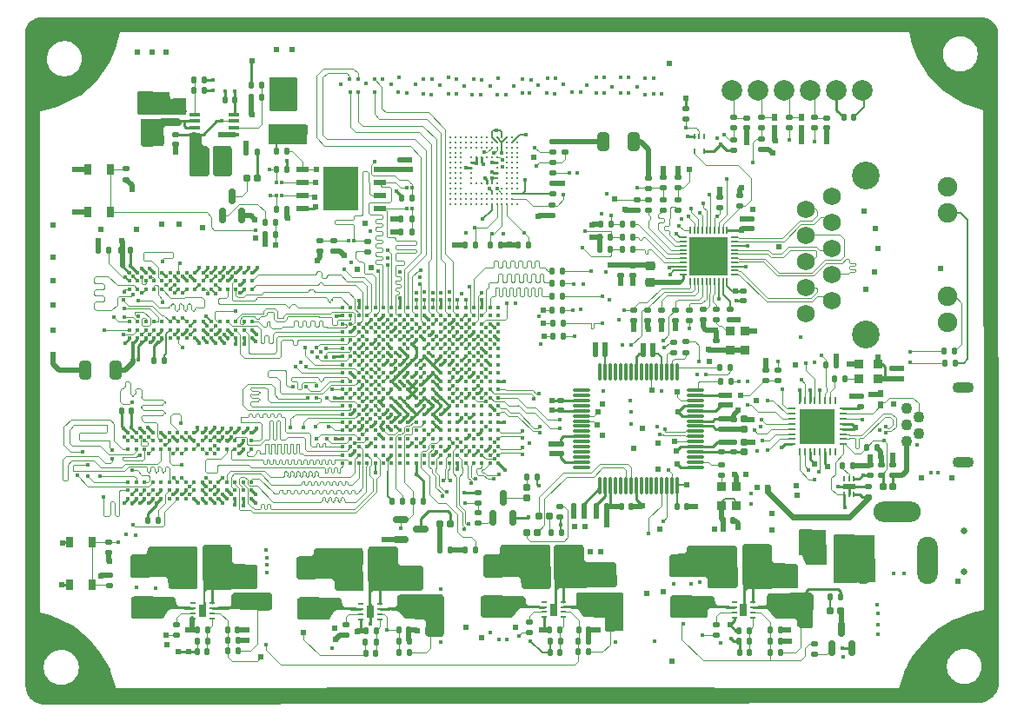
<source format=gbr>
%TF.GenerationSoftware,KiCad,Pcbnew,8.0.6*%
%TF.CreationDate,2025-01-12T20:29:37+06:00*%
%TF.ProjectId,zynq_soc_board_v1,7a796e71-5f73-46f6-935f-626f6172645f,rev?*%
%TF.SameCoordinates,Original*%
%TF.FileFunction,Copper,L1,Top*%
%TF.FilePolarity,Positive*%
%FSLAX46Y46*%
G04 Gerber Fmt 4.6, Leading zero omitted, Abs format (unit mm)*
G04 Created by KiCad (PCBNEW 8.0.6) date 2025-01-12 20:29:37*
%MOMM*%
%LPD*%
G01*
G04 APERTURE LIST*
G04 Aperture macros list*
%AMRoundRect*
0 Rectangle with rounded corners*
0 $1 Rounding radius*
0 $2 $3 $4 $5 $6 $7 $8 $9 X,Y pos of 4 corners*
0 Add a 4 corners polygon primitive as box body*
4,1,4,$2,$3,$4,$5,$6,$7,$8,$9,$2,$3,0*
0 Add four circle primitives for the rounded corners*
1,1,$1+$1,$2,$3*
1,1,$1+$1,$4,$5*
1,1,$1+$1,$6,$7*
1,1,$1+$1,$8,$9*
0 Add four rect primitives between the rounded corners*
20,1,$1+$1,$2,$3,$4,$5,0*
20,1,$1+$1,$4,$5,$6,$7,0*
20,1,$1+$1,$6,$7,$8,$9,0*
20,1,$1+$1,$8,$9,$2,$3,0*%
G04 Aperture macros list end*
%TA.AperFunction,SMDPad,CuDef*%
%ADD10R,2.300000X1.650000*%
%TD*%
%TA.AperFunction,SMDPad,CuDef*%
%ADD11RoundRect,0.147500X0.172500X-0.147500X0.172500X0.147500X-0.172500X0.147500X-0.172500X-0.147500X0*%
%TD*%
%TA.AperFunction,SMDPad,CuDef*%
%ADD12RoundRect,0.135000X0.135000X0.185000X-0.135000X0.185000X-0.135000X-0.185000X0.135000X-0.185000X0*%
%TD*%
%TA.AperFunction,SMDPad,CuDef*%
%ADD13RoundRect,0.135000X-0.135000X-0.185000X0.135000X-0.185000X0.135000X0.185000X-0.135000X0.185000X0*%
%TD*%
%TA.AperFunction,SMDPad,CuDef*%
%ADD14RoundRect,0.135000X-0.185000X0.135000X-0.185000X-0.135000X0.185000X-0.135000X0.185000X0.135000X0*%
%TD*%
%TA.AperFunction,SMDPad,CuDef*%
%ADD15RoundRect,0.250000X0.325000X0.650000X-0.325000X0.650000X-0.325000X-0.650000X0.325000X-0.650000X0*%
%TD*%
%TA.AperFunction,SMDPad,CuDef*%
%ADD16RoundRect,0.140000X0.170000X-0.140000X0.170000X0.140000X-0.170000X0.140000X-0.170000X-0.140000X0*%
%TD*%
%TA.AperFunction,SMDPad,CuDef*%
%ADD17RoundRect,0.135000X0.185000X-0.135000X0.185000X0.135000X-0.185000X0.135000X-0.185000X-0.135000X0*%
%TD*%
%TA.AperFunction,SMDPad,CuDef*%
%ADD18RoundRect,0.140000X-0.140000X-0.170000X0.140000X-0.170000X0.140000X0.170000X-0.140000X0.170000X0*%
%TD*%
%TA.AperFunction,SMDPad,CuDef*%
%ADD19O,0.800000X0.200000*%
%TD*%
%TA.AperFunction,SMDPad,CuDef*%
%ADD20O,0.200000X0.800000*%
%TD*%
%TA.AperFunction,SMDPad,CuDef*%
%ADD21R,3.800000X3.800000*%
%TD*%
%TA.AperFunction,SMDPad,CuDef*%
%ADD22RoundRect,0.150000X0.150000X-0.587500X0.150000X0.587500X-0.150000X0.587500X-0.150000X-0.587500X0*%
%TD*%
%TA.AperFunction,SMDPad,CuDef*%
%ADD23RoundRect,0.075000X-0.225000X-0.275000X0.225000X-0.275000X0.225000X0.275000X-0.225000X0.275000X0*%
%TD*%
%TA.AperFunction,SMDPad,CuDef*%
%ADD24RoundRect,0.140000X0.140000X0.170000X-0.140000X0.170000X-0.140000X-0.170000X0.140000X-0.170000X0*%
%TD*%
%TA.AperFunction,SMDPad,CuDef*%
%ADD25R,0.540000X0.790000*%
%TD*%
%TA.AperFunction,SMDPad,CuDef*%
%ADD26R,1.350000X1.410000*%
%TD*%
%TA.AperFunction,SMDPad,CuDef*%
%ADD27C,0.250000*%
%TD*%
%TA.AperFunction,SMDPad,CuDef*%
%ADD28R,0.650000X1.050000*%
%TD*%
%TA.AperFunction,SMDPad,CuDef*%
%ADD29R,0.510000X0.280000*%
%TD*%
%TA.AperFunction,SMDPad,CuDef*%
%ADD30R,0.800000X1.200000*%
%TD*%
%TA.AperFunction,SMDPad,CuDef*%
%ADD31R,1.200000X0.600000*%
%TD*%
%TA.AperFunction,SMDPad,CuDef*%
%ADD32R,3.400000X4.300000*%
%TD*%
%TA.AperFunction,SMDPad,CuDef*%
%ADD33R,1.410000X1.350000*%
%TD*%
%TA.AperFunction,SMDPad,CuDef*%
%ADD34R,0.280000X0.580000*%
%TD*%
%TA.AperFunction,SMDPad,CuDef*%
%ADD35RoundRect,0.150000X-0.587500X-0.150000X0.587500X-0.150000X0.587500X0.150000X-0.587500X0.150000X0*%
%TD*%
%TA.AperFunction,SMDPad,CuDef*%
%ADD36RoundRect,0.075000X-0.275000X0.225000X-0.275000X-0.225000X0.275000X-0.225000X0.275000X0.225000X0*%
%TD*%
%TA.AperFunction,SMDPad,CuDef*%
%ADD37RoundRect,0.075000X0.225000X0.275000X-0.225000X0.275000X-0.225000X-0.275000X0.225000X-0.275000X0*%
%TD*%
%TA.AperFunction,SMDPad,CuDef*%
%ADD38R,0.300000X0.320000*%
%TD*%
%TA.AperFunction,SMDPad,CuDef*%
%ADD39R,0.800000X0.280000*%
%TD*%
%TA.AperFunction,SMDPad,CuDef*%
%ADD40R,0.280000X0.800000*%
%TD*%
%TA.AperFunction,SMDPad,CuDef*%
%ADD41R,3.400000X3.400000*%
%TD*%
%TA.AperFunction,SMDPad,CuDef*%
%ADD42R,1.200000X0.500000*%
%TD*%
%TA.AperFunction,SMDPad,CuDef*%
%ADD43C,0.390000*%
%TD*%
%TA.AperFunction,SMDPad,CuDef*%
%ADD44RoundRect,0.040000X0.360000X-0.410000X0.360000X0.410000X-0.360000X0.410000X-0.360000X-0.410000X0*%
%TD*%
%TA.AperFunction,SMDPad,CuDef*%
%ADD45RoundRect,0.140000X-0.170000X0.140000X-0.170000X-0.140000X0.170000X-0.140000X0.170000X0.140000X0*%
%TD*%
%TA.AperFunction,SMDPad,CuDef*%
%ADD46O,1.100000X0.400000*%
%TD*%
%TA.AperFunction,ComponentPad*%
%ADD47C,2.000000*%
%TD*%
%TA.AperFunction,SMDPad,CuDef*%
%ADD48RoundRect,0.040000X0.410000X0.360000X-0.410000X0.360000X-0.410000X-0.360000X0.410000X-0.360000X0*%
%TD*%
%TA.AperFunction,ComponentPad*%
%ADD49C,1.750000*%
%TD*%
%TA.AperFunction,ComponentPad*%
%ADD50C,1.900000*%
%TD*%
%TA.AperFunction,ComponentPad*%
%ADD51C,2.700000*%
%TD*%
%TA.AperFunction,ComponentPad*%
%ADD52C,1.100000*%
%TD*%
%TA.AperFunction,ComponentPad*%
%ADD53O,2.100000X1.100000*%
%TD*%
%TA.AperFunction,SMDPad,CuDef*%
%ADD54RoundRect,0.250000X0.650000X-0.325000X0.650000X0.325000X-0.650000X0.325000X-0.650000X-0.325000X0*%
%TD*%
%TA.AperFunction,ComponentPad*%
%ADD55O,2.000000X4.600000*%
%TD*%
%TA.AperFunction,ComponentPad*%
%ADD56O,4.600000X2.000000*%
%TD*%
%TA.AperFunction,SMDPad,CuDef*%
%ADD57R,1.000000X0.750000*%
%TD*%
%TA.AperFunction,SMDPad,CuDef*%
%ADD58RoundRect,0.250000X-0.325000X-0.650000X0.325000X-0.650000X0.325000X0.650000X-0.325000X0.650000X0*%
%TD*%
%TA.AperFunction,SMDPad,CuDef*%
%ADD59RoundRect,0.218750X0.256250X-0.218750X0.256250X0.218750X-0.256250X0.218750X-0.256250X-0.218750X0*%
%TD*%
%TA.AperFunction,SMDPad,CuDef*%
%ADD60R,0.370000X0.320000*%
%TD*%
%TA.AperFunction,BGAPad,CuDef*%
%ADD61C,0.400000*%
%TD*%
%TA.AperFunction,SMDPad,CuDef*%
%ADD62O,1.800000X0.280000*%
%TD*%
%TA.AperFunction,SMDPad,CuDef*%
%ADD63O,0.280000X1.800000*%
%TD*%
%TA.AperFunction,ComponentPad*%
%ADD64C,0.650000*%
%TD*%
%TA.AperFunction,ViaPad*%
%ADD65C,0.450000*%
%TD*%
%TA.AperFunction,ViaPad*%
%ADD66C,0.620000*%
%TD*%
%TA.AperFunction,ViaPad*%
%ADD67C,1.000000*%
%TD*%
%TA.AperFunction,Conductor*%
%ADD68C,0.120000*%
%TD*%
%TA.AperFunction,Conductor*%
%ADD69C,0.100000*%
%TD*%
%TA.AperFunction,Conductor*%
%ADD70C,0.250000*%
%TD*%
%TA.AperFunction,Conductor*%
%ADD71C,0.128000*%
%TD*%
%TA.AperFunction,Conductor*%
%ADD72C,0.500000*%
%TD*%
%TA.AperFunction,Conductor*%
%ADD73C,0.200000*%
%TD*%
%TA.AperFunction,Conductor*%
%ADD74C,0.300000*%
%TD*%
%TA.AperFunction,Conductor*%
%ADD75C,0.600000*%
%TD*%
%TA.AperFunction,Conductor*%
%ADD76C,0.800000*%
%TD*%
G04 APERTURE END LIST*
D10*
%TO.P,L100,1,1*%
%TO.N,/power/SW_1V0*%
X140510000Y-115140000D03*
%TO.P,L100,2,2*%
%TO.N,+1V0*%
X140510000Y-111280000D03*
%TD*%
D11*
%TO.P,D303,1*%
%TO.N,GND*%
X190780000Y-68410000D03*
%TO.P,D303,2*%
%TO.N,/zynq_jtag/JTAG_TCK*%
X190780000Y-67440000D03*
%TD*%
D12*
%TO.P,R406,1*%
%TO.N,ETH_PHY_TXCLK*%
X165050000Y-84870000D03*
%TO.P,R406,2*%
%TO.N,/zynq_processing_system_ps/ETH_TXCLK*%
X164030000Y-84870000D03*
%TD*%
D13*
%TO.P,R900,1*%
%TO.N,USB_NRST*%
X190670000Y-91490000D03*
%TO.P,R900,2*%
%TO.N,+1V8*%
X191690000Y-91490000D03*
%TD*%
D12*
%TO.P,R904,1*%
%TO.N,GND*%
X195680000Y-99560000D03*
%TO.P,R904,2*%
%TO.N,USB_PHY_CPEN*%
X194660000Y-99560000D03*
%TD*%
D10*
%TO.P,L101,1,1*%
%TO.N,/power/SW_1V8*%
X158610000Y-114890000D03*
%TO.P,L101,2,2*%
%TO.N,+1V8*%
X158610000Y-111030000D03*
%TD*%
D14*
%TO.P,R300,1*%
%TO.N,TDI_0*%
X184440000Y-69500000D03*
%TO.P,R300,2*%
%TO.N,+3V3*%
X184440000Y-70520000D03*
%TD*%
D13*
%TO.P,R124,1*%
%TO.N,LED_PWR_A*%
X191130000Y-114150000D03*
%TO.P,R124,2*%
%TO.N,+5V*%
X192150000Y-114150000D03*
%TD*%
D14*
%TO.P,R813,1*%
%TO.N,ETH_NINT*%
X172010000Y-86180000D03*
%TO.P,R813,2*%
%TO.N,+1V8_ETH*%
X172010000Y-87200000D03*
%TD*%
D13*
%TO.P,R806,1*%
%TO.N,GND*%
X168730000Y-80280000D03*
%TO.P,R806,2*%
%TO.N,ETH_RXCLK*%
X169750000Y-80280000D03*
%TD*%
D14*
%TO.P,R902,1*%
%TO.N,GND*%
X194120000Y-94550000D03*
%TO.P,R902,2*%
%TO.N,/USB-2-HS/USB_PHY_RBIAS*%
X194120000Y-95570000D03*
%TD*%
D15*
%TO.P,C230,1*%
%TO.N,+1V35*%
X121500000Y-92000000D03*
%TO.P,C230,2*%
%TO.N,GND*%
X118550000Y-92000000D03*
%TD*%
D16*
%TO.P,C304,1*%
%TO.N,/zynq_jtag/FTDI_VPLL*%
X180570000Y-97770000D03*
%TO.P,C304,2*%
%TO.N,GND*%
X180570000Y-96810000D03*
%TD*%
D17*
%TO.P,R808,1*%
%TO.N,ETH_PHY_RXD1*%
X173440000Y-76420000D03*
%TO.P,R808,2*%
%TO.N,ETH_RXD1*%
X173440000Y-75400000D03*
%TD*%
%TO.P,R306,1*%
%TO.N,TDO_0*%
X187150000Y-68425000D03*
%TO.P,R306,2*%
%TO.N,/zynq_jtag/JTAG_TD0*%
X187150000Y-67405000D03*
%TD*%
%TO.P,R810,1*%
%TO.N,ETH_PHY_RXD3*%
X176300000Y-76450000D03*
%TO.P,R810,2*%
%TO.N,ETH_RXD3*%
X176300000Y-75430000D03*
%TD*%
D18*
%TO.P,C115,1*%
%TO.N,PG_1V35*%
X132450000Y-117320000D03*
%TO.P,C115,2*%
%TO.N,GND*%
X133410000Y-117320000D03*
%TD*%
D19*
%TO.P,U800,1,MDIP0*%
%TO.N,MDI0_P*%
X181790000Y-82720000D03*
%TO.P,U800,2,MDIN0*%
%TO.N,MDI0_N*%
X181790000Y-82320000D03*
%TO.P,U800,3,AVDD10*%
%TO.N,+1V0_ETH*%
X181790000Y-81920000D03*
%TO.P,U800,4,MDIP1*%
%TO.N,MDI1_P*%
X181790000Y-81520000D03*
%TO.P,U800,5,MDIN1*%
%TO.N,MDI1_N*%
X181790000Y-81120000D03*
%TO.P,U800,6,MDIP2*%
%TO.N,MDI2_P*%
X181790000Y-80720000D03*
%TO.P,U800,7,MDIN2*%
%TO.N,MDI2_N*%
X181790000Y-80320000D03*
%TO.P,U800,8,AVDD10*%
%TO.N,+1V0_ETH*%
X181790000Y-79920000D03*
%TO.P,U800,9,MDIP3*%
%TO.N,MDI3_P*%
X181790000Y-79520000D03*
%TO.P,U800,10,MDIN3*%
%TO.N,MDI3_N*%
X181790000Y-79120000D03*
D20*
%TO.P,U800,11,AVDD33*%
%TO.N,+3V3_ETH*%
X181090000Y-78420000D03*
%TO.P,U800,12,PHYRSTB*%
%TO.N,ETH_NRST_+3V3*%
X180690000Y-78420000D03*
%TO.P,U800,13,MDC*%
%TO.N,ETH_MDC*%
X180290000Y-78420000D03*
%TO.P,U800,14,MDIO*%
%TO.N,ETH_MDIO*%
X179890000Y-78420000D03*
%TO.P,U800,15,TXD3*%
%TO.N,ETH_PHY_TXD3*%
X179490000Y-78420000D03*
%TO.P,U800,16,TXD2*%
%TO.N,ETH_PHY_TXD2*%
X179090000Y-78420000D03*
%TO.P,U800,17,TXD1*%
%TO.N,ETH_PHY_TXD1*%
X178690000Y-78420000D03*
%TO.P,U800,18,TXD0*%
%TO.N,ETH_PHY_TXD0*%
X178290000Y-78420000D03*
%TO.P,U800,19,TXCTL*%
%TO.N,ETH_PHY_TXCTL*%
X177890000Y-78420000D03*
%TO.P,U800,20,TXC*%
%TO.N,ETH_PHY_TXCLK*%
X177490000Y-78420000D03*
D19*
%TO.P,U800,21,DVDD10*%
%TO.N,+1V0_ETH*%
X176790000Y-79120000D03*
%TO.P,U800,22,RXD3/PHYAD0*%
%TO.N,ETH_PHY_RXD3*%
X176790000Y-79520000D03*
%TO.P,U800,23,RXD2/PLLOFF*%
%TO.N,ETH_PHY_RXD2*%
X176790000Y-79920000D03*
%TO.P,U800,24,RXD1/TXDLY*%
%TO.N,ETH_PHY_RXD1*%
X176790000Y-80320000D03*
%TO.P,U800,25,RXD0/RXDLY*%
%TO.N,ETH_PHY_RXD0*%
X176790000Y-80720000D03*
%TO.P,U800,26,RXCTL/PHYAD2*%
%TO.N,ETH_PHY_RXCTL*%
X176790000Y-81120000D03*
%TO.P,U800,27,RXC/PHYAD1*%
%TO.N,ETH_PHY_RXCLK*%
X176790000Y-81520000D03*
%TO.P,U800,28,DVDD_RG*%
%TO.N,+1V8_ETH*%
X176790000Y-81920000D03*
%TO.P,U800,29,DVDD33*%
%TO.N,+3V3*%
X176790000Y-82320000D03*
%TO.P,U800,30,REG_OUT/LDO_OUT*%
%TO.N,ETH_REG_OUT*%
X176790000Y-82720000D03*
D20*
%TO.P,U800,31,INTB/PMEB*%
%TO.N,ETH_NINT*%
X177490000Y-83420000D03*
%TO.P,U800,32,LED0/CFG_EXT*%
%TO.N,/ethernet_gigabit/ETH_LED0*%
X177890000Y-83420000D03*
%TO.P,U800,33,LED1/CFG_LDO0*%
%TO.N,/ethernet_gigabit/ETH_LED1*%
X178290000Y-83420000D03*
%TO.P,U800,34,LED2/CFG_LDO1*%
%TO.N,/ethernet_gigabit/ETH_LED2*%
X178690000Y-83420000D03*
%TO.P,U800,35,CLKOUT*%
%TO.N,/ethernet_gigabit/ETH_CLKOUT*%
X179090000Y-83420000D03*
%TO.P,U800,36,XTAL_IN*%
%TO.N,Net-(U800-XTAL_IN)*%
X179490000Y-83420000D03*
%TO.P,U800,37,XTAL_OUT/EXT_CLK*%
%TO.N,/ethernet_gigabit/ETH_CLK_25MHZ*%
X179890000Y-83420000D03*
%TO.P,U800,38,AVDD10*%
%TO.N,+1V0_ETH*%
X180290000Y-83420000D03*
%TO.P,U800,39,RSET*%
%TO.N,/ethernet_gigabit/ETH_RSET*%
X180690000Y-83420000D03*
%TO.P,U800,40,AVDD33*%
%TO.N,+3V3_ETH*%
X181090000Y-83420000D03*
D21*
%TO.P,U800,41,GNDPAD*%
%TO.N,GND*%
X179290000Y-80920000D03*
%TD*%
D12*
%TO.P,R811,1*%
%TO.N,ETH_PHY_RXCTL*%
X171900000Y-79080000D03*
%TO.P,R811,2*%
%TO.N,ETH_RXCTL*%
X170880000Y-79080000D03*
%TD*%
D22*
%TO.P,Q500,1,G*%
%TO.N,/zynq_programmable_logic/FET_PL_G*%
X158320000Y-106390000D03*
%TO.P,Q500,2,S*%
%TO.N,GND*%
X160220000Y-106390000D03*
%TO.P,Q500,3,D*%
%TO.N,/zynq_programmable_logic/LED_PL_K*%
X159270000Y-104515000D03*
%TD*%
D18*
%TO.P,C116,1*%
%TO.N,+1V35*%
X129470000Y-119470000D03*
%TO.P,C116,2*%
%TO.N,/power/FB_1V35*%
X130430000Y-119470000D03*
%TD*%
D23*
%TO.P,D300,A,A*%
%TO.N,/zynq_jtag/LED_PWR_A*%
X153130000Y-107020000D03*
%TO.P,D300,K,K*%
%TO.N,Net-(Q300-D)*%
X154130000Y-107020000D03*
%TD*%
D18*
%TO.P,C125,1*%
%TO.N,/power/DDR_VTT_VDDQ*%
X129200000Y-64800000D03*
%TO.P,C125,2*%
%TO.N,GND*%
X130160000Y-64800000D03*
%TD*%
D14*
%TO.P,R816,1*%
%TO.N,Net-(U800-XTAL_IN)*%
X178740000Y-86140000D03*
%TO.P,R816,2*%
%TO.N,GND*%
X178740000Y-87160000D03*
%TD*%
D16*
%TO.P,C808,1*%
%TO.N,+3V3_ETH*%
X183470000Y-78260000D03*
%TO.P,C808,2*%
%TO.N,GND*%
X183470000Y-77300000D03*
%TD*%
D13*
%TO.P,R118,1*%
%TO.N,PG_3V3*%
X185290000Y-119510000D03*
%TO.P,R118,2*%
%TO.N,+5V*%
X186310000Y-119510000D03*
%TD*%
D14*
%TO.P,R336,1*%
%TO.N,/zynq_jtag/FTDI_RX_LED_A*%
X164830000Y-105350000D03*
%TO.P,R336,2*%
%TO.N,+3V3*%
X164830000Y-106370000D03*
%TD*%
D24*
%TO.P,C702,1*%
%TO.N,+1V35*%
X123020000Y-80370000D03*
%TO.P,C702,2*%
%TO.N,GND*%
X122060000Y-80370000D03*
%TD*%
D12*
%TO.P,R106,1*%
%TO.N,/power/FB_1V0*%
X146900000Y-118520000D03*
%TO.P,R106,2*%
%TO.N,+1V0*%
X145880000Y-118520000D03*
%TD*%
D24*
%TO.P,C310,1*%
%TO.N,+3V3*%
X173890000Y-90450000D03*
%TO.P,C310,2*%
%TO.N,GND*%
X172930000Y-90450000D03*
%TD*%
D17*
%TO.P,R425,1*%
%TO.N,SD_CMD*%
X164140000Y-70800000D03*
%TO.P,R425,2*%
%TO.N,+3V3*%
X164140000Y-69780000D03*
%TD*%
D16*
%TO.P,C905,1*%
%TO.N,USB_PHY_CPEN*%
X196090000Y-102240000D03*
%TO.P,C905,2*%
%TO.N,GND*%
X196090000Y-101280000D03*
%TD*%
D25*
%TO.P,D301,1*%
%TO.N,GND*%
X185740000Y-68480000D03*
%TO.P,D301,2*%
%TO.N,/zynq_jtag/JTAG_TDI*%
X185740000Y-67380000D03*
%TD*%
D26*
%TO.P,C114,1*%
%TO.N,+5V*%
X133950000Y-114590000D03*
%TO.P,C114,2*%
%TO.N,GND*%
X133950000Y-112590000D03*
%TD*%
D14*
%TO.P,R817,1*%
%TO.N,/ethernet_gigabit/ETH_CLKOUT*%
X177410000Y-86150000D03*
%TO.P,R817,2*%
%TO.N,PL_CLK_125MHZ*%
X177410000Y-87170000D03*
%TD*%
%TO.P,R426,1*%
%TO.N,+3V3*%
X165320000Y-69780000D03*
%TO.P,R426,2*%
%TO.N,/zynq_processing_system_ps/EMMC_NRST*%
X165320000Y-70800000D03*
%TD*%
D12*
%TO.P,R807,1*%
%TO.N,ETH_PHY_RXD0*%
X171930000Y-77810000D03*
%TO.P,R807,2*%
%TO.N,ETH_RXD0*%
X170910000Y-77810000D03*
%TD*%
D27*
%TO.P,U403,A1*%
%TO.N,N/C*%
X160670000Y-75830000D03*
%TO.P,U403,A2*%
X160170000Y-75830000D03*
%TO.P,U403,A3,DAT0*%
%TO.N,SD_D0*%
X159670000Y-75830000D03*
%TO.P,U403,A4,DAT1*%
%TO.N,SD_D1*%
X159170000Y-75830000D03*
%TO.P,U403,A5,DAT2*%
%TO.N,SD_D2*%
X158670000Y-75830000D03*
%TO.P,U403,A6,VSS*%
%TO.N,GND*%
X158170000Y-75830000D03*
%TO.P,U403,A7*%
%TO.N,N/C*%
X157670000Y-75830000D03*
%TO.P,U403,A8*%
X157170000Y-75830000D03*
%TO.P,U403,A9*%
X156670000Y-75830000D03*
%TO.P,U403,A10*%
X156170000Y-75830000D03*
%TO.P,U403,A11*%
X155670000Y-75830000D03*
%TO.P,U403,A12*%
X155170000Y-75830000D03*
%TO.P,U403,A13*%
X154670000Y-75830000D03*
%TO.P,U403,A14*%
X154170000Y-75830000D03*
%TO.P,U403,B2,DAT3*%
%TO.N,SD_D3*%
X160170000Y-75330000D03*
%TO.P,U403,B3,DAT4*%
%TO.N,unconnected-(U403-DAT4-PadB3)*%
X159670000Y-75330000D03*
%TO.P,U403,B4,DAT5*%
%TO.N,unconnected-(U403-DAT5-PadB4)*%
X159170000Y-75330000D03*
%TO.P,U403,B5,DAT6*%
%TO.N,unconnected-(U403-DAT6-PadB5)*%
X158670000Y-75330000D03*
%TO.P,U403,B6,DAT7*%
%TO.N,unconnected-(U403-DAT7-PadB6)*%
X158170000Y-75330000D03*
%TO.P,U403,B7*%
%TO.N,N/C*%
X157670000Y-75330000D03*
%TO.P,U403,B8*%
X157170000Y-75330000D03*
%TO.P,U403,B9*%
X156670000Y-75330000D03*
%TO.P,U403,B10*%
X156170000Y-75330000D03*
%TO.P,U403,B11*%
X155670000Y-75330000D03*
%TO.P,U403,B12*%
X155170000Y-75330000D03*
%TO.P,U403,B13*%
X154670000Y-75330000D03*
%TO.P,U403,B14*%
X154170000Y-75330000D03*
%TO.P,U403,C2,VDDIM*%
%TO.N,/zynq_processing_system_ps/EMMC_VDDI*%
X160170000Y-74830000D03*
%TO.P,U403,C3*%
%TO.N,N/C*%
X159670000Y-74830000D03*
%TO.P,U403,C4,VSSQ*%
%TO.N,GND*%
X159170000Y-74830000D03*
%TO.P,U403,C5*%
%TO.N,N/C*%
X158670000Y-74830000D03*
%TO.P,U403,C6,VCCQ*%
%TO.N,+3V3*%
X158170000Y-74830000D03*
%TO.P,U403,C7*%
%TO.N,N/C*%
X157670000Y-74830000D03*
%TO.P,U403,C8*%
X157170000Y-74830000D03*
%TO.P,U403,C9*%
X156670000Y-74830000D03*
%TO.P,U403,C10*%
X156170000Y-74830000D03*
%TO.P,U403,C11*%
X155670000Y-74830000D03*
%TO.P,U403,C12*%
X155170000Y-74830000D03*
%TO.P,U403,C13*%
X154670000Y-74830000D03*
%TO.P,U403,C14*%
X154170000Y-74830000D03*
%TO.P,U403,D1*%
X160670000Y-74330000D03*
%TO.P,U403,D2*%
X160170000Y-74330000D03*
%TO.P,U403,D3*%
X159670000Y-74330000D03*
%TO.P,U403,D4*%
X159170000Y-74330000D03*
%TO.P,U403,D12*%
X155170000Y-74330000D03*
%TO.P,U403,D13*%
X154670000Y-74330000D03*
%TO.P,U403,D14*%
X154170000Y-74330000D03*
%TO.P,U403,E1*%
X160670000Y-73830000D03*
%TO.P,U403,E2*%
X160170000Y-73830000D03*
%TO.P,U403,E3*%
X159670000Y-73830000D03*
%TO.P,U403,E5*%
X158670000Y-73830000D03*
%TO.P,U403,E6,VCC*%
%TO.N,+3V3*%
X158170000Y-73830000D03*
%TO.P,U403,E7,VSS*%
%TO.N,GND*%
X157670000Y-73830000D03*
%TO.P,U403,E8*%
%TO.N,N/C*%
X157170000Y-73830000D03*
%TO.P,U403,E9*%
X156670000Y-73830000D03*
%TO.P,U403,E10*%
X156170000Y-73830000D03*
%TO.P,U403,E12*%
X155170000Y-73830000D03*
%TO.P,U403,E13*%
X154670000Y-73830000D03*
%TO.P,U403,E14*%
X154170000Y-73830000D03*
%TO.P,U403,F1*%
X160670000Y-73330000D03*
%TO.P,U403,F2*%
X160170000Y-73330000D03*
%TO.P,U403,F3*%
X159670000Y-73330000D03*
%TO.P,U403,F5,VCC*%
%TO.N,+3V3*%
X158670000Y-73330000D03*
%TO.P,U403,F10*%
%TO.N,N/C*%
X156170000Y-73330000D03*
%TO.P,U403,F12*%
X155170000Y-73330000D03*
%TO.P,U403,F13*%
X154670000Y-73330000D03*
%TO.P,U403,F14*%
X154170000Y-73330000D03*
%TO.P,U403,G1*%
X160670000Y-72830000D03*
%TO.P,U403,G2*%
X160170000Y-72830000D03*
%TO.P,U403,G3*%
X159670000Y-72830000D03*
%TO.P,U403,G5,VSS*%
%TO.N,GND*%
X158670000Y-72830000D03*
%TO.P,U403,G10*%
%TO.N,N/C*%
X156170000Y-72830000D03*
%TO.P,U403,G12*%
X155170000Y-72830000D03*
%TO.P,U403,G13*%
X154670000Y-72830000D03*
%TO.P,U403,G14*%
X154170000Y-72830000D03*
%TO.P,U403,H1*%
X160670000Y-72330000D03*
%TO.P,U403,H2*%
X160170000Y-72330000D03*
%TO.P,U403,H3*%
X159670000Y-72330000D03*
%TO.P,U403,H5,DS*%
%TO.N,unconnected-(U403-DS-PadH5)*%
X158670000Y-72330000D03*
%TO.P,U403,H10,VSS*%
%TO.N,GND*%
X156170000Y-72330000D03*
%TO.P,U403,H12*%
%TO.N,N/C*%
X155170000Y-72330000D03*
%TO.P,U403,H13*%
X154670000Y-72330000D03*
%TO.P,U403,H14*%
X154170000Y-72330000D03*
%TO.P,U403,J1*%
X160670000Y-71830000D03*
%TO.P,U403,J2*%
X160170000Y-71830000D03*
%TO.P,U403,J3*%
X159670000Y-71830000D03*
%TO.P,U403,J5,VSS*%
%TO.N,GND*%
X158670000Y-71830000D03*
%TO.P,U403,J10,VCC*%
%TO.N,+3V3*%
X156170000Y-71830000D03*
%TO.P,U403,J12*%
%TO.N,N/C*%
X155170000Y-71830000D03*
%TO.P,U403,J13*%
X154670000Y-71830000D03*
%TO.P,U403,J14*%
X154170000Y-71830000D03*
%TO.P,U403,K1*%
X160670000Y-71330000D03*
%TO.P,U403,K2*%
X160170000Y-71330000D03*
%TO.P,U403,K3*%
X159670000Y-71330000D03*
%TO.P,U403,K5,RST_N*%
%TO.N,/zynq_processing_system_ps/EMMC_NRST*%
X158670000Y-71330000D03*
%TO.P,U403,K6*%
%TO.N,N/C*%
X158170000Y-71330000D03*
%TO.P,U403,K7*%
X157670000Y-71330000D03*
%TO.P,U403,K8,VSS*%
%TO.N,GND*%
X157170000Y-71330000D03*
%TO.P,U403,K9,VCC*%
%TO.N,+3V3*%
X156670000Y-71330000D03*
%TO.P,U403,K10*%
%TO.N,N/C*%
X156170000Y-71330000D03*
%TO.P,U403,K12*%
X155170000Y-71330000D03*
%TO.P,U403,K13*%
X154670000Y-71330000D03*
%TO.P,U403,K14*%
X154170000Y-71330000D03*
%TO.P,U403,L1*%
X160670000Y-70830000D03*
%TO.P,U403,L2*%
X160170000Y-70830000D03*
%TO.P,U403,L3*%
X159670000Y-70830000D03*
%TO.P,U403,L12*%
X155170000Y-70830000D03*
%TO.P,U403,L13*%
X154670000Y-70830000D03*
%TO.P,U403,L14*%
X154170000Y-70830000D03*
%TO.P,U403,M1*%
X160670000Y-70330000D03*
%TO.P,U403,M2*%
X160170000Y-70330000D03*
%TO.P,U403,M3*%
X159670000Y-70330000D03*
%TO.P,U403,M4,VCCQ*%
%TO.N,+3V3*%
X159170000Y-70330000D03*
%TO.P,U403,M5,CMD*%
%TO.N,SD_CMD*%
X158670000Y-70330000D03*
%TO.P,U403,M6,CLK*%
%TO.N,EMMC_CLK*%
X158170000Y-70330000D03*
%TO.P,U403,M7*%
%TO.N,N/C*%
X157670000Y-70330000D03*
%TO.P,U403,M8*%
X157170000Y-70330000D03*
%TO.P,U403,M9*%
X156670000Y-70330000D03*
%TO.P,U403,M10*%
X156170000Y-70330000D03*
%TO.P,U403,M11*%
X155670000Y-70330000D03*
%TO.P,U403,M12*%
X155170000Y-70330000D03*
%TO.P,U403,M13*%
X154670000Y-70330000D03*
%TO.P,U403,M14*%
X154170000Y-70330000D03*
%TO.P,U403,N1*%
X160670000Y-69830000D03*
%TO.P,U403,N2,VSSQ*%
%TO.N,GND*%
X160170000Y-69830000D03*
%TO.P,U403,N3*%
%TO.N,N/C*%
X159670000Y-69830000D03*
%TO.P,U403,N4,VCCQ*%
%TO.N,+3V3*%
X159170000Y-69830000D03*
%TO.P,U403,N5,VSSQ*%
%TO.N,GND*%
X158670000Y-69830000D03*
%TO.P,U403,N6*%
%TO.N,N/C*%
X158170000Y-69830000D03*
%TO.P,U403,N7*%
X157670000Y-69830000D03*
%TO.P,U403,N8*%
X157170000Y-69830000D03*
%TO.P,U403,N9*%
X156670000Y-69830000D03*
%TO.P,U403,N10*%
X156170000Y-69830000D03*
%TO.P,U403,N11*%
X155670000Y-69830000D03*
%TO.P,U403,N12*%
X155170000Y-69830000D03*
%TO.P,U403,N13*%
X154670000Y-69830000D03*
%TO.P,U403,N14*%
X154170000Y-69830000D03*
%TO.P,U403,P2*%
X160170000Y-69330000D03*
%TO.P,U403,P3,VCCQ*%
%TO.N,+3V3*%
X159670000Y-69330000D03*
%TO.P,U403,P4,VSSQ*%
%TO.N,GND*%
X159170000Y-69330000D03*
%TO.P,U403,P5,VCCQ*%
%TO.N,+3V3*%
X158670000Y-69330000D03*
%TO.P,U403,P6,VSSQ*%
%TO.N,GND*%
X158170000Y-69330000D03*
%TO.P,U403,P7*%
%TO.N,N/C*%
X157670000Y-69330000D03*
%TO.P,U403,P8*%
X157170000Y-69330000D03*
%TO.P,U403,P9*%
X156670000Y-69330000D03*
%TO.P,U403,P10*%
X156170000Y-69330000D03*
%TO.P,U403,P11*%
X155670000Y-69330000D03*
%TO.P,U403,P12*%
X155170000Y-69330000D03*
%TO.P,U403,P13*%
X154670000Y-69330000D03*
%TO.P,U403,P14*%
X154170000Y-69330000D03*
%TD*%
D28*
%TO.P,SW400,12*%
%TO.N,PS_NRST*%
X119240000Y-108835000D03*
X119240000Y-112985000D03*
%TO.P,SW400,34*%
%TO.N,GND*%
X117090000Y-108835000D03*
X117090000Y-112985000D03*
%TD*%
D12*
%TO.P,R127,1*%
%TO.N,+1V35*%
X130170000Y-63730000D03*
%TO.P,R127,2*%
%TO.N,/power/DDR_VTT_VDDQ*%
X129150000Y-63730000D03*
%TD*%
D29*
%TO.P,U102,1,FB*%
%TO.N,/power/FB_1V8*%
X165140000Y-116110000D03*
%TO.P,U102,2,PG*%
%TO.N,PG_1V8*%
X165140000Y-115610000D03*
%TO.P,U102,3,IN*%
%TO.N,+5V*%
X165140000Y-115110000D03*
%TO.P,U102,4,PGND*%
%TO.N,GND*%
X165140000Y-114610000D03*
%TO.P,U102,5,NC*%
%TO.N,unconnected-(U102-NC-Pad5)*%
X163280000Y-114610000D03*
%TO.P,U102,6,LX*%
%TO.N,/power/SW_1V8*%
X163280000Y-115110000D03*
%TO.P,U102,7,EN*%
%TO.N,/power/EN_1V8*%
X163280000Y-115610000D03*
%TO.P,U102,8,SGND*%
%TO.N,GND*%
X163280000Y-116110000D03*
D30*
%TO.P,U102,9,PGND*%
X164210000Y-115360000D03*
%TD*%
D31*
%TO.P,U402,1,~{CS}*%
%TO.N,QSPI_NCS*%
X139700000Y-72460000D03*
%TO.P,U402,2,DO_IO1*%
%TO.N,QSPI_DQ1_M1*%
X139700000Y-73730000D03*
%TO.P,U402,3,~{WP}_IO2*%
%TO.N,QSPI_DQ2_M2*%
X139700000Y-75000000D03*
%TO.P,U402,4,GND*%
%TO.N,GND*%
X139700000Y-76270000D03*
%TO.P,U402,5,DI_IO0*%
%TO.N,QSPI_DQ0_M3*%
X147300000Y-76270000D03*
%TO.P,U402,6,CLK*%
%TO.N,FLASH_CLK_M4*%
X147300000Y-75000000D03*
%TO.P,U402,7,~{HOLD}/~{RESET}_IO3*%
%TO.N,QSPI_DQ3_M0*%
X147300000Y-73730000D03*
%TO.P,U402,8,VCC*%
%TO.N,+3V3*%
X147300000Y-72460000D03*
D32*
%TO.P,U402,9,EP*%
%TO.N,GND*%
X143500000Y-74370000D03*
%TD*%
D12*
%TO.P,R317,1*%
%TO.N,/zynq_jtag/M3*%
X150370000Y-78570000D03*
%TO.P,R317,2*%
%TO.N,+3V3*%
X149350000Y-78570000D03*
%TD*%
D13*
%TO.P,R503,1*%
%TO.N,/zynq_programmable_logic/LED_PL_A*%
X161600000Y-102430000D03*
%TO.P,R503,2*%
%TO.N,+3V3*%
X162620000Y-102430000D03*
%TD*%
D24*
%TO.P,C300,1*%
%TO.N,+3V3*%
X193440000Y-67410000D03*
%TO.P,C300,2*%
%TO.N,GND*%
X192480000Y-67410000D03*
%TD*%
D16*
%TO.P,C126,1*%
%TO.N,+5V*%
X127400000Y-67750000D03*
%TO.P,C126,2*%
%TO.N,GND*%
X127400000Y-66790000D03*
%TD*%
%TO.P,C906,1*%
%TO.N,+5V_USB_AB*%
X197230000Y-102250000D03*
%TO.P,C906,2*%
%TO.N,GND*%
X197230000Y-101290000D03*
%TD*%
D33*
%TO.P,C122,1*%
%TO.N,+3V3*%
X181270000Y-112240000D03*
%TO.P,C122,2*%
%TO.N,GND*%
X183270000Y-112240000D03*
%TD*%
D17*
%TO.P,R123,1*%
%TO.N,Net-(Q100-G)*%
X189600000Y-119710000D03*
%TO.P,R123,2*%
%TO.N,PG_3V3*%
X189600000Y-118690000D03*
%TD*%
D12*
%TO.P,R823,1*%
%TO.N,/ethernet_gigabit/ETH_LED_YL_A*%
X203300000Y-91370000D03*
%TO.P,R823,2*%
%TO.N,/ethernet_gigabit/ETH_LED2*%
X202280000Y-91370000D03*
%TD*%
D34*
%TO.P,U401,1,NC*%
%TO.N,unconnected-(U401-NC-Pad1)*%
X178887500Y-69255000D03*
%TO.P,U401,2,A*%
%TO.N,/zynq_processing_system_ps/ETH_NRST*%
X178387500Y-69255000D03*
%TO.P,U401,3,GND*%
%TO.N,GND*%
X177887500Y-69255000D03*
%TO.P,U401,4,Y*%
%TO.N,ETH_NRST_+3V3*%
X177887500Y-70695000D03*
%TO.P,U401,5,VCC*%
%TO.N,+3V3*%
X178887500Y-70695000D03*
%TD*%
D12*
%TO.P,R114,1*%
%TO.N,GND*%
X133450000Y-118350000D03*
%TO.P,R114,2*%
%TO.N,PG_1V35*%
X132430000Y-118350000D03*
%TD*%
D14*
%TO.P,R332,1*%
%TO.N,TMS_0*%
X175900000Y-89300000D03*
%TO.P,R332,2*%
%TO.N,/zynq_jtag/FTDI_TMS*%
X175900000Y-90320000D03*
%TD*%
%TO.P,R322,1*%
%TO.N,/zynq_jtag/VSUB_FILT*%
X186050000Y-91990000D03*
%TO.P,R322,2*%
%TO.N,/zynq_jtag/FTDI_NRST*%
X186050000Y-93010000D03*
%TD*%
D17*
%TO.P,R804,1*%
%TO.N,ETH_RXD3*%
X176300000Y-74290000D03*
%TO.P,R804,2*%
%TO.N,+1V8_ETH*%
X176300000Y-73270000D03*
%TD*%
D12*
%TO.P,R126,1*%
%TO.N,DDR_VTT_EN*%
X135800000Y-65420000D03*
%TO.P,R126,2*%
%TO.N,GND*%
X134780000Y-65420000D03*
%TD*%
D35*
%TO.P,Q300,1,G*%
%TO.N,DONE*%
X149345000Y-106600000D03*
%TO.P,Q300,2,S*%
%TO.N,GND*%
X149345000Y-108500000D03*
%TO.P,Q300,3,D*%
%TO.N,Net-(Q300-D)*%
X151220000Y-107550000D03*
%TD*%
D14*
%TO.P,R320,1*%
%TO.N,/zynq_jtag/M4*%
X142830000Y-79420000D03*
%TO.P,R320,2*%
%TO.N,+3V3*%
X142830000Y-80440000D03*
%TD*%
D16*
%TO.P,C306,1*%
%TO.N,/zynq_jtag/FTDI_VPHY*%
X180580000Y-99990000D03*
%TO.P,C306,2*%
%TO.N,GND*%
X180580000Y-99030000D03*
%TD*%
D17*
%TO.P,R501,1*%
%TO.N,/zynq_programmable_logic/LED_PL*%
X156880000Y-104960000D03*
%TO.P,R501,2*%
%TO.N,GND*%
X156880000Y-103940000D03*
%TD*%
%TO.P,R416,1*%
%TO.N,/zynq_processing_system_ps/ETH_NRST*%
X177080000Y-67590000D03*
%TO.P,R416,2*%
%TO.N,GND*%
X177080000Y-66570000D03*
%TD*%
D33*
%TO.P,C117,1*%
%TO.N,+1V35*%
X128800000Y-110280000D03*
%TO.P,C117,2*%
%TO.N,GND*%
X130800000Y-110280000D03*
%TD*%
D18*
%TO.P,C318,1*%
%TO.N,+3V3*%
X180730000Y-106640000D03*
%TO.P,C318,2*%
%TO.N,GND*%
X181690000Y-106640000D03*
%TD*%
D29*
%TO.P,U104,1,FB*%
%TO.N,/power/FB_3V3*%
X183640000Y-116130000D03*
%TO.P,U104,2,PG*%
%TO.N,PG_3V3*%
X183640000Y-115630000D03*
%TO.P,U104,3,IN*%
%TO.N,+5V*%
X183640000Y-115130000D03*
%TO.P,U104,4,PGND*%
%TO.N,GND*%
X183640000Y-114630000D03*
%TO.P,U104,5,NC*%
%TO.N,unconnected-(U104-NC-Pad5)*%
X181780000Y-114630000D03*
%TO.P,U104,6,LX*%
%TO.N,/power/SW_3V3*%
X181780000Y-115130000D03*
%TO.P,U104,7,EN*%
%TO.N,/power/EN_3V3*%
X181780000Y-115630000D03*
%TO.P,U104,8,SGND*%
%TO.N,GND*%
X181780000Y-116130000D03*
D30*
%TO.P,U104,9,PGND*%
X182710000Y-115380000D03*
%TD*%
D14*
%TO.P,R338,1*%
%TO.N,/zynq_jtag/FTDI_OSCI*%
X180590000Y-101240000D03*
%TO.P,R338,2*%
%TO.N,/zynq_jtag/CLK_12MHZ*%
X180590000Y-102260000D03*
%TD*%
D13*
%TO.P,R337,1*%
%TO.N,/zynq_jtag/FTDI_TX_LED_A*%
X163930000Y-107870000D03*
%TO.P,R337,2*%
%TO.N,+3V3*%
X164950000Y-107870000D03*
%TD*%
D17*
%TO.P,R814,1*%
%TO.N,ETH_MDIO*%
X180350000Y-76210000D03*
%TO.P,R814,2*%
%TO.N,+1V8_ETH*%
X180350000Y-75190000D03*
%TD*%
D14*
%TO.P,R402,1*%
%TO.N,PS_NRST*%
X120870000Y-108810000D03*
%TO.P,R402,2*%
%TO.N,+1V8*%
X120870000Y-109830000D03*
%TD*%
D36*
%TO.P,FB301,1,1*%
%TO.N,+3V3*%
X182750000Y-96810000D03*
%TO.P,FB301,2,2*%
%TO.N,/zynq_jtag/FTDI_VPLL*%
X182750000Y-97810000D03*
%TD*%
D17*
%TO.P,R115,1*%
%TO.N,PG_1V8*%
X127470000Y-117890000D03*
%TO.P,R115,2*%
%TO.N,/power/EN_1V35*%
X127470000Y-116870000D03*
%TD*%
D37*
%TO.P,D400,A,A*%
%TO.N,/zynq_processing_system_ps/LED_PS_K*%
X135360000Y-73300000D03*
%TO.P,D400,K,K*%
%TO.N,/zynq_processing_system_ps/LED_PS_A*%
X134360000Y-73300000D03*
%TD*%
D13*
%TO.P,R309,1*%
%TO.N,/zynq_jtag/LED_PWR_A*%
X153100000Y-109560000D03*
%TO.P,R309,2*%
%TO.N,+3V3*%
X154120000Y-109560000D03*
%TD*%
%TO.P,R302,1*%
%TO.N,DONE*%
X150470000Y-104800000D03*
%TO.P,R302,2*%
%TO.N,+3V3*%
X151490000Y-104800000D03*
%TD*%
%TO.P,R112,1*%
%TO.N,GND*%
X163820000Y-117350000D03*
%TO.P,R112,2*%
%TO.N,/power/FB_1V8*%
X164840000Y-117350000D03*
%TD*%
D16*
%TO.P,C305,1*%
%TO.N,/zynq_jtag/FTDI_VPHY*%
X181730000Y-100000000D03*
%TO.P,C305,2*%
%TO.N,GND*%
X181730000Y-99040000D03*
%TD*%
D17*
%TO.P,R305,1*%
%TO.N,TDI_0*%
X184420000Y-68440000D03*
%TO.P,R305,2*%
%TO.N,/zynq_jtag/JTAG_TDI*%
X184420000Y-67420000D03*
%TD*%
%TO.P,R105,1*%
%TO.N,+5V*%
X143980000Y-117880000D03*
%TO.P,R105,2*%
%TO.N,/power/EN_1V0*%
X143980000Y-116860000D03*
%TD*%
D33*
%TO.P,C127,1*%
%TO.N,+0V675*%
X129840000Y-71380000D03*
%TO.P,C127,2*%
%TO.N,GND*%
X131840000Y-71380000D03*
%TD*%
D38*
%TO.P,R319,1*%
%TO.N,/zynq_jtag/M4*%
X144270000Y-79410000D03*
%TO.P,R319,2*%
%TO.N,FLASH_CLK_M4*%
X144750000Y-79410000D03*
%TD*%
D13*
%TO.P,R701,1*%
%TO.N,GND*%
X124680000Y-106700000D03*
%TO.P,R701,2*%
%TO.N,/zynq_ddr/DDR_ZQ2*%
X125700000Y-106700000D03*
%TD*%
D29*
%TO.P,U101,1,FB*%
%TO.N,/power/FB_1V0*%
X147270000Y-116290000D03*
%TO.P,U101,2,PG*%
%TO.N,PG_1V0*%
X147270000Y-115790000D03*
%TO.P,U101,3,IN*%
%TO.N,+5V*%
X147270000Y-115290000D03*
%TO.P,U101,4,PGND*%
%TO.N,GND*%
X147270000Y-114790000D03*
%TO.P,U101,5,NC*%
%TO.N,unconnected-(U101-NC-Pad5)*%
X145410000Y-114790000D03*
%TO.P,U101,6,LX*%
%TO.N,/power/SW_1V0*%
X145410000Y-115290000D03*
%TO.P,U101,7,EN*%
%TO.N,/power/EN_1V0*%
X145410000Y-115790000D03*
%TO.P,U101,8,SGND*%
%TO.N,GND*%
X145410000Y-116290000D03*
D30*
%TO.P,U101,9,PGND*%
X146340000Y-115540000D03*
%TD*%
D39*
%TO.P,U900,1,CLKOUT*%
%TO.N,USB_CLK*%
X187400000Y-95760000D03*
%TO.P,U900,2,NXT*%
%TO.N,USB_NXT*%
X187400000Y-96260000D03*
%TO.P,U900,3,DATA0*%
%TO.N,USB_DATA0*%
X187400000Y-96760000D03*
%TO.P,U900,4,DATA1*%
%TO.N,USB_DATA1*%
X187400000Y-97260000D03*
%TO.P,U900,5,DATA2*%
%TO.N,USB_DATA2*%
X187400000Y-97760000D03*
%TO.P,U900,6,DATA3*%
%TO.N,USB_DATA3*%
X187400000Y-98260000D03*
%TO.P,U900,7,DATA4*%
%TO.N,USB_DATA4*%
X187400000Y-98760000D03*
%TO.P,U900,8,REFSEL0*%
%TO.N,GND*%
X187400000Y-99260000D03*
D40*
%TO.P,U900,9,DATA5*%
%TO.N,USB_DATA5*%
X188150000Y-100010000D03*
%TO.P,U900,10,DATA6*%
%TO.N,USB_DATA6*%
X188650000Y-100010000D03*
%TO.P,U900,11,REFSEL1*%
%TO.N,GND*%
X189150000Y-100010000D03*
%TO.P,U900,12,NC*%
%TO.N,unconnected-(U900-NC-Pad12)*%
X189650000Y-100010000D03*
%TO.P,U900,13,DATA7*%
%TO.N,USB_DATA7*%
X190150000Y-100010000D03*
%TO.P,U900,14,REFSEL2*%
%TO.N,+1V8*%
X190650000Y-100010000D03*
%TO.P,U900,15,SPK_L*%
%TO.N,unconnected-(U900-SPK_L-Pad15)*%
X191150000Y-100010000D03*
%TO.P,U900,16,SPK_R*%
%TO.N,unconnected-(U900-SPK_R-Pad16)*%
X191650000Y-100010000D03*
D39*
%TO.P,U900,17,CPEN*%
%TO.N,USB_PHY_CPEN*%
X192400000Y-99260000D03*
%TO.P,U900,18,DP*%
%TO.N,/USB-2-HS/USB_HS_D_P*%
X192400000Y-98760000D03*
%TO.P,U900,19,DM*%
%TO.N,/USB-2-HS/USB_HS_D_N*%
X192400000Y-98260000D03*
%TO.P,U900,20,VDD33*%
%TO.N,+3V3*%
X192400000Y-97760000D03*
%TO.P,U900,21,VBAT*%
X192400000Y-97260000D03*
%TO.P,U900,22,VBUS*%
%TO.N,/USB-2-HS/USB_PHY_VBUS*%
X192400000Y-96760000D03*
%TO.P,U900,23,ID*%
%TO.N,/USB-2-HS/USB_HS_ID*%
X192400000Y-96260000D03*
%TO.P,U900,24,RBIAS*%
%TO.N,/USB-2-HS/USB_PHY_RBIAS*%
X192400000Y-95760000D03*
D40*
%TO.P,U900,25,XO*%
%TO.N,unconnected-(U900-XO-Pad25)*%
X191650000Y-95010000D03*
%TO.P,U900,26,REFCLK*%
%TO.N,/USB-2-HS/USB_REFCLK_13MHZ*%
X191150000Y-95010000D03*
%TO.P,U900,27,RESETB*%
%TO.N,USB_NRST*%
X190650000Y-95010000D03*
%TO.P,U900,28,VDD18*%
%TO.N,+1V8*%
X190150000Y-95010000D03*
%TO.P,U900,29,STP*%
%TO.N,USB_STP*%
X189650000Y-95010000D03*
%TO.P,U900,30,VDD18*%
%TO.N,+1V8*%
X189150000Y-95010000D03*
%TO.P,U900,31,DIR*%
%TO.N,USB_DIR*%
X188650000Y-95010000D03*
%TO.P,U900,32,VDDIO*%
%TO.N,+1V8*%
X188150000Y-95010000D03*
D41*
%TO.P,U900,33,GND*%
%TO.N,GND*%
X189900000Y-97510000D03*
%TD*%
D33*
%TO.P,C107,1*%
%TO.N,+1V0*%
X144980000Y-110310000D03*
%TO.P,C107,2*%
%TO.N,GND*%
X146980000Y-110310000D03*
%TD*%
D13*
%TO.P,R625,1*%
%TO.N,GND*%
X119840000Y-80340000D03*
%TO.P,R625,2*%
%TO.N,DDR_NRST*%
X120860000Y-80340000D03*
%TD*%
D24*
%TO.P,C724,1*%
%TO.N,+1V35*%
X123060000Y-96000000D03*
%TO.P,C724,2*%
%TO.N,GND*%
X122100000Y-96000000D03*
%TD*%
D34*
%TO.P,U901,1,VOUT*%
%TO.N,+5V_USB_SW*%
X193460000Y-102640000D03*
%TO.P,U901,2,ILIMIT*%
%TO.N,USB_ILIM*%
X192960000Y-102640000D03*
%TO.P,U901,3,NFAULT*%
%TO.N,unconnected-(U901-NFAULT-Pad3)*%
X192460000Y-102640000D03*
%TO.P,U901,4,EN*%
%TO.N,USB_PHY_CPEN*%
X192460000Y-104180000D03*
%TO.P,U901,5,GND*%
%TO.N,GND*%
X192960000Y-104180000D03*
%TO.P,U901,6,VIN*%
%TO.N,+5V*%
X193460000Y-104180000D03*
D42*
%TO.P,U901,7,EP*%
%TO.N,GND*%
X192960000Y-103410000D03*
%TD*%
D16*
%TO.P,C907,1*%
%TO.N,+5V*%
X194820000Y-104360000D03*
%TO.P,C907,2*%
%TO.N,GND*%
X194820000Y-103400000D03*
%TD*%
D14*
%TO.P,R815,1*%
%TO.N,/ethernet_gigabit/ETH_CLK_25MHZ*%
X180070000Y-86130000D03*
%TO.P,R815,2*%
%TO.N,/ethernet_gigabit/CLK_25MHZ*%
X180070000Y-87150000D03*
%TD*%
D43*
%TO.P,U701,A1,VDDQ*%
%TO.N,+1V35*%
X134765900Y-98130000D03*
%TO.P,U701,A2,DQ13*%
%TO.N,DDR_DQ24*%
X134765900Y-98930000D03*
%TO.P,U701,A3,DQ15*%
%TO.N,DDR_DQ26*%
X134765900Y-99730000D03*
%TO.P,U701,A7,DQ12*%
%TO.N,DDR_DQ31*%
X134765900Y-102930000D03*
%TO.P,U701,A8,VDDQ*%
%TO.N,+1V35*%
X134765900Y-103730000D03*
%TO.P,U701,A9,VSS*%
%TO.N,GND*%
X134765900Y-104530000D03*
%TO.P,U701,B1,VSSQ*%
X133965900Y-98130000D03*
%TO.P,U701,B2,VDD*%
%TO.N,+1V35*%
X133965900Y-98930000D03*
%TO.P,U701,B3,VSS*%
%TO.N,GND*%
X133965900Y-99730000D03*
%TO.P,U701,B7,UDQS#*%
%TO.N,DDR_DQS3_N*%
X133965900Y-102930000D03*
%TO.P,U701,B8,DQ14*%
%TO.N,DDR_DQ27*%
X133965900Y-103730000D03*
%TO.P,U701,B9,VSSQ*%
%TO.N,GND*%
X133965900Y-104530000D03*
%TO.P,U701,C1,VDDQ*%
%TO.N,+1V35*%
X133165900Y-98130000D03*
%TO.P,U701,C2,DQ11*%
%TO.N,DDR_DQ30*%
X133165900Y-98930000D03*
%TO.P,U701,C3,DQ9*%
%TO.N,DDR_DQ28*%
X133165900Y-99730000D03*
%TO.P,U701,C7,UDQS*%
%TO.N,DDR_DQS3_P*%
X133165900Y-102930000D03*
%TO.P,U701,C8,DQ10*%
%TO.N,DDR_DQ25*%
X133165900Y-103730000D03*
%TO.P,U701,C9,VDDQ*%
%TO.N,+1V35*%
X133165900Y-104530000D03*
%TO.P,U701,D1,VSSQ*%
%TO.N,GND*%
X132365900Y-98130000D03*
%TO.P,U701,D2,VDDQ*%
%TO.N,+1V35*%
X132365900Y-98930000D03*
%TO.P,U701,D3,UDM*%
%TO.N,DDR_DM3*%
X132365900Y-99730000D03*
%TO.P,U701,D7,DQ8*%
%TO.N,DDR_DQ29*%
X132365900Y-102930000D03*
%TO.P,U701,D8,VSSQ*%
%TO.N,GND*%
X132365900Y-103730000D03*
%TO.P,U701,D9,VDD*%
%TO.N,+1V35*%
X132365900Y-104530000D03*
%TO.P,U701,E1,VSS*%
%TO.N,GND*%
X131565900Y-98130000D03*
%TO.P,U701,E2,VSSQ*%
X131565900Y-98930000D03*
%TO.P,U701,E3,DQ0*%
%TO.N,DDR_DQ16*%
X131565900Y-99730000D03*
%TO.P,U701,E7,LDM*%
%TO.N,DDR_DM2*%
X131565900Y-102930000D03*
%TO.P,U701,E8,VSSQ*%
%TO.N,GND*%
X131565900Y-103730000D03*
%TO.P,U701,E9,VDDQ*%
%TO.N,+1V35*%
X131565900Y-104530000D03*
%TO.P,U701,F1,VDDQ*%
X130765900Y-98130000D03*
%TO.P,U701,F2,DQ2*%
%TO.N,DDR_DQ19*%
X130765900Y-98930000D03*
%TO.P,U701,F3,LDQS*%
%TO.N,DDR_DQS2_P*%
X130765900Y-99730000D03*
%TO.P,U701,F7,DQ1*%
%TO.N,DDR_DQ20*%
X130765900Y-102930000D03*
%TO.P,U701,F8,DQ3*%
%TO.N,DDR_DQ21*%
X130765900Y-103730000D03*
%TO.P,U701,F9,VSSQ*%
%TO.N,GND*%
X130765900Y-104530000D03*
%TO.P,U701,G1,VSSQ*%
X129965900Y-98130000D03*
%TO.P,U701,G2,DQ6*%
%TO.N,DDR_DQ18*%
X129965900Y-98930000D03*
%TO.P,U701,G3,LDQS#*%
%TO.N,DDR_DQS2_N*%
X129965900Y-99730000D03*
%TO.P,U701,G7,VDD*%
%TO.N,+1V35*%
X129965900Y-102930000D03*
%TO.P,U701,G8,VSS*%
%TO.N,GND*%
X129965900Y-103730000D03*
%TO.P,U701,G9,VSSQ*%
X129965900Y-104530000D03*
%TO.P,U701,H1,VREFDQ*%
%TO.N,+0V675_REF*%
X129165900Y-98130000D03*
%TO.P,U701,H2,VDDQ*%
%TO.N,+1V35*%
X129165900Y-98930000D03*
%TO.P,U701,H3,DQ4*%
%TO.N,DDR_DQ17*%
X129165900Y-99730000D03*
%TO.P,U701,H7,DQ7*%
%TO.N,DDR_DQ23*%
X129165900Y-102930000D03*
%TO.P,U701,H8,DQ5*%
%TO.N,DDR_DQ22*%
X129165900Y-103730000D03*
%TO.P,U701,H9,VDDQ*%
%TO.N,+1V35*%
X129165900Y-104530000D03*
%TO.P,U701,J1,NC*%
%TO.N,unconnected-(U701C-NC-PadJ1)*%
X128365900Y-98130000D03*
%TO.P,U701,J2,VSS*%
%TO.N,GND*%
X128365900Y-98930000D03*
%TO.P,U701,J3,RAS#*%
%TO.N,DDR_NRAS*%
X128365900Y-99730000D03*
%TO.P,U701,J7,CK*%
%TO.N,DDR_CK_P*%
X128365900Y-102930000D03*
%TO.P,U701,J8,VSS*%
%TO.N,GND*%
X128365900Y-103730000D03*
%TO.P,U701,J9,NC*%
%TO.N,unconnected-(U701C-NC-PadJ9)*%
X128365900Y-104530000D03*
%TO.P,U701,K1,ODT*%
%TO.N,DDR_ODT*%
X127565900Y-98130000D03*
%TO.P,U701,K2,VDD*%
%TO.N,+1V35*%
X127565900Y-98930000D03*
%TO.P,U701,K3,CAS#*%
%TO.N,DDR_NCAS*%
X127565900Y-99730000D03*
%TO.P,U701,K7,CK#*%
%TO.N,DDR_CK_N*%
X127565900Y-102930000D03*
%TO.P,U701,K8,VDD*%
%TO.N,+1V35*%
X127565900Y-103730000D03*
%TO.P,U701,K9,CKE*%
%TO.N,DDR_CKE*%
X127565900Y-104530000D03*
%TO.P,U701,L1,NC*%
%TO.N,unconnected-(U701C-NC-PadL1)*%
X126765900Y-98130000D03*
%TO.P,U701,L2,CS#*%
%TO.N,DDR_NCS*%
X126765900Y-98930000D03*
%TO.P,U701,L3,WE#*%
%TO.N,DDR_NWE*%
X126765900Y-99730000D03*
%TO.P,U701,L7,A10/AP*%
%TO.N,DDR_A10*%
X126765900Y-102930000D03*
%TO.P,U701,L8,ZQ*%
%TO.N,/zynq_ddr/DDR_ZQ2*%
X126765900Y-103730000D03*
%TO.P,U701,L9,NC*%
%TO.N,unconnected-(U701C-NC-PadL9)*%
X126765900Y-104530000D03*
%TO.P,U701,M1,VSS*%
%TO.N,GND*%
X125965900Y-98130000D03*
%TO.P,U701,M2,BA0*%
%TO.N,DDR_BA0*%
X125965900Y-98930000D03*
%TO.P,U701,M3,BA2*%
%TO.N,DDR_BA2*%
X125965900Y-99730000D03*
%TO.P,U701,M7,NC*%
%TO.N,unconnected-(U701C-NC-PadM7)*%
X125965900Y-102930000D03*
%TO.P,U701,M8,VREFCA*%
%TO.N,+0V675_REF*%
X125965900Y-103730000D03*
%TO.P,U701,M9,VSS*%
%TO.N,GND*%
X125965900Y-104530000D03*
%TO.P,U701,N1,VDD*%
%TO.N,+1V35*%
X125165900Y-98130000D03*
%TO.P,U701,N2,A3*%
%TO.N,DDR_A3*%
X125165900Y-98930000D03*
%TO.P,U701,N3,A0*%
%TO.N,DDR_A0*%
X125165900Y-99730000D03*
%TO.P,U701,N7,A12/BC#*%
%TO.N,DDR_A12*%
X125165900Y-102930000D03*
%TO.P,U701,N8,BA1*%
%TO.N,DDR_BA1*%
X125165900Y-103730000D03*
%TO.P,U701,N9,VDD*%
%TO.N,+1V35*%
X125165900Y-104530000D03*
%TO.P,U701,P1,VSS*%
%TO.N,GND*%
X124365900Y-98130000D03*
%TO.P,U701,P2,A5*%
%TO.N,DDR_A5*%
X124365900Y-98930000D03*
%TO.P,U701,P3,A2*%
%TO.N,DDR_A2*%
X124365900Y-99730000D03*
%TO.P,U701,P7,A1*%
%TO.N,DDR_A1*%
X124365900Y-102930000D03*
%TO.P,U701,P8,A4*%
%TO.N,DDR_A4*%
X124365900Y-103730000D03*
%TO.P,U701,P9,VSS*%
%TO.N,GND*%
X124365900Y-104530000D03*
%TO.P,U701,R1,VDD*%
%TO.N,+1V35*%
X123565900Y-98130000D03*
%TO.P,U701,R2,A7*%
%TO.N,DDR_A7*%
X123565900Y-98930000D03*
%TO.P,U701,R3,A9*%
%TO.N,DDR_A9*%
X123565900Y-99730000D03*
%TO.P,U701,R7,A11*%
%TO.N,DDR_A11*%
X123565900Y-102930000D03*
%TO.P,U701,R8,A6*%
%TO.N,DDR_A6*%
X123565900Y-103730000D03*
%TO.P,U701,R9,VDD*%
%TO.N,+1V35*%
X123565900Y-104530000D03*
%TO.P,U701,T1,VSS*%
%TO.N,GND*%
X122765900Y-98130000D03*
%TO.P,U701,T2,RESET#*%
%TO.N,DDR_NRST*%
X122765900Y-98930000D03*
%TO.P,U701,T3,A13*%
%TO.N,DDR_A13*%
X122765900Y-99730000D03*
%TO.P,U701,T7,A14*%
%TO.N,DDR_A14*%
X122765900Y-102930000D03*
%TO.P,U701,T8,A8*%
%TO.N,DDR_A8*%
X122765900Y-103730000D03*
%TO.P,U701,T9,VSS*%
%TO.N,GND*%
X122765900Y-104530000D03*
%TD*%
D12*
%TO.P,R315,1*%
%TO.N,GND*%
X138260000Y-76330000D03*
%TO.P,R315,2*%
%TO.N,/zynq_jtag/M2*%
X137240000Y-76330000D03*
%TD*%
%TO.P,R408,1*%
%TO.N,ETH_PHY_TXD1*%
X165070000Y-83600000D03*
%TO.P,R408,2*%
%TO.N,/zynq_processing_system_ps/ETH_TXD1*%
X164050000Y-83600000D03*
%TD*%
D36*
%TO.P,FB302,1,1*%
%TO.N,+3V3*%
X182780000Y-99020000D03*
%TO.P,FB302,2,2*%
%TO.N,/zynq_jtag/FTDI_VPHY*%
X182780000Y-100020000D03*
%TD*%
D18*
%TO.P,C111,1*%
%TO.N,+1V8*%
X163860000Y-119530000D03*
%TO.P,C111,2*%
%TO.N,/power/FB_1V8*%
X164820000Y-119530000D03*
%TD*%
D12*
%TO.P,R330,1*%
%TO.N,TDI_0*%
X181430000Y-91810000D03*
%TO.P,R330,2*%
%TO.N,/zynq_jtag/FTDI_TDI*%
X180410000Y-91810000D03*
%TD*%
D16*
%TO.P,C900,1*%
%TO.N,+1V8*%
X197230000Y-92850000D03*
%TO.P,C900,2*%
%TO.N,GND*%
X197230000Y-91890000D03*
%TD*%
D44*
%TO.P,X800,1,EN*%
%TO.N,+1V8_ETH*%
X182875000Y-90055000D03*
%TO.P,X800,2,GND*%
%TO.N,GND*%
X182875000Y-88205000D03*
%TO.P,X800,3,OUT*%
%TO.N,/ethernet_gigabit/CLK_25MHZ*%
X181425000Y-88205000D03*
%TO.P,X800,4,VDD*%
%TO.N,+1V8_ETH*%
X181425000Y-90055000D03*
%TD*%
D45*
%TO.P,C312,1*%
%TO.N,+3V3*%
X164880000Y-99220000D03*
%TO.P,C312,2*%
%TO.N,GND*%
X164880000Y-100180000D03*
%TD*%
D46*
%TO.P,U105,1,GND*%
%TO.N,GND*%
X133070000Y-69055000D03*
%TO.P,U105,2,EN*%
%TO.N,DDR_VTT_EN*%
X133070000Y-68405000D03*
%TO.P,U105,3,VTTS*%
%TO.N,+0V675*%
X133070000Y-67755000D03*
%TO.P,U105,4,VREF*%
%TO.N,+0V675_REF*%
X133070000Y-67105000D03*
%TO.P,U105,5,VDDQ*%
%TO.N,/power/DDR_VTT_VDDQ*%
X129270000Y-67105000D03*
%TO.P,U105,6,VCC*%
%TO.N,+5V*%
X129270000Y-67755000D03*
%TO.P,U105,7,VTT_IN*%
X129270000Y-68415000D03*
%TO.P,U105,8,VTT*%
%TO.N,+0V675*%
X129270000Y-69065000D03*
%TD*%
D17*
%TO.P,R820,1*%
%TO.N,+3V3*%
X176070000Y-87170000D03*
%TO.P,R820,2*%
%TO.N,/ethernet_gigabit/ETH_LED2*%
X176070000Y-86150000D03*
%TD*%
D18*
%TO.P,C314,1*%
%TO.N,+3V3*%
X168400000Y-105340000D03*
%TO.P,C314,2*%
%TO.N,GND*%
X169360000Y-105340000D03*
%TD*%
D24*
%TO.P,C307,1*%
%TO.N,+1V8_FTDI*%
X167150000Y-105350000D03*
%TO.P,C307,2*%
%TO.N,GND*%
X166190000Y-105350000D03*
%TD*%
D17*
%TO.P,R110,1*%
%TO.N,PG_1V0*%
X161850000Y-117640000D03*
%TO.P,R110,2*%
%TO.N,/power/EN_1V8*%
X161850000Y-116620000D03*
%TD*%
D33*
%TO.P,C123,1*%
%TO.N,+3V3*%
X181270000Y-110160000D03*
%TO.P,C123,2*%
%TO.N,GND*%
X183270000Y-110160000D03*
%TD*%
D23*
%TO.P,D101,A,A*%
%TO.N,LED_PWR_A*%
X191110000Y-115490000D03*
%TO.P,D101,K,K*%
%TO.N,LED_PWR_K*%
X192110000Y-115490000D03*
%TD*%
D13*
%TO.P,R122,1*%
%TO.N,GND*%
X182260000Y-117390000D03*
%TO.P,R122,2*%
%TO.N,/power/FB_3V3*%
X183280000Y-117390000D03*
%TD*%
D16*
%TO.P,C401,1*%
%TO.N,PS_NRST*%
X120920000Y-113000000D03*
%TO.P,C401,2*%
%TO.N,GND*%
X120920000Y-112040000D03*
%TD*%
D18*
%TO.P,C121,1*%
%TO.N,+3V3*%
X182290000Y-119510000D03*
%TO.P,C121,2*%
%TO.N,/power/FB_3V3*%
X183250000Y-119510000D03*
%TD*%
D17*
%TO.P,R301,1*%
%TO.N,+3V3*%
X181760000Y-70590000D03*
%TO.P,R301,2*%
%TO.N,TMS_0*%
X181760000Y-69570000D03*
%TD*%
D13*
%TO.P,R103,1*%
%TO.N,PG_1V0*%
X149100000Y-119560000D03*
%TO.P,R103,2*%
%TO.N,+5V*%
X150120000Y-119560000D03*
%TD*%
D10*
%TO.P,L103,1,1*%
%TO.N,/power/SW_3V3*%
X176730000Y-114950000D03*
%TO.P,L103,2,2*%
%TO.N,+3V3*%
X176730000Y-111090000D03*
%TD*%
D12*
%TO.P,R125,1*%
%TO.N,DDR_VTT_EN*%
X135780000Y-64250000D03*
%TO.P,R125,2*%
%TO.N,PG_1V35*%
X134760000Y-64250000D03*
%TD*%
D17*
%TO.P,R323,1*%
%TO.N,/zynq_jtag/FTDI_NRST*%
X184880000Y-93010000D03*
%TO.P,R323,2*%
%TO.N,GND*%
X184880000Y-91990000D03*
%TD*%
D18*
%TO.P,C106,1*%
%TO.N,+1V0*%
X145910000Y-119600000D03*
%TO.P,C106,2*%
%TO.N,/power/FB_1V0*%
X146870000Y-119600000D03*
%TD*%
D12*
%TO.P,R116,1*%
%TO.N,/power/FB_1V35*%
X130480000Y-118410000D03*
%TO.P,R116,2*%
%TO.N,+1V35*%
X129460000Y-118410000D03*
%TD*%
D38*
%TO.P,R312,1*%
%TO.N,/zynq_jtag/M1*%
X137220000Y-73780000D03*
%TO.P,R312,2*%
%TO.N,QSPI_DQ1_M1*%
X137700000Y-73780000D03*
%TD*%
D13*
%TO.P,R901,1*%
%TO.N,/USB-2-HS/USB_REFCLK_13MHZ*%
X191560000Y-92920000D03*
%TO.P,R901,2*%
%TO.N,/USB-2-HS/CLK_13MHZ*%
X192580000Y-92920000D03*
%TD*%
D12*
%TO.P,R409,1*%
%TO.N,ETH_PHY_TXD2*%
X165070000Y-86150000D03*
%TO.P,R409,2*%
%TO.N,/zynq_processing_system_ps/ETH_TXD2*%
X164050000Y-86150000D03*
%TD*%
%TO.P,R119,1*%
%TO.N,GND*%
X186320000Y-118430000D03*
%TO.P,R119,2*%
%TO.N,PG_3V3*%
X185300000Y-118430000D03*
%TD*%
D17*
%TO.P,R809,1*%
%TO.N,ETH_PHY_RXD2*%
X174880000Y-76420000D03*
%TO.P,R809,2*%
%TO.N,ETH_RXD2*%
X174880000Y-75400000D03*
%TD*%
D12*
%TO.P,R121,1*%
%TO.N,/power/FB_3V3*%
X183280000Y-118440000D03*
%TO.P,R121,2*%
%TO.N,+3V3*%
X182260000Y-118440000D03*
%TD*%
D47*
%TO.P,J300,1,TMS*%
%TO.N,/zynq_jtag/JTAG_TMS*%
X181600000Y-64740000D03*
%TO.P,J300,2,TDI*%
%TO.N,/zynq_jtag/JTAG_TDI*%
X184140000Y-64740000D03*
%TO.P,J300,3,TDO*%
%TO.N,/zynq_jtag/JTAG_TD0*%
X186680000Y-64740000D03*
%TO.P,J300,4,TCK*%
%TO.N,/zynq_jtag/JTAG_TCK*%
X189220000Y-64740000D03*
%TO.P,J300,5,GND*%
%TO.N,GND*%
X191760000Y-64740000D03*
%TO.P,J300,6,VDD*%
%TO.N,+3V3*%
X194300000Y-64740000D03*
%TD*%
D16*
%TO.P,C412,1*%
%TO.N,/zynq_processing_system_ps/EMMC_VDDI*%
X164110000Y-74830000D03*
%TO.P,C412,2*%
%TO.N,GND*%
X164110000Y-73870000D03*
%TD*%
D14*
%TO.P,R419,1*%
%TO.N,FLASH_CLK_M4*%
X146060000Y-79490000D03*
%TO.P,R419,2*%
%TO.N,QSPI_CLK*%
X146060000Y-80510000D03*
%TD*%
D13*
%TO.P,R422,1*%
%TO.N,SD_D1*%
X158020000Y-79810000D03*
%TO.P,R422,2*%
%TO.N,+3V3*%
X159040000Y-79810000D03*
%TD*%
%TO.P,R418,1*%
%TO.N,+3V3*%
X137170000Y-70730000D03*
%TO.P,R418,2*%
%TO.N,QSPI_NCS*%
X138190000Y-70730000D03*
%TD*%
D14*
%TO.P,R331,1*%
%TO.N,TDO_0*%
X177120000Y-89280000D03*
%TO.P,R331,2*%
%TO.N,/zynq_jtag/FTDI_TDO*%
X177120000Y-90300000D03*
%TD*%
D10*
%TO.P,L102,1,1*%
%TO.N,/power/SW_1V35*%
X124450000Y-115050000D03*
%TO.P,L102,2,2*%
%TO.N,+1V35*%
X124450000Y-111190000D03*
%TD*%
D13*
%TO.P,R107,1*%
%TO.N,GND*%
X145900000Y-117420000D03*
%TO.P,R107,2*%
%TO.N,/power/FB_1V0*%
X146920000Y-117420000D03*
%TD*%
%TO.P,R805,1*%
%TO.N,GND*%
X168720000Y-79080000D03*
%TO.P,R805,2*%
%TO.N,ETH_RXCTL*%
X169740000Y-79080000D03*
%TD*%
D12*
%TO.P,R411,1*%
%TO.N,ETH_PHY_TXCTL*%
X165160000Y-88740000D03*
%TO.P,R411,2*%
%TO.N,/zynq_processing_system_ps/ETH_TXCTL*%
X164140000Y-88740000D03*
%TD*%
D33*
%TO.P,C112,1*%
%TO.N,+1V8*%
X163100000Y-112430000D03*
%TO.P,C112,2*%
%TO.N,GND*%
X165100000Y-112430000D03*
%TD*%
D48*
%TO.P,X900,1,EN*%
%TO.N,+1V8*%
X195750000Y-91460000D03*
%TO.P,X900,2,GND*%
%TO.N,GND*%
X193900000Y-91460000D03*
%TO.P,X900,3,OUT*%
%TO.N,/USB-2-HS/CLK_13MHZ*%
X193900000Y-92910000D03*
%TO.P,X900,4,VDD*%
%TO.N,+1V8*%
X195750000Y-92910000D03*
%TD*%
D49*
%TO.P,J800,1,VCC*%
%TO.N,unconnected-(J800-VCC-Pad1)*%
X188760000Y-86500000D03*
%TO.P,J800,2,MD0+*%
%TO.N,MDI0_P*%
X191300000Y-85230000D03*
%TO.P,J800,3,MD0-*%
%TO.N,MDI0_N*%
X188760000Y-83960000D03*
%TO.P,J800,4,MD1+*%
%TO.N,MDI1_P*%
X191300000Y-82690000D03*
%TO.P,J800,5,MD2+*%
%TO.N,MDI2_P*%
X188760000Y-81420000D03*
%TO.P,J800,6,MD2-*%
%TO.N,MDI2_N*%
X191300000Y-80150000D03*
%TO.P,J800,7,MD1-*%
%TO.N,MDI1_N*%
X188760000Y-78880000D03*
%TO.P,J800,8,MD3+*%
%TO.N,MDI3_P*%
X191300000Y-77610000D03*
%TO.P,J800,9,MD3-*%
%TO.N,MDI3_N*%
X188760000Y-76340000D03*
%TO.P,J800,10,GND*%
%TO.N,GND*%
X191300000Y-75070000D03*
D50*
%TO.P,J800,11,LED_GREEN_A*%
%TO.N,+3V3*%
X202550000Y-87405000D03*
%TO.P,J800,12,LED_GREEN_K*%
%TO.N,/ethernet_gigabit/ETH_LED_GR_K*%
X202550000Y-84865000D03*
%TO.P,J800,13,LED_YELLOW_K*%
%TO.N,/ethernet_gigabit/ETH_LED_YL_A*%
X202550000Y-76695000D03*
%TO.P,J800,14,LED_YELLOW_A*%
%TO.N,+3V3*%
X202550000Y-74155000D03*
D51*
%TO.P,J800,SH,SHIELD*%
%TO.N,CGND*%
X194600000Y-73035000D03*
X194600000Y-88525000D03*
%TD*%
D13*
%TO.P,R700,1*%
%TO.N,GND*%
X125260000Y-91060000D03*
%TO.P,R700,2*%
%TO.N,/zynq_ddr/DDR_ZQ1*%
X126280000Y-91060000D03*
%TD*%
D17*
%TO.P,R120,1*%
%TO.N,PG_1V35*%
X180030000Y-117870000D03*
%TO.P,R120,2*%
%TO.N,/power/EN_3V3*%
X180030000Y-116850000D03*
%TD*%
D18*
%TO.P,C120,1*%
%TO.N,PG_3V3*%
X185320000Y-117380000D03*
%TO.P,C120,2*%
%TO.N,GND*%
X186280000Y-117380000D03*
%TD*%
D45*
%TO.P,C807,1*%
%TO.N,+3V3_ETH*%
X182710000Y-84300000D03*
%TO.P,C807,2*%
%TO.N,GND*%
X182710000Y-85260000D03*
%TD*%
D12*
%TO.P,R800,1*%
%TO.N,ETH_RXD0*%
X169800000Y-77810000D03*
%TO.P,R800,2*%
%TO.N,+1V8_ETH*%
X168780000Y-77810000D03*
%TD*%
D25*
%TO.P,D302,1*%
%TO.N,GND*%
X188360000Y-68500000D03*
%TO.P,D302,2*%
%TO.N,/zynq_jtag/JTAG_TD0*%
X188360000Y-67400000D03*
%TD*%
D24*
%TO.P,C129,1*%
%TO.N,+0V675_REF*%
X133150000Y-65680000D03*
%TO.P,C129,2*%
%TO.N,GND*%
X132190000Y-65680000D03*
%TD*%
D52*
%TO.P,J900,1,VCC*%
%TO.N,+5V_USB_AB*%
X198550000Y-98980000D03*
%TO.P,J900,2,D-*%
%TO.N,/USB-2-HS/USB_HS_D_N*%
X199750000Y-98180000D03*
%TO.P,J900,3,D+*%
%TO.N,/USB-2-HS/USB_HS_D_P*%
X198550000Y-97380000D03*
%TO.P,J900,4,ID*%
%TO.N,/USB-2-HS/USB_HS_ID*%
X199750000Y-96580000D03*
%TO.P,J900,5,GND*%
%TO.N,GND*%
X198550000Y-95780000D03*
D53*
%TO.P,J900,6,6*%
%TO.N,CGND*%
X204050000Y-101030000D03*
%TO.P,J900,7,7*%
X204050000Y-93730000D03*
%TD*%
D12*
%TO.P,R313,1*%
%TO.N,GND*%
X138240000Y-72490000D03*
%TO.P,R313,2*%
%TO.N,/zynq_jtag/M1*%
X137220000Y-72490000D03*
%TD*%
%TO.P,R421,1*%
%TO.N,SD_D0*%
X161760000Y-79840000D03*
%TO.P,R421,2*%
%TO.N,+3V3*%
X160740000Y-79840000D03*
%TD*%
D44*
%TO.P,X300,1,EN*%
%TO.N,+3V3*%
X182020000Y-105240000D03*
%TO.P,X300,2,GND*%
%TO.N,GND*%
X182020000Y-103390000D03*
%TO.P,X300,3,OUT*%
%TO.N,/zynq_jtag/CLK_12MHZ*%
X180570000Y-103390000D03*
%TO.P,X300,4,VDD*%
%TO.N,+3V3*%
X180570000Y-105240000D03*
%TD*%
D54*
%TO.P,C209,1*%
%TO.N,+3V3*%
X137810000Y-68870000D03*
%TO.P,C209,2*%
%TO.N,GND*%
X137810000Y-65920000D03*
%TD*%
D23*
%TO.P,D308,A,A*%
%TO.N,/zynq_jtag/FTDI_RX_LED_A*%
X161610000Y-107830000D03*
%TO.P,D308,K,K*%
%TO.N,/zynq_jtag/FTDI_RX_LED_K*%
X162610000Y-107830000D03*
%TD*%
D18*
%TO.P,C308,1*%
%TO.N,+1V8_FTDI*%
X176230000Y-105320000D03*
%TO.P,C308,2*%
%TO.N,GND*%
X177190000Y-105320000D03*
%TD*%
D14*
%TO.P,R821,1*%
%TO.N,/ethernet_gigabit/ETH_RSET*%
X181400000Y-86130000D03*
%TO.P,R821,2*%
%TO.N,GND*%
X181400000Y-87150000D03*
%TD*%
D12*
%TO.P,R109,1*%
%TO.N,GND*%
X167620000Y-118420000D03*
%TO.P,R109,2*%
%TO.N,PG_1V8*%
X166600000Y-118420000D03*
%TD*%
D17*
%TO.P,R428,1*%
%TO.N,PS_NRST*%
X164140000Y-72830000D03*
%TO.P,R428,2*%
%TO.N,/zynq_processing_system_ps/EMMC_NRST*%
X164140000Y-71810000D03*
%TD*%
D11*
%TO.P,D304,1*%
%TO.N,GND*%
X183040000Y-68430000D03*
%TO.P,D304,2*%
%TO.N,/zynq_jtag/JTAG_TMS*%
X183040000Y-67460000D03*
%TD*%
D17*
%TO.P,R307,1*%
%TO.N,TCK_0*%
X189640000Y-68415000D03*
%TO.P,R307,2*%
%TO.N,/zynq_jtag/JTAG_TCK*%
X189640000Y-67395000D03*
%TD*%
D33*
%TO.P,C108,1*%
%TO.N,+1V0*%
X144960000Y-112470000D03*
%TO.P,C108,2*%
%TO.N,GND*%
X146960000Y-112470000D03*
%TD*%
D14*
%TO.P,R801,1*%
%TO.N,ETH_RXD1*%
X172300000Y-75410000D03*
%TO.P,R801,2*%
%TO.N,+1V8_ETH*%
X172300000Y-76430000D03*
%TD*%
D16*
%TO.P,C309,1*%
%TO.N,+1V8_FTDI*%
X180530000Y-95450000D03*
%TO.P,C309,2*%
%TO.N,GND*%
X180530000Y-94490000D03*
%TD*%
D43*
%TO.P,U700,A1,VDDQ*%
%TO.N,+1V35*%
X134860000Y-82520000D03*
%TO.P,U700,A2,DQ13*%
%TO.N,DDR_DQ3*%
X134860000Y-83320000D03*
%TO.P,U700,A3,DQ15*%
%TO.N,DDR_DQ0*%
X134860000Y-84120000D03*
%TO.P,U700,A7,DQ12*%
%TO.N,DDR_DQ6*%
X134860000Y-87320000D03*
%TO.P,U700,A8,VDDQ*%
%TO.N,+1V35*%
X134860000Y-88120000D03*
%TO.P,U700,A9,VSS*%
%TO.N,GND*%
X134860000Y-88920000D03*
%TO.P,U700,B1,VSSQ*%
X134060000Y-82520000D03*
%TO.P,U700,B2,VDD*%
%TO.N,+1V35*%
X134060000Y-83320000D03*
%TO.P,U700,B3,VSS*%
%TO.N,GND*%
X134060000Y-84120000D03*
%TO.P,U700,B7,UDQS#*%
%TO.N,DDR_DQS0_N*%
X134060000Y-87320000D03*
%TO.P,U700,B8,DQ14*%
%TO.N,DDR_DQ4*%
X134060000Y-88120000D03*
%TO.P,U700,B9,VSSQ*%
%TO.N,GND*%
X134060000Y-88920000D03*
%TO.P,U700,C1,VDDQ*%
%TO.N,+1V35*%
X133260000Y-82520000D03*
%TO.P,U700,C2,DQ11*%
%TO.N,DDR_DQ2*%
X133260000Y-83320000D03*
%TO.P,U700,C3,DQ9*%
%TO.N,DDR_DQ1*%
X133260000Y-84120000D03*
%TO.P,U700,C7,UDQS*%
%TO.N,DDR_DQS0_P*%
X133260000Y-87320000D03*
%TO.P,U700,C8,DQ10*%
%TO.N,DDR_DQ7*%
X133260000Y-88120000D03*
%TO.P,U700,C9,VDDQ*%
%TO.N,+1V35*%
X133260000Y-88920000D03*
%TO.P,U700,D1,VSSQ*%
%TO.N,GND*%
X132460000Y-82520000D03*
%TO.P,U700,D2,VDDQ*%
%TO.N,+1V35*%
X132460000Y-83320000D03*
%TO.P,U700,D3,UDM*%
%TO.N,DDR_DM0*%
X132460000Y-84120000D03*
%TO.P,U700,D7,DQ8*%
%TO.N,DDR_DQ5*%
X132460000Y-87320000D03*
%TO.P,U700,D8,VSSQ*%
%TO.N,GND*%
X132460000Y-88120000D03*
%TO.P,U700,D9,VDD*%
%TO.N,+1V35*%
X132460000Y-88920000D03*
%TO.P,U700,E1,VSS*%
%TO.N,GND*%
X131660000Y-82520000D03*
%TO.P,U700,E2,VSSQ*%
X131660000Y-83320000D03*
%TO.P,U700,E3,DQ0*%
%TO.N,DDR_DQ9*%
X131660000Y-84120000D03*
%TO.P,U700,E7,LDM*%
%TO.N,DDR_DM1*%
X131660000Y-87320000D03*
%TO.P,U700,E8,VSSQ*%
%TO.N,GND*%
X131660000Y-88120000D03*
%TO.P,U700,E9,VDDQ*%
%TO.N,+1V35*%
X131660000Y-88920000D03*
%TO.P,U700,F1,VDDQ*%
X130860000Y-82520000D03*
%TO.P,U700,F2,DQ2*%
%TO.N,DDR_DQ14*%
X130860000Y-83320000D03*
%TO.P,U700,F3,LDQS*%
%TO.N,DDR_DQS1_P*%
X130860000Y-84120000D03*
%TO.P,U700,F7,DQ1*%
%TO.N,DDR_DQ12*%
X130860000Y-87320000D03*
%TO.P,U700,F8,DQ3*%
%TO.N,DDR_DQ15*%
X130860000Y-88120000D03*
%TO.P,U700,F9,VSSQ*%
%TO.N,GND*%
X130860000Y-88920000D03*
%TO.P,U700,G1,VSSQ*%
X130060000Y-82520000D03*
%TO.P,U700,G2,DQ6*%
%TO.N,DDR_DQ10*%
X130060000Y-83320000D03*
%TO.P,U700,G3,LDQS#*%
%TO.N,DDR_DQS1_N*%
X130060000Y-84120000D03*
%TO.P,U700,G7,VDD*%
%TO.N,+1V35*%
X130060000Y-87320000D03*
%TO.P,U700,G8,VSS*%
%TO.N,GND*%
X130060000Y-88120000D03*
%TO.P,U700,G9,VSSQ*%
X130060000Y-88920000D03*
%TO.P,U700,H1,VREFDQ*%
%TO.N,+0V675_REF*%
X129260000Y-82520000D03*
%TO.P,U700,H2,VDDQ*%
%TO.N,+1V35*%
X129260000Y-83320000D03*
%TO.P,U700,H3,DQ4*%
%TO.N,DDR_DQ8*%
X129260000Y-84120000D03*
%TO.P,U700,H7,DQ7*%
%TO.N,DDR_DQ11*%
X129260000Y-87320000D03*
%TO.P,U700,H8,DQ5*%
%TO.N,DDR_DQ13*%
X129260000Y-88120000D03*
%TO.P,U700,H9,VDDQ*%
%TO.N,+1V35*%
X129260000Y-88920000D03*
%TO.P,U700,J1,NC*%
%TO.N,unconnected-(U700C-NC-PadJ1)*%
X128460000Y-82520000D03*
%TO.P,U700,J2,VSS*%
%TO.N,GND*%
X128460000Y-83320000D03*
%TO.P,U700,J3,RAS#*%
%TO.N,DDR_NRAS*%
X128460000Y-84120000D03*
%TO.P,U700,J7,CK*%
%TO.N,DDR_CK_P*%
X128460000Y-87320000D03*
%TO.P,U700,J8,VSS*%
%TO.N,GND*%
X128460000Y-88120000D03*
%TO.P,U700,J9,NC*%
%TO.N,unconnected-(U700C-NC-PadJ9)*%
X128460000Y-88920000D03*
%TO.P,U700,K1,ODT*%
%TO.N,DDR_ODT*%
X127660000Y-82520000D03*
%TO.P,U700,K2,VDD*%
%TO.N,+1V35*%
X127660000Y-83320000D03*
%TO.P,U700,K3,CAS#*%
%TO.N,DDR_NCAS*%
X127660000Y-84120000D03*
%TO.P,U700,K7,CK#*%
%TO.N,DDR_CK_N*%
X127660000Y-87320000D03*
%TO.P,U700,K8,VDD*%
%TO.N,+1V35*%
X127660000Y-88120000D03*
%TO.P,U700,K9,CKE*%
%TO.N,DDR_CKE*%
X127660000Y-88920000D03*
%TO.P,U700,L1,NC*%
%TO.N,unconnected-(U700C-NC-PadL1)*%
X126860000Y-82520000D03*
%TO.P,U700,L2,CS#*%
%TO.N,DDR_NCS*%
X126860000Y-83320000D03*
%TO.P,U700,L3,WE#*%
%TO.N,DDR_NWE*%
X126860000Y-84120000D03*
%TO.P,U700,L7,A10/AP*%
%TO.N,DDR_A10*%
X126860000Y-87320000D03*
%TO.P,U700,L8,ZQ*%
%TO.N,/zynq_ddr/DDR_ZQ1*%
X126860000Y-88120000D03*
%TO.P,U700,L9,NC*%
%TO.N,unconnected-(U700C-NC-PadL9)*%
X126860000Y-88920000D03*
%TO.P,U700,M1,VSS*%
%TO.N,GND*%
X126060000Y-82520000D03*
%TO.P,U700,M2,BA0*%
%TO.N,DDR_BA0*%
X126060000Y-83320000D03*
%TO.P,U700,M3,BA2*%
%TO.N,DDR_BA2*%
X126060000Y-84120000D03*
%TO.P,U700,M7,NC*%
%TO.N,unconnected-(U700C-NC-PadM7)*%
X126060000Y-87320000D03*
%TO.P,U700,M8,VREFCA*%
%TO.N,+0V675_REF*%
X126060000Y-88120000D03*
%TO.P,U700,M9,VSS*%
%TO.N,GND*%
X126060000Y-88920000D03*
%TO.P,U700,N1,VDD*%
%TO.N,+1V35*%
X125260000Y-82520000D03*
%TO.P,U700,N2,A3*%
%TO.N,DDR_A3*%
X125260000Y-83320000D03*
%TO.P,U700,N3,A0*%
%TO.N,DDR_A0*%
X125260000Y-84120000D03*
%TO.P,U700,N7,A12/BC#*%
%TO.N,DDR_A12*%
X125260000Y-87320000D03*
%TO.P,U700,N8,BA1*%
%TO.N,DDR_BA1*%
X125260000Y-88120000D03*
%TO.P,U700,N9,VDD*%
%TO.N,+1V35*%
X125260000Y-88920000D03*
%TO.P,U700,P1,VSS*%
%TO.N,GND*%
X124460000Y-82520000D03*
%TO.P,U700,P2,A5*%
%TO.N,DDR_A5*%
X124460000Y-83320000D03*
%TO.P,U700,P3,A2*%
%TO.N,DDR_A2*%
X124460000Y-84120000D03*
%TO.P,U700,P7,A1*%
%TO.N,DDR_A1*%
X124460000Y-87320000D03*
%TO.P,U700,P8,A4*%
%TO.N,DDR_A4*%
X124460000Y-88120000D03*
%TO.P,U700,P9,VSS*%
%TO.N,GND*%
X124460000Y-88920000D03*
%TO.P,U700,R1,VDD*%
%TO.N,+1V35*%
X123660000Y-82520000D03*
%TO.P,U700,R2,A7*%
%TO.N,DDR_A7*%
X123660000Y-83320000D03*
%TO.P,U700,R3,A9*%
%TO.N,DDR_A9*%
X123660000Y-84120000D03*
%TO.P,U700,R7,A11*%
%TO.N,DDR_A11*%
X123660000Y-87320000D03*
%TO.P,U700,R8,A6*%
%TO.N,DDR_A6*%
X123660000Y-88120000D03*
%TO.P,U700,R9,VDD*%
%TO.N,+1V35*%
X123660000Y-88920000D03*
%TO.P,U700,T1,VSS*%
%TO.N,GND*%
X122860000Y-82520000D03*
%TO.P,U700,T2,RESET#*%
%TO.N,DDR_NRST*%
X122860000Y-83320000D03*
%TO.P,U700,T3,A13*%
%TO.N,DDR_A13*%
X122860000Y-84120000D03*
%TO.P,U700,T7,A14*%
%TO.N,DDR_A14*%
X122860000Y-87320000D03*
%TO.P,U700,T8,A8*%
%TO.N,DDR_A8*%
X122860000Y-88120000D03*
%TO.P,U700,T9,VSS*%
%TO.N,GND*%
X122860000Y-88920000D03*
%TD*%
D12*
%TO.P,R407,1*%
%TO.N,ETH_PHY_TXD0*%
X165150000Y-87420000D03*
%TO.P,R407,2*%
%TO.N,/zynq_processing_system_ps/ETH_TXD0*%
X164130000Y-87420000D03*
%TD*%
D24*
%TO.P,C313,1*%
%TO.N,+3V3*%
X171770000Y-105360000D03*
%TO.P,C313,2*%
%TO.N,GND*%
X170810000Y-105360000D03*
%TD*%
D17*
%TO.P,R818,1*%
%TO.N,+3V3*%
X173380000Y-87190000D03*
%TO.P,R818,2*%
%TO.N,/ethernet_gigabit/ETH_LED0*%
X173380000Y-86170000D03*
%TD*%
D16*
%TO.P,C315,1*%
%TO.N,+1V8_FTDI*%
X164860000Y-95960000D03*
%TO.P,C315,2*%
%TO.N,GND*%
X164860000Y-95000000D03*
%TD*%
D26*
%TO.P,C124,1*%
%TO.N,+5V*%
X125150000Y-68370000D03*
%TO.P,C124,2*%
%TO.N,GND*%
X125150000Y-66370000D03*
%TD*%
D45*
%TO.P,C128,1*%
%TO.N,+0V675*%
X127400000Y-69060000D03*
%TO.P,C128,2*%
%TO.N,GND*%
X127400000Y-70020000D03*
%TD*%
D13*
%TO.P,R113,1*%
%TO.N,PG_1V35*%
X132430000Y-119410000D03*
%TO.P,R113,2*%
%TO.N,+5V*%
X133450000Y-119410000D03*
%TD*%
D16*
%TO.P,C404,1*%
%TO.N,+3V3*%
X149350000Y-72480000D03*
%TO.P,C404,2*%
%TO.N,GND*%
X149350000Y-71520000D03*
%TD*%
D33*
%TO.P,C113,1*%
%TO.N,+1V8*%
X163100000Y-110280000D03*
%TO.P,C113,2*%
%TO.N,GND*%
X165100000Y-110280000D03*
%TD*%
D12*
%TO.P,R111,1*%
%TO.N,/power/FB_1V8*%
X164860000Y-118460000D03*
%TO.P,R111,2*%
%TO.N,+1V8*%
X163840000Y-118460000D03*
%TD*%
D22*
%TO.P,Q100,1,G*%
%TO.N,Net-(Q100-G)*%
X191320000Y-119150000D03*
%TO.P,Q100,2,S*%
%TO.N,GND*%
X193220000Y-119150000D03*
%TO.P,Q100,3,D*%
%TO.N,LED_PWR_K*%
X192270000Y-117275000D03*
%TD*%
D14*
%TO.P,R424,1*%
%TO.N,SD_D3*%
X164080000Y-75980000D03*
%TO.P,R424,2*%
%TO.N,+3V3*%
X164080000Y-77000000D03*
%TD*%
D23*
%TO.P,FB900,1,1*%
%TO.N,USB_PHY_CPEN*%
X196260000Y-103370000D03*
%TO.P,FB900,2,2*%
%TO.N,+5V_USB_AB*%
X197260000Y-103370000D03*
%TD*%
D16*
%TO.P,C303,1*%
%TO.N,/zynq_jtag/FTDI_VPLL*%
X181710000Y-97800000D03*
%TO.P,C303,2*%
%TO.N,GND*%
X181710000Y-96840000D03*
%TD*%
D12*
%TO.P,R822,1*%
%TO.N,/ethernet_gigabit/ETH_LED_GR_K*%
X203270000Y-90180000D03*
%TO.P,R822,2*%
%TO.N,/ethernet_gigabit/ETH_LED0*%
X202250000Y-90180000D03*
%TD*%
D28*
%TO.P,SW300,12*%
%TO.N,GND*%
X118855000Y-76655000D03*
X118855000Y-72505000D03*
%TO.P,SW300,34*%
%TO.N,/zynq_jtag/NPROGRAM*%
X121005000Y-76655000D03*
X121005000Y-72505000D03*
%TD*%
D12*
%TO.P,R905,1*%
%TO.N,GND*%
X193370000Y-101370000D03*
%TO.P,R905,2*%
%TO.N,USB_ILIM*%
X192350000Y-101370000D03*
%TD*%
D24*
%TO.P,C311,1*%
%TO.N,+3V3*%
X169230000Y-90410000D03*
%TO.P,C311,2*%
%TO.N,GND*%
X168270000Y-90410000D03*
%TD*%
D37*
%TO.P,D309,A,A*%
%TO.N,/zynq_jtag/FTDI_TX_LED_A*%
X163810000Y-106280000D03*
%TO.P,D309,K,K*%
%TO.N,/zynq_jtag/FTDI_TX_LED_K*%
X162810000Y-106280000D03*
%TD*%
D16*
%TO.P,C811,1*%
%TO.N,+1V8_ETH*%
X180070000Y-90110000D03*
%TO.P,C811,2*%
%TO.N,GND*%
X180070000Y-89150000D03*
%TD*%
D13*
%TO.P,R500,1*%
%TO.N,+3V3*%
X155590000Y-109530000D03*
%TO.P,R500,2*%
%TO.N,/zynq_programmable_logic/NPUDC*%
X156610000Y-109530000D03*
%TD*%
D55*
%TO.P,J100,1,1*%
%TO.N,+VDC*%
X194390000Y-110567500D03*
%TO.P,J100,2,2*%
%TO.N,GND*%
X200590000Y-110567500D03*
D56*
%TO.P,J100,3,3*%
X197640000Y-105867500D03*
%TD*%
D12*
%TO.P,R812,1*%
%TO.N,ETH_PHY_RXCLK*%
X171900000Y-80280000D03*
%TO.P,R812,2*%
%TO.N,ETH_RXCLK*%
X170880000Y-80280000D03*
%TD*%
D17*
%TO.P,R802,1*%
%TO.N,ETH_RXD2*%
X174870000Y-74280000D03*
%TO.P,R802,2*%
%TO.N,+1V8_ETH*%
X174870000Y-73260000D03*
%TD*%
D38*
%TO.P,R316,1*%
%TO.N,/zynq_jtag/M3*%
X150370000Y-76310000D03*
%TO.P,R316,2*%
%TO.N,QSPI_DQ0_M3*%
X149890000Y-76310000D03*
%TD*%
D45*
%TO.P,C809,1*%
%TO.N,+1V0_ETH*%
X171890000Y-81830000D03*
%TO.P,C809,2*%
%TO.N,GND*%
X171890000Y-82790000D03*
%TD*%
D38*
%TO.P,R310,1*%
%TO.N,/zynq_jtag/M0*%
X150370000Y-74240000D03*
%TO.P,R310,2*%
%TO.N,QSPI_DQ3_M0*%
X149890000Y-74240000D03*
%TD*%
D12*
%TO.P,R104,1*%
%TO.N,GND*%
X150130000Y-118420000D03*
%TO.P,R104,2*%
%TO.N,PG_1V0*%
X149110000Y-118420000D03*
%TD*%
D57*
%TO.P,D100,1,K*%
%TO.N,VCC*%
X189940000Y-110380000D03*
%TO.P,D100,2,A*%
%TO.N,+VDC*%
X192280000Y-110380000D03*
%TD*%
D26*
%TO.P,C104,1*%
%TO.N,+5V*%
X150190000Y-114730000D03*
%TO.P,C104,2*%
%TO.N,GND*%
X150190000Y-112730000D03*
%TD*%
D58*
%TO.P,C234,1*%
%TO.N,+3V3*%
X169020000Y-69760000D03*
%TO.P,C234,2*%
%TO.N,GND*%
X171970000Y-69760000D03*
%TD*%
D59*
%TO.P,L800,1,1*%
%TO.N,ETH_REG_OUT*%
X173610000Y-83457500D03*
%TO.P,L800,2,2*%
%TO.N,+1V0_ETH*%
X173610000Y-81882500D03*
%TD*%
D36*
%TO.P,D500,A,A*%
%TO.N,/zynq_programmable_logic/LED_PL_A*%
X161590000Y-103500000D03*
%TO.P,D500,K,K*%
%TO.N,/zynq_programmable_logic/LED_PL_K*%
X161590000Y-104500000D03*
%TD*%
D29*
%TO.P,U103,1,FB*%
%TO.N,/power/FB_1V35*%
X130910000Y-116210000D03*
%TO.P,U103,2,PG*%
%TO.N,PG_1V35*%
X130910000Y-115710000D03*
%TO.P,U103,3,IN*%
%TO.N,+5V*%
X130910000Y-115210000D03*
%TO.P,U103,4,PGND*%
%TO.N,GND*%
X130910000Y-114710000D03*
%TO.P,U103,5,NC*%
%TO.N,unconnected-(U103-NC-Pad5)*%
X129050000Y-114710000D03*
%TO.P,U103,6,LX*%
%TO.N,/power/SW_1V35*%
X129050000Y-115210000D03*
%TO.P,U103,7,EN*%
%TO.N,/power/EN_1V35*%
X129050000Y-115710000D03*
%TO.P,U103,8,SGND*%
%TO.N,GND*%
X129050000Y-116210000D03*
D30*
%TO.P,U103,9,PGND*%
X129980000Y-115460000D03*
%TD*%
D60*
%TO.P,C712,1*%
%TO.N,+1V35*%
X123220000Y-91050000D03*
%TO.P,C712,2*%
%TO.N,GND*%
X123760000Y-91050000D03*
%TD*%
D13*
%TO.P,R413,1*%
%TO.N,/zynq_processing_system_ps/FET_PS_G*%
X136060000Y-77680000D03*
%TO.P,R413,2*%
%TO.N,/zynq_processing_system_ps/PS_LED*%
X137080000Y-77680000D03*
%TD*%
D26*
%TO.P,C109,1*%
%TO.N,+5V*%
X168370000Y-114420000D03*
%TO.P,C109,2*%
%TO.N,GND*%
X168370000Y-112420000D03*
%TD*%
D12*
%TO.P,R414,1*%
%TO.N,/zynq_processing_system_ps/PS_LED*%
X137100000Y-78860000D03*
%TO.P,R414,2*%
%TO.N,GND*%
X136080000Y-78860000D03*
%TD*%
%TO.P,R410,1*%
%TO.N,ETH_PHY_TXD3*%
X165070000Y-82360000D03*
%TO.P,R410,2*%
%TO.N,/zynq_processing_system_ps/ETH_TXD3*%
X164050000Y-82360000D03*
%TD*%
D22*
%TO.P,Q400,1,G*%
%TO.N,/zynq_processing_system_ps/FET_PS_G*%
X131950000Y-76970000D03*
%TO.P,Q400,2,S*%
%TO.N,GND*%
X133850000Y-76970000D03*
%TO.P,Q400,3,D*%
%TO.N,/zynq_processing_system_ps/LED_PS_A*%
X132900000Y-75095000D03*
%TD*%
D61*
%TO.P,U6,A1,PS_DDR_DM0_502*%
%TO.N,DDR_DM0*%
X143620000Y-85910000D03*
%TO.P,U6,A2,PS_DDR_DQ2_502*%
%TO.N,DDR_DQ2*%
X144420000Y-85910000D03*
%TO.P,U6,A3,VCCO_DDR_502*%
%TO.N,+1V35*%
X145220000Y-85910000D03*
%TO.P,U6,A4,PS_DDR_DQ3_502*%
%TO.N,DDR_DQ3*%
X146020000Y-85910000D03*
%TO.P,U6,A5,PS_MIO6_500*%
%TO.N,QSPI_CLK*%
X146820000Y-85910000D03*
%TO.P,U6,A6,PS_MIO5_500*%
%TO.N,QSPI_DQ3_M0*%
X147620000Y-85910000D03*
%TO.P,U6,A7,PS_MIO1_500*%
%TO.N,QSPI_NCS*%
X148420000Y-85910000D03*
%TO.P,U6,A8,GND*%
%TO.N,GND*%
X149220000Y-85910000D03*
%TO.P,U6,A9,PS_MIO43_501*%
%TO.N,MIO43*%
X150020000Y-85910000D03*
%TO.P,U6,A10,PS_MIO37_501*%
%TO.N,USB_DATA5*%
X150820000Y-85910000D03*
%TO.P,U6,A11,PS_MIO36_501*%
%TO.N,USB_CLK*%
X151620000Y-85910000D03*
%TO.P,U6,A12,PS_MIO34_501*%
%TO.N,USB_DATA2*%
X152420000Y-85910000D03*
%TO.P,U6,A13,VCCO_MIO1_501*%
%TO.N,+1V8*%
X153220000Y-85910000D03*
%TO.P,U6,A14,PS_MIO32_501*%
%TO.N,USB_DATA0*%
X154020000Y-85910000D03*
%TO.P,U6,A15,PS_MIO26_501*%
%TO.N,ETH_RXD3*%
X154820000Y-85910000D03*
%TO.P,U6,A16,PS_MIO24_501*%
%TO.N,ETH_RXD1*%
X155620000Y-85910000D03*
%TO.P,U6,A17,PS_MIO20_501*%
%TO.N,/zynq_processing_system_ps/ETH_TXD3*%
X156420000Y-85910000D03*
%TO.P,U6,A18,GND*%
%TO.N,GND*%
X157220000Y-85910000D03*
%TO.P,U6,A19,PS_MIO16_501*%
%TO.N,/zynq_processing_system_ps/ETH_TXCLK*%
X158020000Y-85910000D03*
%TO.P,U6,A20,IO_L2N_T0_AD8N_35*%
%TO.N,unconnected-(U6B-IO_L2N_T0_AD8N_35-PadA20)*%
X158820000Y-85910000D03*
%TO.P,U6,B1,GND*%
%TO.N,GND*%
X143620000Y-86710000D03*
%TO.P,U6,B2,PS_DDR_DQS_N0_502*%
%TO.N,DDR_DQS0_N*%
X144420000Y-86710000D03*
%TO.P,U6,B3,PS_DDR_DQ1_502*%
%TO.N,DDR_DQ1*%
X145220000Y-86710000D03*
%TO.P,U6,B4,PS_DDR_DRST_B_502*%
%TO.N,DDR_NRST*%
X146020000Y-86710000D03*
%TO.P,U6,B5,PS_MIO9_500*%
%TO.N,UART1_RX*%
X146820000Y-86710000D03*
%TO.P,U6,B6,VCCO_MIO0_500*%
%TO.N,+3V3*%
X147620000Y-86710000D03*
%TO.P,U6,B7,PS_MIO4_500*%
%TO.N,QSPI_DQ2_M2*%
X148420000Y-86710000D03*
%TO.P,U6,B8,PS_MIO2_500*%
%TO.N,QSPI_DQ0_M3*%
X149220000Y-86710000D03*
%TO.P,U6,B9,PS_MIO51_501*%
%TO.N,MIO51*%
X150020000Y-86710000D03*
%TO.P,U6,B10,PS_SRST_B_501*%
%TO.N,PS_NRST*%
X150820000Y-86710000D03*
%TO.P,U6,B11,GND*%
%TO.N,GND*%
X151620000Y-86710000D03*
%TO.P,U6,B12,PS_MIO48_501*%
%TO.N,MIO48*%
X152420000Y-86710000D03*
%TO.P,U6,B13,PS_MIO50_501*%
%TO.N,MIO50*%
X153220000Y-86710000D03*
%TO.P,U6,B14,PS_MIO47_501*%
%TO.N,MIO47*%
X154020000Y-86710000D03*
%TO.P,U6,B15,PS_MIO45_501*%
%TO.N,MIO45*%
X154820000Y-86710000D03*
%TO.P,U6,B16,VCCO_MIO1_501*%
%TO.N,+1V8*%
X155620000Y-86710000D03*
%TO.P,U6,B17,PS_MIO22_501*%
%TO.N,ETH_RXCLK*%
X156420000Y-86710000D03*
%TO.P,U6,B18,PS_MIO18_501*%
%TO.N,/zynq_processing_system_ps/ETH_TXD1*%
X157220000Y-86710000D03*
%TO.P,U6,B19,IO_L2P_T0_AD8P_35*%
%TO.N,unconnected-(U6B-IO_L2P_T0_AD8P_35-PadB19)*%
X158020000Y-86710000D03*
%TO.P,U6,B20,IO_L1N_T0_AD0N_35*%
%TO.N,unconnected-(U6B-IO_L1N_T0_AD0N_35-PadB20)*%
X158820000Y-86710000D03*
%TO.P,U6,C1,PS_DDR_DQ6_502*%
%TO.N,DDR_DQ6*%
X143620000Y-87510000D03*
%TO.P,U6,C2,PS_DDR_DQS_P0_502*%
%TO.N,DDR_DQS0_P*%
X144420000Y-87510000D03*
%TO.P,U6,C3,PS_DDR_DQ0_502*%
%TO.N,DDR_DQ0*%
X145220000Y-87510000D03*
%TO.P,U6,C4,GND*%
%TO.N,GND*%
X146020000Y-87510000D03*
%TO.P,U6,C5,PS_MIO14_500*%
%TO.N,SD_D2*%
X146820000Y-87510000D03*
%TO.P,U6,C6,PS_MIO11_500*%
%TO.N,SD_CMD*%
X147620000Y-87510000D03*
%TO.P,U6,C7,PS_POR_B_500*%
%TO.N,PS_NPOR*%
X148420000Y-87510000D03*
%TO.P,U6,C8,PS_MIO15_500*%
%TO.N,SD_D3*%
X149220000Y-87510000D03*
%TO.P,U6,C9,GND*%
%TO.N,GND*%
X150020000Y-87510000D03*
%TO.P,U6,C10,PS_MIO52_501*%
%TO.N,ETH_MDC*%
X150820000Y-87510000D03*
%TO.P,U6,C11,PS_MIO53_501*%
%TO.N,ETH_MDIO*%
X151620000Y-87510000D03*
%TO.P,U6,C12,PS_MIO49_501*%
%TO.N,MIO49*%
X152420000Y-87510000D03*
%TO.P,U6,C13,PS_MIO29_501*%
%TO.N,USB_DIR*%
X153220000Y-87510000D03*
%TO.P,U6,C14,GND*%
%TO.N,GND*%
X154020000Y-87510000D03*
%TO.P,U6,C15,PS_MIO30_501*%
%TO.N,USB_STP*%
X154820000Y-87510000D03*
%TO.P,U6,C16,PS_MIO28_501*%
%TO.N,USB_DATA4*%
X155620000Y-87510000D03*
%TO.P,U6,C17,PS_MIO41_501*%
%TO.N,/zynq_processing_system_ps/ETH_NRST*%
X156420000Y-87510000D03*
%TO.P,U6,C18,PS_MIO39_501*%
%TO.N,USB_DATA7*%
X157220000Y-87510000D03*
%TO.P,U6,C19,VCCO_35*%
%TO.N,+3V3*%
X158020000Y-87510000D03*
%TO.P,U6,C20,IO_L1P_T0_AD0P_35*%
%TO.N,unconnected-(U6B-IO_L1P_T0_AD0P_35-PadC20)*%
X158820000Y-87510000D03*
%TO.P,U6,D1,PS_DDR_DQ5_502*%
%TO.N,DDR_DQ5*%
X143620000Y-88310000D03*
%TO.P,U6,D2,VCCO_DDR_502*%
%TO.N,+1V35*%
X144420000Y-88310000D03*
%TO.P,U6,D3,PS_DDR_DQ4_502*%
%TO.N,DDR_DQ4*%
X145220000Y-88310000D03*
%TO.P,U6,D4,PS_DDR_A13_502*%
%TO.N,DDR_A13*%
X146020000Y-88310000D03*
%TO.P,U6,D5,PS_MIO8_500*%
%TO.N,UART1_TX_VCFG1*%
X146820000Y-88310000D03*
%TO.P,U6,D6,PS_MIO3_500*%
%TO.N,QSPI_DQ1_M1*%
X147620000Y-88310000D03*
%TO.P,U6,D7,VCCO_MIO0_500*%
%TO.N,+3V3*%
X148420000Y-88310000D03*
%TO.P,U6,D8,PS_MIO7_500*%
%TO.N,/zynq_processing_system_ps/VCFG0*%
X149220000Y-88310000D03*
%TO.P,U6,D9,PS_MIO12_500*%
%TO.N,SD_CLK*%
X150020000Y-88310000D03*
%TO.P,U6,D10,PS_MIO19_501*%
%TO.N,/zynq_processing_system_ps/ETH_TXD2*%
X150820000Y-88310000D03*
%TO.P,U6,D11,PS_MIO23_501*%
%TO.N,ETH_RXD0*%
X151620000Y-88310000D03*
%TO.P,U6,D12,VCCO_MIO1_501*%
%TO.N,+1V8*%
X152420000Y-88310000D03*
%TO.P,U6,D13,PS_MIO27_501*%
%TO.N,ETH_RXCTL*%
X153220000Y-88310000D03*
%TO.P,U6,D14,PS_MIO40_501*%
%TO.N,USB_NRST*%
X154020000Y-88310000D03*
%TO.P,U6,D15,PS_MIO33_501*%
%TO.N,USB_DATA1*%
X154820000Y-88310000D03*
%TO.P,U6,D16,PS_MIO46_501*%
%TO.N,MIO46*%
X155620000Y-88310000D03*
%TO.P,U6,D17,GND*%
%TO.N,GND*%
X156420000Y-88310000D03*
%TO.P,U6,D18,IO_L3N_T0_DQS_AD1N_35*%
%TO.N,PL_B35_L3_N*%
X157220000Y-88310000D03*
%TO.P,U6,D19,IO_L4P_T0_35*%
%TO.N,unconnected-(U6B-IO_L4P_T0_35-PadD19)*%
X158020000Y-88310000D03*
%TO.P,U6,D20,IO_L4N_T0_35*%
%TO.N,unconnected-(U6B-IO_L4N_T0_35-PadD20)*%
X158820000Y-88310000D03*
%TO.P,U6,E1,PS_DDR_DQ7_502*%
%TO.N,DDR_DQ7*%
X143620000Y-89110000D03*
%TO.P,U6,E2,PS_DDR_DQ8_502*%
%TO.N,DDR_DQ8*%
X144420000Y-89110000D03*
%TO.P,U6,E3,PS_DDR_DQ9_502*%
%TO.N,DDR_DQ9*%
X145220000Y-89110000D03*
%TO.P,U6,E4,PS_DDR_A12_502*%
%TO.N,DDR_A12*%
X146020000Y-89110000D03*
%TO.P,U6,E5,VCCO_DDR_502*%
%TO.N,+1V35*%
X146820000Y-89110000D03*
%TO.P,U6,E6,PS_MIO0_500*%
%TO.N,/zynq_processing_system_ps/PS_LED*%
X147620000Y-89110000D03*
%TO.P,U6,E7,PS_CLK_500*%
%TO.N,PS_CLK_33M333*%
X148420000Y-89110000D03*
%TO.P,U6,E8,PS_MIO13_500*%
%TO.N,SD_D1*%
X149220000Y-89110000D03*
%TO.P,U6,E9,PS_MIO10_500*%
%TO.N,SD_D0*%
X150020000Y-89110000D03*
%TO.P,U6,E10,GND*%
%TO.N,GND*%
X150820000Y-89110000D03*
%TO.P,U6,E11,PS_MIO_VREF_501*%
%TO.N,/zynq_processing_system_ps/MIO_VRFF_OV9*%
X151620000Y-89110000D03*
%TO.P,U6,E12,PS_MIO42_501*%
%TO.N,ETH_NINT*%
X152420000Y-89110000D03*
%TO.P,U6,E13,PS_MIO38_501*%
%TO.N,USB_DATA6*%
X153220000Y-89110000D03*
%TO.P,U6,E14,PS_MIO17_501*%
%TO.N,/zynq_processing_system_ps/ETH_TXD0*%
X154020000Y-89110000D03*
%TO.P,U6,E15,VCCO_MIO1_501*%
%TO.N,+1V8*%
X154820000Y-89110000D03*
%TO.P,U6,E16,PS_MIO31_501*%
%TO.N,USB_NXT*%
X155620000Y-89110000D03*
%TO.P,U6,E17,IO_L3P_T0_DQS_AD1P_35*%
%TO.N,PL_B35_L3_P*%
X156420000Y-89110000D03*
%TO.P,U6,E18,IO_L5P_T0_AD9P_35*%
%TO.N,PL_B35_L5_P*%
X157220000Y-89110000D03*
%TO.P,U6,E19,IO_L5N_T0_AD9N_35*%
%TO.N,PL_B35_L5_N*%
X158020000Y-89110000D03*
%TO.P,U6,E20,GND*%
%TO.N,GND*%
X158820000Y-89110000D03*
%TO.P,U6,F1,PS_DDR_DM1_502*%
%TO.N,DDR_DM1*%
X143620000Y-89910000D03*
%TO.P,U6,F2,PS_DDR_DQS_N1_502*%
%TO.N,DDR_DQS1_N*%
X144420000Y-89910000D03*
%TO.P,U6,F3,GND*%
%TO.N,GND*%
X145220000Y-89910000D03*
%TO.P,U6,F4,PS_DDR_A14_502*%
%TO.N,DDR_A14*%
X146020000Y-89910000D03*
%TO.P,U6,F5,PS_DDR_A10_502*%
%TO.N,DDR_A10*%
X146820000Y-89910000D03*
%TO.P,U6,F6,TDO_0*%
%TO.N,TDO_0*%
X147620000Y-89910000D03*
%TO.P,U6,F7,GND*%
%TO.N,GND*%
X148420000Y-89910000D03*
%TO.P,U6,F8,VCCPAUX*%
%TO.N,+1V8*%
X149220000Y-89910000D03*
%TO.P,U6,F9,TCK_0*%
%TO.N,TCK_0*%
X150020000Y-89910000D03*
%TO.P,U6,F10,RSVDGND*%
%TO.N,GND*%
X150820000Y-89910000D03*
%TO.P,U6,F11,VCCBATT_0*%
%TO.N,+1V8*%
X151620000Y-89910000D03*
%TO.P,U6,F12,PS_MIO35_501*%
%TO.N,USB_DATA3*%
X152420000Y-89910000D03*
%TO.P,U6,F13,PS_MIO44_501*%
%TO.N,MIO44*%
X153220000Y-89910000D03*
%TO.P,U6,F14,PS_MIO21_501*%
%TO.N,/zynq_processing_system_ps/ETH_TXCTL*%
X154020000Y-89910000D03*
%TO.P,U6,F15,PS_MIO25_501*%
%TO.N,ETH_RXD2*%
X154820000Y-89910000D03*
%TO.P,U6,F16,IO_L6P_T0_35*%
%TO.N,PL_B35_L6_P*%
X155620000Y-89910000D03*
%TO.P,U6,F17,IO_L6N_T0_VREF_35*%
%TO.N,PL_B35_L6_N*%
X156420000Y-89910000D03*
%TO.P,U6,F18,VCCO_35*%
%TO.N,+3V3*%
X157220000Y-89910000D03*
%TO.P,U6,F19,IO_L15P_T2_DQS_AD12P_35*%
%TO.N,unconnected-(U6B-IO_L15P_T2_DQS_AD12P_35-PadF19)*%
X158020000Y-89910000D03*
%TO.P,U6,F20,IO_L15N_T2_DQS_AD12N_35*%
%TO.N,unconnected-(U6B-IO_L15N_T2_DQS_AD12N_35-PadF20)*%
X158820000Y-89910000D03*
%TO.P,U6,G1,VCCO_DDR_502*%
%TO.N,+1V35*%
X143620000Y-90710000D03*
%TO.P,U6,G2,PS_DDR_DQS_P1_502*%
%TO.N,DDR_DQS1_P*%
X144420000Y-90710000D03*
%TO.P,U6,G3,PS_DDR_DQ10_502*%
%TO.N,DDR_DQ10*%
X145220000Y-90710000D03*
%TO.P,U6,G4,PS_DDR_A11_502*%
%TO.N,DDR_A11*%
X146020000Y-90710000D03*
%TO.P,U6,G5,PS_DDR_VRN_502*%
%TO.N,/zynq_ddr/DDR_VRN*%
X146820000Y-90710000D03*
%TO.P,U6,G6,TDI_0*%
%TO.N,TDI_0*%
X147620000Y-90710000D03*
%TO.P,U6,G7,VCCPINT*%
%TO.N,+1V0*%
X148420000Y-90710000D03*
%TO.P,U6,G8,VCCPLL*%
%TO.N,+1V8_PLL*%
X149220000Y-90710000D03*
%TO.P,U6,G9,VCCPAUX*%
%TO.N,+1V8*%
X150020000Y-90710000D03*
%TO.P,U6,G10,GND*%
%TO.N,GND*%
X150820000Y-90710000D03*
%TO.P,U6,G11,VCCBRAM*%
%TO.N,+1V0*%
X151620000Y-90710000D03*
%TO.P,U6,G12,GND*%
%TO.N,GND*%
X152420000Y-90710000D03*
%TO.P,U6,G13,VCCINT*%
%TO.N,+1V0*%
X153220000Y-90710000D03*
%TO.P,U6,G14,IO_0_35*%
%TO.N,unconnected-(U6B-IO_0_35-PadG14)*%
X154020000Y-90710000D03*
%TO.P,U6,G15,IO_L19N_T3_VREF_35*%
%TO.N,unconnected-(U6B-IO_L19N_T3_VREF_35-PadG15)*%
X154820000Y-90710000D03*
%TO.P,U6,G16,GND*%
%TO.N,GND*%
X155620000Y-90710000D03*
%TO.P,U6,G17,IO_L16P_T2_35*%
%TO.N,PL_B35_L16_P*%
X156420000Y-90710000D03*
%TO.P,U6,G18,IO_L16N_T2_35*%
%TO.N,PL_B35_L16_N*%
X157220000Y-90710000D03*
%TO.P,U6,G19,IO_L18P_T2_AD13P_35*%
%TO.N,unconnected-(U6B-IO_L18P_T2_AD13P_35-PadG19)*%
X158020000Y-90710000D03*
%TO.P,U6,G20,IO_L18N_T2_AD13N_35*%
%TO.N,unconnected-(U6B-IO_L18N_T2_AD13N_35-PadG20)*%
X158820000Y-90710000D03*
%TO.P,U6,H1,PS_DDR_DQ14_502*%
%TO.N,DDR_DQ14*%
X143620000Y-91510000D03*
%TO.P,U6,H2,PS_DDR_DQ13_502*%
%TO.N,DDR_DQ13*%
X144420000Y-91510000D03*
%TO.P,U6,H3,PS_DDR_DQ11_502*%
%TO.N,DDR_DQ11*%
X145220000Y-91510000D03*
%TO.P,U6,H4,VCCO_DDR_502*%
%TO.N,+1V35*%
X146020000Y-91510000D03*
%TO.P,U6,H5,PS_DDR_VRP_502*%
%TO.N,/zynq_ddr/DDR_VRP*%
X146820000Y-91510000D03*
%TO.P,U6,H6,PS_DDR_VREF0_502*%
%TO.N,+0V675_REF*%
X147620000Y-91510000D03*
%TO.P,U6,H7,GND*%
%TO.N,GND*%
X148420000Y-91510000D03*
%TO.P,U6,H8,VCCPAUX*%
%TO.N,+1V8*%
X149220000Y-91510000D03*
%TO.P,U6,H9,GND*%
%TO.N,GND*%
X150020000Y-91510000D03*
%TO.P,U6,H10,VCCBRAM*%
%TO.N,+1V0*%
X150820000Y-91510000D03*
%TO.P,U6,H11,GND*%
%TO.N,GND*%
X151620000Y-91510000D03*
%TO.P,U6,H12,VCCINT*%
%TO.N,+1V0*%
X152420000Y-91510000D03*
%TO.P,U6,H13,GND*%
%TO.N,GND*%
X153220000Y-91510000D03*
%TO.P,U6,H14,VCCO_35*%
%TO.N,+3V3*%
X154020000Y-91510000D03*
%TO.P,U6,H15,IO_L19P_T3_35*%
%TO.N,unconnected-(U6B-IO_L19P_T3_35-PadH15)*%
X154820000Y-91510000D03*
%TO.P,U6,H16,IO_L13P_T2_MRCC_35*%
%TO.N,PL_B35_L13_P*%
X155620000Y-91510000D03*
%TO.P,U6,H17,IO_L13N_T2_MRCC_35*%
%TO.N,PL_B35_L13_N*%
X156420000Y-91510000D03*
%TO.P,U6,H18,IO_L14N_T2_AD4N_SRCC_35*%
%TO.N,PL_B35_L14_N*%
X157220000Y-91510000D03*
%TO.P,U6,H19,GND*%
%TO.N,GND*%
X158020000Y-91510000D03*
%TO.P,U6,H20,IO_L17N_T2_AD5N_35*%
%TO.N,unconnected-(U6B-IO_L17N_T2_AD5N_35-PadH20)*%
X158820000Y-91510000D03*
%TO.P,U6,J1,PS_DDR_DQ15_502*%
%TO.N,DDR_DQ15*%
X143620000Y-92310000D03*
%TO.P,U6,J2,GND*%
%TO.N,GND*%
X144420000Y-92310000D03*
%TO.P,U6,J3,PS_DDR_DQ12_502*%
%TO.N,DDR_DQ12*%
X145220000Y-92310000D03*
%TO.P,U6,J4,PS_DDR_A9_502*%
%TO.N,DDR_A9*%
X146020000Y-92310000D03*
%TO.P,U6,J5,PS_DDR_BA2_502*%
%TO.N,DDR_BA2*%
X146820000Y-92310000D03*
%TO.P,U6,J6,TMS_0*%
%TO.N,TMS_0*%
X147620000Y-92310000D03*
%TO.P,U6,J7,VCCPINT*%
%TO.N,+1V0*%
X148420000Y-92310000D03*
%TO.P,U6,J8,GND*%
%TO.N,GND*%
X149220000Y-92310000D03*
%TO.P,U6,J9,VCCADC_0*%
%TO.N,+1V8*%
X150020000Y-92310000D03*
%TO.P,U6,J10,GNDADC_0*%
%TO.N,GND*%
X150820000Y-92310000D03*
%TO.P,U6,J11,VCCAUX*%
%TO.N,+1V8*%
X151620000Y-92310000D03*
%TO.P,U6,J12,GND*%
%TO.N,GND*%
X152420000Y-92310000D03*
%TO.P,U6,J13,VCCINT*%
%TO.N,+1V0*%
X153220000Y-92310000D03*
%TO.P,U6,J14,IO_L20N_T3_AD6N_35*%
%TO.N,PL_B35_L20_N*%
X154020000Y-92310000D03*
%TO.P,U6,J15,IO_25_35*%
%TO.N,PL_B35_IO25*%
X154820000Y-92310000D03*
%TO.P,U6,J16,IO_L24N_T3_AD15N_35*%
%TO.N,PL_B35_L24_N*%
X155620000Y-92310000D03*
%TO.P,U6,J17,VCCO_35*%
%TO.N,+3V3*%
X156420000Y-92310000D03*
%TO.P,U6,J18,IO_L14P_T2_AD4P_SRCC_35*%
%TO.N,PL_B35_L14_P*%
X157220000Y-92310000D03*
%TO.P,U6,J19,IO_L10N_T1_AD11N_35*%
%TO.N,unconnected-(U6B-IO_L10N_T1_AD11N_35-PadJ19)*%
X158020000Y-92310000D03*
%TO.P,U6,J20,IO_L17P_T2_AD5P_35*%
%TO.N,unconnected-(U6B-IO_L17P_T2_AD5P_35-PadJ20)*%
X158820000Y-92310000D03*
%TO.P,U6,K1,PS_DDR_A8_502*%
%TO.N,DDR_A8*%
X143620000Y-93110000D03*
%TO.P,U6,K2,PS_DDR_A1_502*%
%TO.N,DDR_A1*%
X144420000Y-93110000D03*
%TO.P,U6,K3,PS_DDR_A3_502*%
%TO.N,DDR_A3*%
X145220000Y-93110000D03*
%TO.P,U6,K4,PS_DDR_A7_502*%
%TO.N,DDR_A7*%
X146020000Y-93110000D03*
%TO.P,U6,K5,GND*%
%TO.N,GND*%
X146820000Y-93110000D03*
%TO.P,U6,K6,VCCO_0*%
%TO.N,+3V3*%
X147620000Y-93110000D03*
%TO.P,U6,K7,GND*%
%TO.N,GND*%
X148420000Y-93110000D03*
%TO.P,U6,K8,VCCPAUX*%
%TO.N,+1V8*%
X149220000Y-93110000D03*
%TO.P,U6,K9,VP_0*%
%TO.N,GND*%
X150020000Y-93110000D03*
%TO.P,U6,K10,VREFN_0*%
X150820000Y-93110000D03*
%TO.P,U6,K11,GND*%
X151620000Y-93110000D03*
%TO.P,U6,K12,VCCINT*%
%TO.N,+1V0*%
X152420000Y-93110000D03*
%TO.P,U6,K13,GND*%
%TO.N,GND*%
X153220000Y-93110000D03*
%TO.P,U6,K14,IO_L20P_T3_AD6P_35*%
%TO.N,PL_B35_L20_P*%
X154020000Y-93110000D03*
%TO.P,U6,K15,GND*%
%TO.N,GND*%
X154820000Y-93110000D03*
%TO.P,U6,K16,IO_L24P_T3_AD15P_35*%
%TO.N,unconnected-(U6B-IO_L24P_T3_AD15P_35-PadK16)*%
X155620000Y-93110000D03*
%TO.P,U6,K17,IO_L12P_T1_MRCC_35*%
%TO.N,PL_CLK_125MHZ*%
X156420000Y-93110000D03*
%TO.P,U6,K18,IO_L12N_T1_MRCC_35*%
%TO.N,unconnected-(U6B-IO_L12N_T1_MRCC_35-PadK18)*%
X157220000Y-93110000D03*
%TO.P,U6,K19,IO_L10P_T1_AD11P_35*%
%TO.N,unconnected-(U6B-IO_L10P_T1_AD11P_35-PadK19)*%
X158020000Y-93110000D03*
%TO.P,U6,K20,VCCO_35*%
%TO.N,+3V3*%
X158820000Y-93110000D03*
%TO.P,U6,L1,PS_DDR_A5_502*%
%TO.N,DDR_A5*%
X143620000Y-93910000D03*
%TO.P,U6,L2,PS_DDR_CKP_502*%
%TO.N,DDR_CK_P*%
X144420000Y-93910000D03*
%TO.P,U6,L3,VCCO_DDR_502*%
%TO.N,+1V35*%
X145220000Y-93910000D03*
%TO.P,U6,L4,PS_DDR_A6_502*%
%TO.N,DDR_A6*%
X146020000Y-93910000D03*
%TO.P,U6,L5,PS_DDR_BA0_502*%
%TO.N,DDR_BA0*%
X146820000Y-93910000D03*
%TO.P,U6,L6,PROGRAM_B_0*%
%TO.N,/zynq_jtag/NPROGRAM*%
X147620000Y-93910000D03*
%TO.P,U6,L7,VCCPINT*%
%TO.N,+1V0*%
X148420000Y-93910000D03*
%TO.P,U6,L8,GND*%
%TO.N,GND*%
X149220000Y-93910000D03*
%TO.P,U6,L9,VREFP_0*%
X150020000Y-93910000D03*
%TO.P,U6,L10,VN_0*%
X150820000Y-93910000D03*
%TO.P,U6,L11,VCCAUX*%
%TO.N,+1V8*%
X151620000Y-93910000D03*
%TO.P,U6,L12,GND*%
%TO.N,GND*%
X152420000Y-93910000D03*
%TO.P,U6,L13,VCCINT*%
%TO.N,+1V0*%
X153220000Y-93910000D03*
%TO.P,U6,L14,IO_L22P_T3_AD7P_35*%
%TO.N,PL_B35_L22_P*%
X154020000Y-93910000D03*
%TO.P,U6,L15,IO_L22N_T3_AD7N_35*%
%TO.N,PL_B35_L22_N*%
X154820000Y-93910000D03*
%TO.P,U6,L16,IO_L11P_T1_SRCC_35*%
%TO.N,unconnected-(U6B-IO_L11P_T1_SRCC_35-PadL16)*%
X155620000Y-93910000D03*
%TO.P,U6,L17,IO_L11N_T1_SRCC_35*%
%TO.N,PL_B35_L11_N*%
X156420000Y-93910000D03*
%TO.P,U6,L18,GND*%
%TO.N,GND*%
X157220000Y-93910000D03*
%TO.P,U6,L19,IO_L9P_T1_DQS_AD3P_35*%
%TO.N,PL_B35_L9_P*%
X158020000Y-93910000D03*
%TO.P,U6,L20,IO_L9N_T1_DQS_AD3N_35*%
%TO.N,PL_B35_L9_N*%
X158820000Y-93910000D03*
%TO.P,U6,M1,GND*%
%TO.N,GND*%
X143620000Y-94710000D03*
%TO.P,U6,M2,PS_DDR_CKN_502*%
%TO.N,DDR_CK_N*%
X144420000Y-94710000D03*
%TO.P,U6,M3,PS_DDR_A2_502*%
%TO.N,DDR_A2*%
X145220000Y-94710000D03*
%TO.P,U6,M4,PS_DDR_A4_502*%
%TO.N,DDR_A4*%
X146020000Y-94710000D03*
%TO.P,U6,M5,PS_DDR_WE_B_502*%
%TO.N,DDR_NWE*%
X146820000Y-94710000D03*
%TO.P,U6,M6,CFGBVS_0*%
%TO.N,+3V3*%
X147620000Y-94710000D03*
%TO.P,U6,M7,GND*%
%TO.N,GND*%
X148420000Y-94710000D03*
%TO.P,U6,M8,VCCPAUX*%
%TO.N,+1V8*%
X149220000Y-94710000D03*
%TO.P,U6,M9,DXP_0*%
%TO.N,GND*%
X150020000Y-94710000D03*
%TO.P,U6,M10,DXN_0*%
X150820000Y-94710000D03*
%TO.P,U6,M11,GND*%
X151620000Y-94710000D03*
%TO.P,U6,M12,VCCINT*%
%TO.N,+1V0*%
X152420000Y-94710000D03*
%TO.P,U6,M13,GND*%
%TO.N,GND*%
X153220000Y-94710000D03*
%TO.P,U6,M14,IO_L23P_T3_35*%
%TO.N,PL_B35_L23_P*%
X154020000Y-94710000D03*
%TO.P,U6,M15,IO_L23N_T3_35*%
%TO.N,PL_B35_L23_N*%
X154820000Y-94710000D03*
%TO.P,U6,M16,VCCO_35*%
%TO.N,+3V3*%
X155620000Y-94710000D03*
%TO.P,U6,M17,IO_L8P_T1_AD10P_35*%
%TO.N,PL_B35_L8_P*%
X156420000Y-94710000D03*
%TO.P,U6,M18,IO_L8N_T1_AD10N_35*%
%TO.N,PL_B35_L8_N*%
X157220000Y-94710000D03*
%TO.P,U6,M19,IO_L7P_T1_AD2P_35*%
%TO.N,PL_B35_L7_P*%
X158020000Y-94710000D03*
%TO.P,U6,M20,IO_L7N_T1_AD2N_35*%
%TO.N,PL_B35_L7_N*%
X158820000Y-94710000D03*
%TO.P,U6,N1,PS_DDR_CS_B_502*%
%TO.N,DDR_NCS*%
X143620000Y-95510000D03*
%TO.P,U6,N2,PS_DDR_A0_502*%
%TO.N,DDR_A0*%
X144420000Y-95510000D03*
%TO.P,U6,N3,PS_DDR_CKE_502*%
%TO.N,DDR_CKE*%
X145220000Y-95510000D03*
%TO.P,U6,N4,GND*%
%TO.N,GND*%
X146020000Y-95510000D03*
%TO.P,U6,N5,PS_DDR_ODT_502*%
%TO.N,DDR_ODT*%
X146820000Y-95510000D03*
%TO.P,U6,N6,RSVDVCC3*%
%TO.N,+3V3*%
X147620000Y-95510000D03*
%TO.P,U6,N7,VCCPINT*%
%TO.N,+1V0*%
X148420000Y-95510000D03*
%TO.P,U6,N8,GND*%
%TO.N,GND*%
X149220000Y-95510000D03*
%TO.P,U6,N9,VCCAUX*%
%TO.N,+1V8*%
X150020000Y-95510000D03*
%TO.P,U6,N10,GND*%
%TO.N,GND*%
X150820000Y-95510000D03*
%TO.P,U6,N11,VCCAUX*%
%TO.N,+1V8*%
X151620000Y-95510000D03*
%TO.P,U6,N12,GND*%
%TO.N,GND*%
X152420000Y-95510000D03*
%TO.P,U6,N13,VCCINT*%
%TO.N,+1V0*%
X153220000Y-95510000D03*
%TO.P,U6,N14,GND*%
%TO.N,GND*%
X154020000Y-95510000D03*
%TO.P,U6,N15,IO_L21P_T3_DQS_AD14P_35*%
%TO.N,unconnected-(U6B-IO_L21P_T3_DQS_AD14P_35-PadN15)*%
X154820000Y-95510000D03*
%TO.P,U6,N16,IO_L21N_T3_DQS_AD14N_35*%
%TO.N,unconnected-(U6B-IO_L21N_T3_DQS_AD14N_35-PadN16)*%
X155620000Y-95510000D03*
%TO.P,U6,N17,IO_L23P_T3_34*%
%TO.N,unconnected-(U6A-IO_L23P_T3_34-PadN17)*%
X156420000Y-95510000D03*
%TO.P,U6,N18,IO_L13P_T2_MRCC_34*%
%TO.N,unconnected-(U6A-IO_L13P_T2_MRCC_34-PadN18)*%
X157220000Y-95510000D03*
%TO.P,U6,N19,VCCO_34*%
%TO.N,+3V3*%
X158020000Y-95510000D03*
%TO.P,U6,N20,IO_L14P_T2_SRCC_34*%
%TO.N,PL_B34_L14_P*%
X158820000Y-95510000D03*
%TO.P,U6,P1,PS_DDR_DQ16_502*%
%TO.N,DDR_DQ16*%
X143620000Y-96310000D03*
%TO.P,U6,P2,VCCO_DDR_502*%
%TO.N,+1V35*%
X144420000Y-96310000D03*
%TO.P,U6,P3,PS_DDR_DQ17_502*%
%TO.N,DDR_DQ17*%
X145220000Y-96310000D03*
%TO.P,U6,P4,PS_DDR_RAS_B_502*%
%TO.N,DDR_NRAS*%
X146020000Y-96310000D03*
%TO.P,U6,P5,PS_DDR_CAS_B_502*%
%TO.N,DDR_NCAS*%
X146820000Y-96310000D03*
%TO.P,U6,P6,PS_DDR_VREF1_502*%
%TO.N,+0V675_REF*%
X147620000Y-96310000D03*
%TO.P,U6,P7,GND*%
%TO.N,GND*%
X148420000Y-96310000D03*
%TO.P,U6,P8,VCCPINT*%
%TO.N,+1V0*%
X149220000Y-96310000D03*
%TO.P,U6,P9,GND*%
%TO.N,GND*%
X150020000Y-96310000D03*
%TO.P,U6,P10,VCCAUX*%
%TO.N,+1V8*%
X150820000Y-96310000D03*
%TO.P,U6,P11,GND*%
%TO.N,GND*%
X151620000Y-96310000D03*
%TO.P,U6,P12,VCCINT*%
%TO.N,+1V0*%
X152420000Y-96310000D03*
%TO.P,U6,P13,GND*%
%TO.N,GND*%
X153220000Y-96310000D03*
%TO.P,U6,P14,IO_L6P_T0_34*%
%TO.N,unconnected-(U6A-IO_L6P_T0_34-PadP14)*%
X154020000Y-96310000D03*
%TO.P,U6,P15,IO_L24P_T3_34*%
%TO.N,unconnected-(U6A-IO_L24P_T3_34-PadP15)*%
X154820000Y-96310000D03*
%TO.P,U6,P16,IO_L24N_T3_34*%
%TO.N,unconnected-(U6A-IO_L24N_T3_34-PadP16)*%
X155620000Y-96310000D03*
%TO.P,U6,P17,GND*%
%TO.N,GND*%
X156420000Y-96310000D03*
%TO.P,U6,P18,IO_L23N_T3_34*%
%TO.N,unconnected-(U6A-IO_L23N_T3_34-PadP18)*%
X157220000Y-96310000D03*
%TO.P,U6,P19,IO_L13N_T2_MRCC_34*%
%TO.N,unconnected-(U6A-IO_L13N_T2_MRCC_34-PadP19)*%
X158020000Y-96310000D03*
%TO.P,U6,P20,IO_L14N_T2_SRCC_34*%
%TO.N,PL_B34_L14_N*%
X158820000Y-96310000D03*
%TO.P,U6,R1,PS_DDR_DQ19_502*%
%TO.N,DDR_DQ19*%
X143620000Y-97110000D03*
%TO.P,U6,R2,PS_DDR_DQS_P2_502*%
%TO.N,DDR_DQS2_P*%
X144420000Y-97110000D03*
%TO.P,U6,R3,PS_DDR_DQ18_502*%
%TO.N,DDR_DQ18*%
X145220000Y-97110000D03*
%TO.P,U6,R4,PS_DDR_BA1_502*%
%TO.N,DDR_BA1*%
X146020000Y-97110000D03*
%TO.P,U6,R5,VCCO_DDR_502*%
%TO.N,+1V35*%
X146820000Y-97110000D03*
%TO.P,U6,R6,RSVDVCC2*%
%TO.N,+3V3*%
X147620000Y-97110000D03*
%TO.P,U6,R7,VCCPINT*%
%TO.N,+1V0*%
X148420000Y-97110000D03*
%TO.P,U6,R8,GND*%
%TO.N,GND*%
X149220000Y-97110000D03*
%TO.P,U6,R9,VCCAUX*%
%TO.N,+1V8*%
X150020000Y-97110000D03*
%TO.P,U6,R10,INIT_B_0*%
%TO.N,/zynq_jtag/NINIT*%
X150820000Y-97110000D03*
%TO.P,U6,R11,DONE_0*%
%TO.N,DONE*%
X151620000Y-97110000D03*
%TO.P,U6,R12,GND*%
%TO.N,GND*%
X152420000Y-97110000D03*
%TO.P,U6,R13,VCCINT*%
%TO.N,+1V0*%
X153220000Y-97110000D03*
%TO.P,U6,R14,IO_L6N_T0_VREF_34*%
%TO.N,unconnected-(U6A-IO_L6N_T0_VREF_34-PadR14)*%
X154020000Y-97110000D03*
%TO.P,U6,R15,VCCO_34*%
%TO.N,+3V3*%
X154820000Y-97110000D03*
%TO.P,U6,R16,IO_L19P_T3_34*%
%TO.N,unconnected-(U6A-IO_L19P_T3_34-PadR16)*%
X155620000Y-97110000D03*
%TO.P,U6,R17,IO_L19N_T3_VREF_34*%
%TO.N,unconnected-(U6A-IO_L19N_T3_VREF_34-PadR17)*%
X156420000Y-97110000D03*
%TO.P,U6,R18,IO_L20N_T3_34*%
%TO.N,unconnected-(U6A-IO_L20N_T3_34-PadR18)*%
X157220000Y-97110000D03*
%TO.P,U6,R19,IO_0_34*%
%TO.N,unconnected-(U6A-IO_0_34-PadR19)*%
X158020000Y-97110000D03*
%TO.P,U6,R20,GND*%
%TO.N,GND*%
X158820000Y-97110000D03*
%TO.P,U6,T1,PS_DDR_DM2_502*%
%TO.N,DDR_DM2*%
X143620000Y-97910000D03*
%TO.P,U6,T2,PS_DDR_DQS_N2_502*%
%TO.N,DDR_DQS2_N*%
X144420000Y-97910000D03*
%TO.P,U6,T3,GND*%
%TO.N,GND*%
X145220000Y-97910000D03*
%TO.P,U6,T4,PS_DDR_DQ20_502*%
%TO.N,DDR_DQ20*%
X146020000Y-97910000D03*
%TO.P,U6,T5,NC*%
%TO.N,unconnected-(U6I-NC-PadT5)*%
X146820000Y-97910000D03*
%TO.P,U6,T6,RSVDVCC1*%
%TO.N,+3V3*%
X147620000Y-97910000D03*
%TO.P,U6,T7,GND*%
%TO.N,GND*%
X148420000Y-97910000D03*
%TO.P,U6,T8,VCCO_13*%
%TO.N,+3V3*%
X149220000Y-97910000D03*
%TO.P,U6,T9,NC*%
%TO.N,unconnected-(U6I-NC-PadT9)*%
X150020000Y-97910000D03*
%TO.P,U6,T10,IO_L1N_T0_34*%
%TO.N,unconnected-(U6A-IO_L1N_T0_34-PadT10)*%
X150820000Y-97910000D03*
%TO.P,U6,T11,IO_L1P_T0_34*%
%TO.N,unconnected-(U6A-IO_L1P_T0_34-PadT11)*%
X151620000Y-97910000D03*
%TO.P,U6,T12,IO_L2P_T0_34*%
%TO.N,/zynq_programmable_logic/LED_PL*%
X152420000Y-97910000D03*
%TO.P,U6,T13,GND*%
%TO.N,GND*%
X153220000Y-97910000D03*
%TO.P,U6,T14,IO_L5P_T0_34*%
%TO.N,unconnected-(U6A-IO_L5P_T0_34-PadT14)*%
X154020000Y-97910000D03*
%TO.P,U6,T15,IO_L5N_T0_34*%
%TO.N,unconnected-(U6A-IO_L5N_T0_34-PadT15)*%
X154820000Y-97910000D03*
%TO.P,U6,T16,IO_L9P_T1_DQS_34*%
%TO.N,unconnected-(U6A-IO_L9P_T1_DQS_34-PadT16)*%
X155620000Y-97910000D03*
%TO.P,U6,T17,IO_L20P_T3_34*%
%TO.N,unconnected-(U6A-IO_L20P_T3_34-PadT17)*%
X156420000Y-97910000D03*
%TO.P,U6,T18,VCCO_34*%
%TO.N,+3V3*%
X157220000Y-97910000D03*
%TO.P,U6,T19,IO_25_34*%
%TO.N,unconnected-(U6A-IO_25_34-PadT19)*%
X158020000Y-97910000D03*
%TO.P,U6,T20,IO_L15P_T2_DQS_34*%
%TO.N,PL_B34_L15_P*%
X158820000Y-97910000D03*
%TO.P,U6,U1,VCCO_DDR_502*%
%TO.N,+1V35*%
X143620000Y-98710000D03*
%TO.P,U6,U2,PS_DDR_DQ22_502*%
%TO.N,DDR_DQ22*%
X144420000Y-98710000D03*
%TO.P,U6,U3,PS_DDR_DQ23_502*%
%TO.N,DDR_DQ23*%
X145220000Y-98710000D03*
%TO.P,U6,U4,PS_DDR_DQ21_502*%
%TO.N,DDR_DQ21*%
X146020000Y-98710000D03*
%TO.P,U6,U5,NC*%
%TO.N,unconnected-(U6I-NC-PadU5)*%
X146820000Y-98710000D03*
%TO.P,U6,U6,GND*%
%TO.N,GND*%
X147620000Y-98710000D03*
%TO.P,U6,U7,NC*%
%TO.N,unconnected-(U6I-NC-PadU7)*%
X148420000Y-98710000D03*
%TO.P,U6,U8,NC*%
%TO.N,unconnected-(U6I-NC-PadU8)*%
X149220000Y-98710000D03*
%TO.P,U6,U9,NC*%
%TO.N,unconnected-(U6I-NC-PadU9)*%
X150020000Y-98710000D03*
%TO.P,U6,U10,NC*%
%TO.N,unconnected-(U6I-NC-PadU10)*%
X150820000Y-98710000D03*
%TO.P,U6,U11,VCCO_13*%
%TO.N,+3V3*%
X151620000Y-98710000D03*
%TO.P,U6,U12,IO_L2N_T0_34*%
%TO.N,unconnected-(U6A-IO_L2N_T0_34-PadU12)*%
X152420000Y-98710000D03*
%TO.P,U6,U13,IO_L3P_T0_DQS_PUDC_B_34*%
%TO.N,/zynq_programmable_logic/NPUDC*%
X153220000Y-98710000D03*
%TO.P,U6,U14,IO_L11P_T1_SRCC_34*%
%TO.N,PL_B34_L11_P*%
X154020000Y-98710000D03*
%TO.P,U6,U15,IO_L11N_T1_SRCC_34*%
%TO.N,PL_B34_L11_N*%
X154820000Y-98710000D03*
%TO.P,U6,U16,GND*%
%TO.N,GND*%
X155620000Y-98710000D03*
%TO.P,U6,U17,IO_L9N_T1_DQS_34*%
%TO.N,unconnected-(U6A-IO_L9N_T1_DQS_34-PadU17)*%
X156420000Y-98710000D03*
%TO.P,U6,U18,IO_L12P_T1_MRCC_34*%
%TO.N,unconnected-(U6A-IO_L12P_T1_MRCC_34-PadU18)*%
X157220000Y-98710000D03*
%TO.P,U6,U19,IO_L12N_T1_MRCC_34*%
%TO.N,unconnected-(U6A-IO_L12N_T1_MRCC_34-PadU19)*%
X158020000Y-98710000D03*
%TO.P,U6,U20,IO_L15N_T2_DQS_34*%
%TO.N,PL_B34_L15_N*%
X158820000Y-98710000D03*
%TO.P,U6,V1,PS_DDR_DQ24_502*%
%TO.N,DDR_DQ24*%
X143620000Y-99510000D03*
%TO.P,U6,V2,PS_DDR_DQ30_502*%
%TO.N,DDR_DQ30*%
X144420000Y-99510000D03*
%TO.P,U6,V3,PS_DDR_DQ31_502*%
%TO.N,DDR_DQ31*%
X145220000Y-99510000D03*
%TO.P,U6,V4,VCCO_DDR_502*%
%TO.N,+1V35*%
X146020000Y-99510000D03*
%TO.P,U6,V5,NC*%
%TO.N,unconnected-(U6I-NC-PadV5)*%
X146820000Y-99510000D03*
%TO.P,U6,V6,NC*%
%TO.N,unconnected-(U6I-NC-PadV6)*%
X147620000Y-99510000D03*
%TO.P,U6,V7,NC*%
%TO.N,unconnected-(U6I-NC-PadV7)*%
X148420000Y-99510000D03*
%TO.P,U6,V8,NC*%
%TO.N,unconnected-(U6I-NC-PadV8)*%
X149220000Y-99510000D03*
%TO.P,U6,V9,GND*%
%TO.N,GND*%
X150020000Y-99510000D03*
%TO.P,U6,V10,NC*%
%TO.N,unconnected-(U6I-NC-PadV10)*%
X150820000Y-99510000D03*
%TO.P,U6,V11,NC*%
%TO.N,unconnected-(U6I-NC-PadV11)*%
X151620000Y-99510000D03*
%TO.P,U6,V12,IO_L4P_T0_34*%
%TO.N,PL_B34_L4_P*%
X152420000Y-99510000D03*
%TO.P,U6,V13,IO_L3N_T0_DQS_34*%
%TO.N,unconnected-(U6A-IO_L3N_T0_DQS_34-PadV13)*%
X153220000Y-99510000D03*
%TO.P,U6,V14,VCCO_34*%
%TO.N,+3V3*%
X154020000Y-99510000D03*
%TO.P,U6,V15,IO_L10P_T1_34*%
%TO.N,PL_B34_L10_P*%
X154820000Y-99510000D03*
%TO.P,U6,V16,IO_L18P_T2_34*%
%TO.N,PL_B34_L18_P*%
X155620000Y-99510000D03*
%TO.P,U6,V17,IO_L21P_T3_DQS_34*%
%TO.N,unconnected-(U6A-IO_L21P_T3_DQS_34-PadV17)*%
X156420000Y-99510000D03*
%TO.P,U6,V18,IO_L21N_T3_DQS_34*%
%TO.N,unconnected-(U6A-IO_L21N_T3_DQS_34-PadV18)*%
X157220000Y-99510000D03*
%TO.P,U6,V19,GND*%
%TO.N,GND*%
X158020000Y-99510000D03*
%TO.P,U6,V20,IO_L16P_T2_34*%
%TO.N,PL_B34_L16_P*%
X158820000Y-99510000D03*
%TO.P,U6,W1,PS_DDR_DQ26_502*%
%TO.N,DDR_DQ26*%
X143620000Y-100310000D03*
%TO.P,U6,W2,GND*%
%TO.N,GND*%
X144420000Y-100310000D03*
%TO.P,U6,W3,PS_DDR_DQ29_502*%
%TO.N,DDR_DQ29*%
X145220000Y-100310000D03*
%TO.P,U6,W4,PS_DDR_DQS_N3_502*%
%TO.N,DDR_DQS3_N*%
X146020000Y-100310000D03*
%TO.P,U6,W5,PS_DDR_DQS_P3_502*%
%TO.N,DDR_DQS3_P*%
X146820000Y-100310000D03*
%TO.P,U6,W6,NC*%
%TO.N,unconnected-(U6I-NC-PadW6)*%
X147620000Y-100310000D03*
%TO.P,U6,W7,VCCO_13*%
%TO.N,+3V3*%
X148420000Y-100310000D03*
%TO.P,U6,W8,NC*%
%TO.N,unconnected-(U6I-NC-PadW8)*%
X149220000Y-100310000D03*
%TO.P,U6,W9,NC*%
%TO.N,unconnected-(U6I-NC-PadW9)*%
X150020000Y-100310000D03*
%TO.P,U6,W10,NC*%
%TO.N,unconnected-(U6I-NC-PadW10)*%
X150820000Y-100310000D03*
%TO.P,U6,W11,NC*%
%TO.N,unconnected-(U6I-NC-PadW11)*%
X151620000Y-100310000D03*
%TO.P,U6,W12,GND*%
%TO.N,GND*%
X152420000Y-100310000D03*
%TO.P,U6,W13,IO_L4N_T0_34*%
%TO.N,PL_B34_L4_N*%
X153220000Y-100310000D03*
%TO.P,U6,W14,IO_L8P_T1_34*%
%TO.N,PL_B34_L8_P*%
X154020000Y-100310000D03*
%TO.P,U6,W15,IO_L10N_T1_34*%
%TO.N,PL_B34_L10_N*%
X154820000Y-100310000D03*
%TO.P,U6,W16,IO_L18N_T2_34*%
%TO.N,PL_B34_L18_N*%
X155620000Y-100310000D03*
%TO.P,U6,W17,VCCO_34*%
%TO.N,+3V3*%
X156420000Y-100310000D03*
%TO.P,U6,W18,IO_L22P_T3_34*%
%TO.N,PL_B34_L22_P*%
X157220000Y-100310000D03*
%TO.P,U6,W19,IO_L22N_T3_34*%
%TO.N,PL_B34_L22_N*%
X158020000Y-100310000D03*
%TO.P,U6,W20,IO_L16N_T2_34*%
%TO.N,PL_B34_L16_N*%
X158820000Y-100310000D03*
%TO.P,U6,Y1,PS_DDR_DM3_502*%
%TO.N,DDR_DM3*%
X143620000Y-101110000D03*
%TO.P,U6,Y2,PS_DDR_DQ28_502*%
%TO.N,DDR_DQ28*%
X144420000Y-101110000D03*
%TO.P,U6,Y3,PS_DDR_DQ25_502*%
%TO.N,DDR_DQ25*%
X145220000Y-101110000D03*
%TO.P,U6,Y4,PS_DDR_DQ27_502*%
%TO.N,DDR_DQ27*%
X146020000Y-101110000D03*
%TO.P,U6,Y5,GND*%
%TO.N,GND*%
X146820000Y-101110000D03*
%TO.P,U6,Y6,NC*%
%TO.N,unconnected-(U6I-NC-PadY6)*%
X147620000Y-101110000D03*
%TO.P,U6,Y7,NC*%
%TO.N,unconnected-(U6I-NC-PadY7)*%
X148420000Y-101110000D03*
%TO.P,U6,Y8,NC*%
%TO.N,unconnected-(U6I-NC-PadY8)*%
X149220000Y-101110000D03*
%TO.P,U6,Y9,NC*%
%TO.N,unconnected-(U6I-NC-PadY9)*%
X150020000Y-101110000D03*
%TO.P,U6,Y10,VCCO_13*%
%TO.N,+3V3*%
X150820000Y-101110000D03*
%TO.P,U6,Y11,NC*%
%TO.N,unconnected-(U6I-NC-PadY11)*%
X151620000Y-101110000D03*
%TO.P,U6,Y12,NC*%
%TO.N,unconnected-(U6I-NC-PadY12)*%
X152420000Y-101110000D03*
%TO.P,U6,Y13,NC*%
%TO.N,unconnected-(U6I-NC-PadY13)*%
X153220000Y-101110000D03*
%TO.P,U6,Y14,IO_L8N_T1_34*%
%TO.N,PL_B34_L8_N*%
X154020000Y-101110000D03*
%TO.P,U6,Y15,GND*%
%TO.N,GND*%
X154820000Y-101110000D03*
%TO.P,U6,Y16,IO_L7P_T1_34*%
%TO.N,PL_B34_L7_P*%
X155620000Y-101110000D03*
%TO.P,U6,Y17,IO_L7N_T1_34*%
%TO.N,PL_B34_L7_N*%
X156420000Y-101110000D03*
%TO.P,U6,Y18,IO_L17P_T2_34*%
%TO.N,PL_B34_L17_P*%
X157220000Y-101110000D03*
%TO.P,U6,Y19,IO_L17N_T2_34*%
%TO.N,PL_B34_L17_N*%
X158020000Y-101110000D03*
%TO.P,U6,Y20,VCCO_34*%
%TO.N,+3V3*%
X158820000Y-101110000D03*
%TD*%
D13*
%TO.P,R108,1*%
%TO.N,PG_1V8*%
X166600000Y-119500000D03*
%TO.P,R108,2*%
%TO.N,+5V*%
X167620000Y-119500000D03*
%TD*%
D33*
%TO.P,C118,1*%
%TO.N,+1V35*%
X128770000Y-112360000D03*
%TO.P,C118,2*%
%TO.N,GND*%
X130770000Y-112360000D03*
%TD*%
D16*
%TO.P,C908,1*%
%TO.N,+5V_USB_SW*%
X194990000Y-102240000D03*
%TO.P,C908,2*%
%TO.N,GND*%
X194990000Y-101280000D03*
%TD*%
D17*
%TO.P,R417,1*%
%TO.N,ETH_NRST_+3V3*%
X182310000Y-76050000D03*
%TO.P,R417,2*%
%TO.N,+3V3*%
X182310000Y-75030000D03*
%TD*%
D13*
%TO.P,R117,1*%
%TO.N,GND*%
X129470000Y-117310000D03*
%TO.P,R117,2*%
%TO.N,/power/FB_1V35*%
X130490000Y-117310000D03*
%TD*%
D14*
%TO.P,R803,1*%
%TO.N,GND*%
X173420000Y-73290000D03*
%TO.P,R803,2*%
%TO.N,ETH_RXD2*%
X173420000Y-74310000D03*
%TD*%
%TO.P,R304,1*%
%TO.N,/zynq_jtag/NPROGRAM*%
X122530000Y-72430000D03*
%TO.P,R304,2*%
%TO.N,+3V3*%
X122530000Y-73450000D03*
%TD*%
D45*
%TO.P,C810,1*%
%TO.N,+1V0_ETH*%
X170750000Y-81810000D03*
%TO.P,C810,2*%
%TO.N,GND*%
X170750000Y-82770000D03*
%TD*%
D25*
%TO.P,D902,1*%
%TO.N,/USB-2-HS/USB_HS_ID*%
X196060000Y-95420000D03*
%TO.P,D902,2*%
%TO.N,GND*%
X196060000Y-94320000D03*
%TD*%
D18*
%TO.P,C110,1*%
%TO.N,PG_1V8*%
X166640000Y-117340000D03*
%TO.P,C110,2*%
%TO.N,GND*%
X167600000Y-117340000D03*
%TD*%
%TO.P,C105,1*%
%TO.N,PG_1V0*%
X149130000Y-117330000D03*
%TO.P,C105,2*%
%TO.N,GND*%
X150090000Y-117330000D03*
%TD*%
D13*
%TO.P,R311,1*%
%TO.N,GND*%
X149360000Y-75230000D03*
%TO.P,R311,2*%
%TO.N,/zynq_jtag/M0*%
X150380000Y-75230000D03*
%TD*%
D17*
%TO.P,R321,1*%
%TO.N,GND*%
X141470000Y-80470000D03*
%TO.P,R321,2*%
%TO.N,/zynq_jtag/M4*%
X141470000Y-79450000D03*
%TD*%
D14*
%TO.P,R819,1*%
%TO.N,/ethernet_gigabit/ETH_LED1*%
X174710000Y-86160000D03*
%TO.P,R819,2*%
%TO.N,GND*%
X174710000Y-87180000D03*
%TD*%
D12*
%TO.P,R303,1*%
%TO.N,/zynq_jtag/NINIT*%
X149480000Y-104790000D03*
%TO.P,R303,2*%
%TO.N,+3V3*%
X148460000Y-104790000D03*
%TD*%
%TO.P,R412,1*%
%TO.N,/zynq_processing_system_ps/LED_PS_K*%
X135300000Y-70780000D03*
%TO.P,R412,2*%
%TO.N,+3V3*%
X134280000Y-70780000D03*
%TD*%
D62*
%TO.P,U300,1,GND*%
%TO.N,GND*%
X178030000Y-101490000D03*
%TO.P,U300,2,OSCI*%
%TO.N,/zynq_jtag/FTDI_OSCI*%
X178030000Y-100990000D03*
%TO.P,U300,3,OSCO*%
%TO.N,unconnected-(U300-OSCO-Pad3)*%
X178030000Y-100490000D03*
%TO.P,U300,4,VPHY*%
%TO.N,/zynq_jtag/FTDI_VPHY*%
X178030000Y-99990000D03*
%TO.P,U300,5,GND*%
%TO.N,GND*%
X178030000Y-99490000D03*
%TO.P,U300,6,REF*%
%TO.N,/zynq_jtag/FTDI_REF*%
X178030000Y-98990000D03*
%TO.P,U300,7,DM*%
%TO.N,/zynq_jtag/USB_FTDI_D_N*%
X178030000Y-98490000D03*
%TO.P,U300,8,DP*%
%TO.N,/zynq_jtag/USB_FTDI_D_P*%
X178030000Y-97990000D03*
%TO.P,U300,9,VPLL*%
%TO.N,/zynq_jtag/FTDI_VPLL*%
X178030000Y-97490000D03*
%TO.P,U300,10,AGND*%
%TO.N,GND*%
X178030000Y-96990000D03*
%TO.P,U300,11,GND*%
X178030000Y-96490000D03*
%TO.P,U300,12,VCORE*%
%TO.N,+1V8_FTDI*%
X178030000Y-95990000D03*
%TO.P,U300,13,TEST*%
%TO.N,GND*%
X178030000Y-95490000D03*
%TO.P,U300,14,RESET#*%
%TO.N,/zynq_jtag/FTDI_NRST*%
X178030000Y-94990000D03*
%TO.P,U300,15,GND*%
%TO.N,GND*%
X178030000Y-94490000D03*
%TO.P,U300,16,ADBUS0*%
%TO.N,/zynq_jtag/FTDI_TCK*%
X178030000Y-93990000D03*
D63*
%TO.P,U300,17,ADBUS1*%
%TO.N,/zynq_jtag/FTDI_TDI*%
X176230000Y-92190000D03*
%TO.P,U300,18,ADBUS2*%
%TO.N,/zynq_jtag/FTDI_TDO*%
X175730000Y-92190000D03*
%TO.P,U300,19,ADBUS3*%
%TO.N,/zynq_jtag/FTDI_TMS*%
X175230000Y-92190000D03*
%TO.P,U300,20,VCCIO*%
%TO.N,+3V3*%
X174730000Y-92190000D03*
%TO.P,U300,21,ADBUS4*%
%TO.N,unconnected-(U300-ADBUS4-Pad21)*%
X174230000Y-92190000D03*
%TO.P,U300,22,ADBUS5*%
%TO.N,/zynq_jtag/FTDI_NPOR*%
X173730000Y-92190000D03*
%TO.P,U300,23,ADBUS6*%
%TO.N,unconnected-(U300-ADBUS6-Pad23)*%
X173230000Y-92190000D03*
%TO.P,U300,24,ADBUS7*%
%TO.N,unconnected-(U300-ADBUS7-Pad24)*%
X172730000Y-92190000D03*
%TO.P,U300,25,GND*%
%TO.N,GND*%
X172230000Y-92190000D03*
%TO.P,U300,26,ACBUS0*%
%TO.N,unconnected-(U300-ACBUS0-Pad26)*%
X171730000Y-92190000D03*
%TO.P,U300,27,ACBUS1*%
%TO.N,unconnected-(U300-ACBUS1-Pad27)*%
X171230000Y-92190000D03*
%TO.P,U300,28,ACBUS2*%
%TO.N,unconnected-(U300-ACBUS2-Pad28)*%
X170730000Y-92190000D03*
%TO.P,U300,29,ACBUS3*%
%TO.N,unconnected-(U300-ACBUS3-Pad29)*%
X170230000Y-92190000D03*
%TO.P,U300,30,ACBUS4*%
%TO.N,unconnected-(U300-ACBUS4-Pad30)*%
X169730000Y-92190000D03*
%TO.P,U300,31,VCCIO*%
%TO.N,+3V3*%
X169230000Y-92190000D03*
%TO.P,U300,32,ACBUS5*%
%TO.N,unconnected-(U300-ACBUS5-Pad32)*%
X168730000Y-92190000D03*
D62*
%TO.P,U300,33,ACBUS6*%
%TO.N,unconnected-(U300-ACBUS6-Pad33)*%
X166930000Y-93990000D03*
%TO.P,U300,34,ACBUS7*%
%TO.N,unconnected-(U300-ACBUS7-Pad34)*%
X166930000Y-94490000D03*
%TO.P,U300,35,GND*%
%TO.N,GND*%
X166930000Y-94990000D03*
%TO.P,U300,36,SUSPEND#*%
%TO.N,unconnected-(U300-SUSPEND#-Pad36)*%
X166930000Y-95490000D03*
%TO.P,U300,37,VCORE*%
%TO.N,+1V8_FTDI*%
X166930000Y-95990000D03*
%TO.P,U300,38,BDBUS0*%
%TO.N,FTDI_TX*%
X166930000Y-96490000D03*
%TO.P,U300,39,BDBUS1*%
%TO.N,FTDI_RX*%
X166930000Y-96990000D03*
%TO.P,U300,40,BDBUS2*%
%TO.N,unconnected-(U300-BDBUS2-Pad40)*%
X166930000Y-97490000D03*
%TO.P,U300,41,BDBUS3*%
%TO.N,unconnected-(U300-BDBUS3-Pad41)*%
X166930000Y-97990000D03*
%TO.P,U300,42,VCCIO*%
%TO.N,+3V3*%
X166930000Y-98490000D03*
%TO.P,U300,43,BDBUS4*%
%TO.N,unconnected-(U300-BDBUS4-Pad43)*%
X166930000Y-98990000D03*
%TO.P,U300,44,BDBUS5*%
%TO.N,unconnected-(U300-BDBUS5-Pad44)*%
X166930000Y-99490000D03*
%TO.P,U300,45,BDBUS6*%
%TO.N,unconnected-(U300-BDBUS6-Pad45)*%
X166930000Y-99990000D03*
%TO.P,U300,46,BDBUS7*%
%TO.N,unconnected-(U300-BDBUS7-Pad46)*%
X166930000Y-100490000D03*
%TO.P,U300,47,GND*%
%TO.N,GND*%
X166930000Y-100990000D03*
%TO.P,U300,48,BCBUS0*%
%TO.N,unconnected-(U300-BCBUS0-Pad48)*%
X166930000Y-101490000D03*
D63*
%TO.P,U300,49,VREGOUT*%
%TO.N,+1V8_FTDI*%
X168730000Y-103290000D03*
%TO.P,U300,50,VREGIN*%
%TO.N,+3V3*%
X169230000Y-103290000D03*
%TO.P,U300,51,GND*%
%TO.N,GND*%
X169730000Y-103290000D03*
%TO.P,U300,52,BCBUS1*%
%TO.N,unconnected-(U300-BCBUS1-Pad52)*%
X170230000Y-103290000D03*
%TO.P,U300,53,BCBUS2*%
%TO.N,unconnected-(U300-BCBUS2-Pad53)*%
X170730000Y-103290000D03*
%TO.P,U300,54,BCBUS3*%
%TO.N,/zynq_jtag/FTDI_RX_LED_K*%
X171230000Y-103290000D03*
%TO.P,U300,55,BCBUS4*%
%TO.N,/zynq_jtag/FTDI_TX_LED_K*%
X171730000Y-103290000D03*
%TO.P,U300,56,VCCIO*%
%TO.N,+3V3*%
X172230000Y-103290000D03*
%TO.P,U300,57,BCBUS5*%
%TO.N,unconnected-(U300-BCBUS5-Pad57)*%
X172730000Y-103290000D03*
%TO.P,U300,58,BCBUS6*%
%TO.N,unconnected-(U300-BCBUS6-Pad58)*%
X173230000Y-103290000D03*
%TO.P,U300,59,BCBUS7*%
%TO.N,unconnected-(U300-BCBUS7-Pad59)*%
X173730000Y-103290000D03*
%TO.P,U300,60,PWREN#*%
%TO.N,unconnected-(U300-PWREN#-Pad60)*%
X174230000Y-103290000D03*
%TO.P,U300,61,EEDATA*%
%TO.N,/zynq_jtag/FTDI_EEDATA*%
X174730000Y-103290000D03*
%TO.P,U300,62,EECLK*%
%TO.N,/zynq_jtag/FTDI_EECLK*%
X175230000Y-103290000D03*
%TO.P,U300,63,EECS*%
%TO.N,/zynq_jtag/FTDI_EECS*%
X175730000Y-103290000D03*
%TO.P,U300,64,VCORE*%
%TO.N,+1V8_FTDI*%
X176230000Y-103290000D03*
%TD*%
D12*
%TO.P,R423,1*%
%TO.N,SD_D2*%
X156580000Y-79840000D03*
%TO.P,R423,2*%
%TO.N,+3V3*%
X155560000Y-79840000D03*
%TD*%
D13*
%TO.P,R318,1*%
%TO.N,GND*%
X149350000Y-77340000D03*
%TO.P,R318,2*%
%TO.N,/zynq_jtag/M3*%
X150370000Y-77340000D03*
%TD*%
D12*
%TO.P,R329,1*%
%TO.N,TCK_0*%
X181450000Y-93160000D03*
%TO.P,R329,2*%
%TO.N,/zynq_jtag/FTDI_TCK*%
X180430000Y-93160000D03*
%TD*%
D26*
%TO.P,C119,1*%
%TO.N,+5V*%
X187350000Y-114630000D03*
%TO.P,C119,2*%
%TO.N,GND*%
X187350000Y-112630000D03*
%TD*%
D17*
%TO.P,R502,1*%
%TO.N,/zynq_programmable_logic/FET_PL_G*%
X156860000Y-106970000D03*
%TO.P,R502,2*%
%TO.N,/zynq_programmable_logic/LED_PL*%
X156860000Y-105950000D03*
%TD*%
%TO.P,R308,1*%
%TO.N,TMS_0*%
X181760000Y-68440000D03*
%TO.P,R308,2*%
%TO.N,/zynq_jtag/JTAG_TMS*%
X181760000Y-67420000D03*
%TD*%
D38*
%TO.P,R314,1*%
%TO.N,/zynq_jtag/M2*%
X137240000Y-74980000D03*
%TO.P,R314,2*%
%TO.N,QSPI_DQ2_M2*%
X137720000Y-74980000D03*
%TD*%
D64*
%TO.P,J301,*%
%TO.N,*%
X204170000Y-107690000D03*
X204170000Y-111690000D03*
%TD*%
D65*
%TO.N,PG_1V0*%
X160840000Y-117910000D03*
X147980000Y-117320000D03*
D66*
%TO.N,GND*%
X183730000Y-88180000D03*
X116360000Y-108850000D03*
D65*
X135200000Y-89270000D03*
X144450000Y-81520000D03*
D66*
X168970000Y-98380000D03*
X197320000Y-95310000D03*
D65*
X150830000Y-84460000D03*
D66*
X191080000Y-98290000D03*
X160460000Y-117070000D03*
D65*
X159390000Y-97110000D03*
X148010325Y-97519675D03*
X174680000Y-94050000D03*
D66*
X142310000Y-72710000D03*
D65*
X199640000Y-99310000D03*
D66*
X150940000Y-117410000D03*
D65*
X195950000Y-97870000D03*
D66*
X174370000Y-99180000D03*
X117600000Y-76650000D03*
D65*
X122360000Y-104950000D03*
X131200000Y-104970000D03*
X153629675Y-95919675D03*
D66*
X194990000Y-100530000D03*
D65*
X189570000Y-91260000D03*
X150420000Y-93520000D03*
X155200000Y-92730000D03*
X169970000Y-110920000D03*
D66*
X138510000Y-63730000D03*
X137440000Y-63740000D03*
D65*
X124080000Y-89350000D03*
X123950000Y-104990000D03*
X157210000Y-85151387D03*
X122590000Y-108060000D03*
X146410000Y-87110000D03*
X130980000Y-64800000D03*
D66*
X164000000Y-94990000D03*
D65*
X184540000Y-112190000D03*
X122190000Y-81870000D03*
X182740000Y-115720000D03*
D66*
X187850000Y-103330000D03*
D65*
X174740000Y-65090000D03*
X148390000Y-111380000D03*
D66*
X185760000Y-69660000D03*
D65*
X174320000Y-97530000D03*
X132320000Y-111740000D03*
D66*
X145040000Y-117480000D03*
D65*
X183120000Y-93160000D03*
X125690203Y-89346850D03*
X130471288Y-88518941D03*
X138240000Y-71620000D03*
X178440000Y-112710000D03*
D66*
X193010000Y-91470000D03*
D65*
X132120000Y-82080000D03*
X192380000Y-119990000D03*
X145629676Y-95919675D03*
D66*
X162290000Y-71280000D03*
D65*
X150420000Y-92700000D03*
X155682446Y-72330000D03*
X184560000Y-112940000D03*
X167080000Y-83640000D03*
X155500000Y-103940000D03*
X177270000Y-69240000D03*
X188290000Y-88780000D03*
D66*
X140990000Y-76110000D03*
X181360000Y-116860000D03*
X178020000Y-105320000D03*
D65*
X152810000Y-97500000D03*
X123590000Y-113240000D03*
D66*
X115430000Y-83300000D03*
D65*
X150230000Y-111410000D03*
X185940000Y-111040000D03*
X166510000Y-111250000D03*
D66*
X182900000Y-102200000D03*
D65*
X127960000Y-98530000D03*
X159200000Y-72180000D03*
D66*
X126010000Y-77780000D03*
X181350000Y-94490000D03*
D65*
X182690000Y-115000000D03*
X156800403Y-94310000D03*
X153120000Y-64250000D03*
D66*
X184880000Y-91130000D03*
D65*
X141550000Y-90250000D03*
X157270000Y-77320000D03*
X150429675Y-91119675D03*
X134420000Y-97680000D03*
X155520000Y-64350000D03*
D66*
X195430000Y-82450000D03*
D65*
X169630000Y-85160000D03*
X122270000Y-97670000D03*
D66*
X122090000Y-79380000D03*
D65*
X198300000Y-111810000D03*
X155210000Y-84600000D03*
D66*
X176240000Y-101140000D03*
X193290000Y-94590000D03*
D65*
X149390000Y-111420000D03*
X131280000Y-89370000D03*
X170030000Y-111860000D03*
X157600000Y-97510000D03*
X155690000Y-78660000D03*
X132766140Y-97680000D03*
D66*
X187090000Y-117380000D03*
X182120000Y-107360000D03*
D65*
X153230000Y-118550000D03*
X152819798Y-92690191D03*
X159330000Y-78710000D03*
X148835814Y-91106368D03*
X148370000Y-109990000D03*
X155205000Y-91095745D03*
D66*
X155660000Y-117060000D03*
D65*
X132872905Y-88540550D03*
D66*
X203560000Y-112640000D03*
X183900000Y-95010000D03*
D65*
X148000402Y-89509999D03*
D66*
X169340000Y-107070000D03*
D65*
X136240000Y-111770000D03*
X169270000Y-82430000D03*
X148380000Y-110690000D03*
X160470000Y-85530000D03*
D66*
X167290000Y-107280000D03*
X191030000Y-96740000D03*
D65*
X149220000Y-85030000D03*
X136220000Y-109600000D03*
X144800000Y-92670000D03*
X152020000Y-95910000D03*
D66*
X195550000Y-78210000D03*
D65*
X151220000Y-95110000D03*
D66*
X194630000Y-84150000D03*
X175470000Y-62140000D03*
X146390000Y-82010000D03*
X134320000Y-118350000D03*
D65*
X157994987Y-64341029D03*
X132170000Y-64870000D03*
D66*
X136060000Y-79790000D03*
D65*
X125550000Y-104990000D03*
D66*
X115460000Y-88160000D03*
X171900000Y-83590000D03*
X189610000Y-101140000D03*
D65*
X132320000Y-110960000D03*
X151150000Y-82980000D03*
X171700000Y-94970000D03*
X130315000Y-97735000D03*
D66*
X172030000Y-99680000D03*
X115420000Y-81000000D03*
D65*
X157480000Y-73330000D03*
X152794200Y-99958715D03*
D66*
X181850000Y-102220000D03*
D65*
X192560000Y-103400000D03*
X130520000Y-82070000D03*
D66*
X203030000Y-102500000D03*
D65*
X132330000Y-113220000D03*
X158420000Y-99100000D03*
X149620000Y-96700000D03*
X133540000Y-100170000D03*
D66*
X177080000Y-65560000D03*
D65*
X132766140Y-104143860D03*
D66*
X178110000Y-81970000D03*
X115410000Y-85720000D03*
X170760000Y-83580000D03*
D65*
X178170000Y-92490000D03*
D66*
X180340000Y-81950000D03*
X190790000Y-69750000D03*
D65*
X166480000Y-110480000D03*
X151220000Y-93510000D03*
D66*
X180340000Y-79820000D03*
X145830000Y-77730000D03*
X179260000Y-81970000D03*
X194470000Y-76570000D03*
X126500000Y-118800000D03*
D65*
X136230000Y-110300000D03*
D66*
X182200000Y-87140000D03*
D65*
X130360000Y-104140000D03*
X153610000Y-91120000D03*
D66*
X162990000Y-117370000D03*
X144800000Y-75920000D03*
D65*
X151620000Y-84450000D03*
D66*
X174380000Y-101680000D03*
D65*
X132300000Y-109570000D03*
X170860000Y-89570000D03*
D66*
X168980000Y-95320000D03*
X200020000Y-102550000D03*
D65*
X158420000Y-88700000D03*
D66*
X144680000Y-74390000D03*
D65*
X180110000Y-69440000D03*
X135210000Y-104990000D03*
X130360000Y-104950000D03*
X156030000Y-88710000D03*
X148819914Y-92710000D03*
D66*
X187160000Y-118410000D03*
D65*
X161780000Y-106360000D03*
X161830000Y-99110000D03*
X151060000Y-111410000D03*
D66*
X182610000Y-77340000D03*
D65*
X151230000Y-91900000D03*
X146839894Y-102019216D03*
D66*
X134350000Y-117320000D03*
X141150000Y-81380000D03*
D65*
X124085000Y-82145000D03*
X192340000Y-119130000D03*
D66*
X178110000Y-79840000D03*
X173440000Y-72420000D03*
D65*
X148850000Y-74600000D03*
X123470000Y-108090000D03*
D66*
X172930000Y-89620000D03*
D65*
X158190000Y-71830000D03*
X158060000Y-117580000D03*
D66*
X176310000Y-96080000D03*
D65*
X148050000Y-96680000D03*
D66*
X115440000Y-90520000D03*
X183030000Y-69870000D03*
D65*
X154030000Y-84450000D03*
D66*
X119840000Y-79430000D03*
D65*
X154830000Y-101700000D03*
X161480000Y-69050000D03*
X143500000Y-64180000D03*
X142590000Y-119120000D03*
D66*
X134800000Y-67130000D03*
D65*
X165120000Y-64200000D03*
X133160000Y-111270000D03*
D66*
X187880000Y-104220000D03*
D65*
X160320000Y-64360000D03*
D66*
X117565000Y-72505000D03*
X195130000Y-94380000D03*
X127420000Y-70820000D03*
D65*
X132310000Y-110270000D03*
X155990000Y-98340000D03*
X148820000Y-95110000D03*
X155240000Y-95110000D03*
X148390000Y-112930000D03*
X131160000Y-104150000D03*
X139550000Y-91230000D03*
D66*
X180000000Y-88160000D03*
D65*
X197300000Y-111820000D03*
X126346486Y-98523172D03*
D66*
X142380000Y-74310000D03*
X174720000Y-88020000D03*
D65*
X146340000Y-116740000D03*
X144820000Y-99910000D03*
X140640000Y-90270000D03*
X166530000Y-72830000D03*
D66*
X166180000Y-106260000D03*
D65*
X185100000Y-111010000D03*
X156010324Y-96719676D03*
D66*
X198060000Y-91890000D03*
D65*
X150740000Y-64160000D03*
D66*
X196080000Y-100410000D03*
D65*
X176630000Y-77290000D03*
D66*
X176150000Y-99910000D03*
D65*
X186390000Y-99560000D03*
D66*
X144700000Y-72700000D03*
D65*
X133980000Y-105250000D03*
D66*
X178100000Y-80870000D03*
D65*
X136240000Y-110990000D03*
D66*
X128540000Y-117310000D03*
X180330000Y-80850000D03*
D65*
X185350000Y-112160000D03*
X128066140Y-88526140D03*
D66*
X147662500Y-108510000D03*
D65*
X184320000Y-97570000D03*
X150420000Y-94310000D03*
X185370000Y-112910000D03*
X153230000Y-84490000D03*
D66*
X168530000Y-117340000D03*
X127700000Y-77790000D03*
X129980000Y-78110000D03*
X135180000Y-79170000D03*
X120090000Y-112060000D03*
D65*
X157620000Y-91120000D03*
X132320000Y-112510000D03*
X182010000Y-85260000D03*
D66*
X195820000Y-80140000D03*
D65*
X134500000Y-82070000D03*
D66*
X138270000Y-77200000D03*
X167930000Y-79110000D03*
X172820000Y-97670000D03*
D65*
X170020000Y-112890000D03*
X150420000Y-99110000D03*
D66*
X201870000Y-82120000D03*
D65*
X169370000Y-74860000D03*
D66*
X175710000Y-120400000D03*
D65*
X152020000Y-95110000D03*
X131266140Y-88526140D03*
D66*
X179330000Y-91170000D03*
D65*
X148340000Y-64190000D03*
X186180000Y-112160000D03*
X162750000Y-86770000D03*
D66*
X185440000Y-106010000D03*
D65*
X131966140Y-98556140D03*
D66*
X174510000Y-107550000D03*
D65*
X145610402Y-97490277D03*
X152030000Y-92710000D03*
X132060000Y-82910000D03*
X157600403Y-99910000D03*
X145900000Y-64130000D03*
X169920000Y-64390000D03*
X145639597Y-89510001D03*
X148010000Y-81090000D03*
X125450000Y-113250000D03*
X184010000Y-99910000D03*
X193310000Y-103390000D03*
D66*
X150180000Y-71530000D03*
X188370000Y-69740000D03*
D65*
X158690000Y-74350000D03*
X150420000Y-89510000D03*
X186200000Y-112910000D03*
D66*
X115480000Y-77870000D03*
X197220000Y-100370000D03*
X132530000Y-72750000D03*
D65*
X131970000Y-97700000D03*
X134000000Y-111260000D03*
X166850000Y-86140000D03*
D66*
X135110000Y-77370000D03*
D65*
X157616643Y-87893903D03*
X134070000Y-89520000D03*
D66*
X131450000Y-72780000D03*
D65*
X130456173Y-89350000D03*
X153190000Y-113390000D03*
X148390000Y-112160000D03*
X154434777Y-87105360D03*
X172310000Y-64400000D03*
X127961059Y-104161288D03*
D66*
X188840000Y-98290000D03*
D65*
X170600000Y-87100000D03*
X128190000Y-66810000D03*
X126460000Y-82920000D03*
D66*
X116320000Y-112980000D03*
X174900000Y-113660000D03*
D65*
X134830000Y-111260000D03*
X191900000Y-103400000D03*
X128070000Y-82920000D03*
X168840000Y-76760000D03*
X167470000Y-64220000D03*
X148820000Y-93510000D03*
X162720000Y-64290000D03*
X123870000Y-97670000D03*
D66*
X179260000Y-79840000D03*
D65*
X158215000Y-72705000D03*
X128180000Y-65860000D03*
X152020000Y-87110000D03*
D66*
X131800000Y-69070000D03*
X142290000Y-75860000D03*
D65*
X157370000Y-71930000D03*
X122450000Y-89380000D03*
D66*
X165070000Y-73870000D03*
D65*
X143016597Y-86755530D03*
X158590000Y-68630000D03*
X146420000Y-93500000D03*
D66*
X188790000Y-96740000D03*
D65*
X132930000Y-82050000D03*
X166470000Y-109480000D03*
X142850000Y-94710000D03*
D66*
X168290000Y-89560000D03*
D65*
X149620000Y-87910000D03*
D66*
X182200000Y-95910000D03*
X185500000Y-107620000D03*
D65*
X152020000Y-90310000D03*
X152430000Y-84460000D03*
D66*
X148550000Y-77330000D03*
D65*
X147215494Y-98295086D03*
D66*
X186110000Y-80010000D03*
D65*
X170225000Y-118495000D03*
X166970000Y-112050000D03*
D66*
X164010000Y-100160000D03*
D65*
X133660000Y-84520000D03*
X152815000Y-94305000D03*
X162970000Y-89500000D03*
D66*
%TO.N,+1V8*%
X120910000Y-110630000D03*
X142890000Y-117180000D03*
D65*
X153220000Y-85180000D03*
X151220000Y-92710000D03*
X188150000Y-94010000D03*
D66*
X162160000Y-109320000D03*
D65*
X152070000Y-88680000D03*
D66*
X198050000Y-92860000D03*
X145070000Y-82210000D03*
D65*
X149620000Y-95110000D03*
X190160000Y-93960000D03*
X195720000Y-114870000D03*
X195780000Y-116800000D03*
D66*
X190860000Y-101390000D03*
D65*
X189170000Y-93950000D03*
D66*
X195750000Y-90730000D03*
D65*
X149610000Y-91110000D03*
X150420000Y-95910000D03*
D66*
X161230000Y-110270000D03*
D65*
X151220000Y-94310000D03*
X150420000Y-96710000D03*
X195820000Y-117790000D03*
X149620000Y-93520000D03*
D66*
X168750000Y-109730000D03*
X167740000Y-109700000D03*
D65*
X155234777Y-88707247D03*
X161960000Y-118420000D03*
X195750000Y-115720000D03*
D66*
X191720000Y-90640000D03*
D65*
X152020000Y-89510000D03*
X155230000Y-87090000D03*
D66*
X162170000Y-110270000D03*
X161230000Y-109290000D03*
D65*
X149630000Y-92680000D03*
X149200000Y-82470000D03*
D66*
X187710000Y-91550000D03*
D65*
%TO.N,+1V35*%
X129570000Y-104960000D03*
X123060000Y-97590000D03*
X132860000Y-82930000D03*
X133660000Y-83730000D03*
X145220000Y-85240000D03*
X146420000Y-89529597D03*
X130980000Y-63730000D03*
X130353860Y-103356140D03*
X131310000Y-82070000D03*
D66*
X127410000Y-110690000D03*
D65*
X127147623Y-98550000D03*
X133560000Y-99360000D03*
X127160000Y-104140000D03*
X132766140Y-98556140D03*
X145620000Y-93510000D03*
X129630000Y-89380000D03*
X146410000Y-99110000D03*
X142800000Y-90720000D03*
X133170000Y-105190000D03*
X123160000Y-104980000D03*
X131180000Y-97620000D03*
X128750000Y-98540000D03*
X135180000Y-104170000D03*
X131950000Y-104150000D03*
X145620000Y-91920000D03*
X130456173Y-87703635D03*
D66*
X128620000Y-119470000D03*
D65*
X133700000Y-82070000D03*
X132090000Y-89370000D03*
X128860000Y-82920000D03*
D66*
X127440000Y-109550000D03*
D65*
X144793568Y-95953955D03*
X124670000Y-97660000D03*
X135310000Y-82080000D03*
X142955000Y-98710000D03*
X135230000Y-97690000D03*
X127300000Y-88540000D03*
X127260000Y-82930000D03*
X124900203Y-89346091D03*
D66*
X126160000Y-109550000D03*
D65*
X133260000Y-89490000D03*
X124870000Y-82120000D03*
X131990000Y-104990000D03*
X144819999Y-87910001D03*
X132082905Y-88580000D03*
D66*
X127610000Y-119430000D03*
D65*
X122990000Y-81870000D03*
X123270000Y-89380000D03*
X124760000Y-104980000D03*
X146400402Y-97510001D03*
X133600000Y-97710000D03*
D66*
X126210000Y-110600000D03*
D65*
X135251000Y-88520000D03*
%TO.N,+0V675_REF*%
X125660000Y-88520000D03*
X129470000Y-97600000D03*
X129700000Y-82080000D03*
X148039597Y-91110000D03*
X125570000Y-104140000D03*
X148020000Y-95920000D03*
X133130000Y-64880000D03*
D66*
%TO.N,VCC*%
X188690000Y-108430000D03*
X173280000Y-113790000D03*
D65*
X174040000Y-118460000D03*
D66*
X188740000Y-109450000D03*
X189950000Y-108410000D03*
X190030000Y-109380000D03*
D65*
%TO.N,PWR_EN*%
X175870000Y-112850000D03*
X177550000Y-112860000D03*
D66*
%TO.N,+5V*%
X184050000Y-103440000D03*
X187320000Y-115860000D03*
X153140000Y-117530000D03*
D65*
X183460000Y-105030000D03*
D66*
X136390000Y-115080000D03*
X125760000Y-69820000D03*
X188680000Y-115970000D03*
X152110000Y-117540000D03*
X169680000Y-117070000D03*
X185060000Y-103480000D03*
X142970000Y-118300000D03*
D65*
X183460000Y-104070000D03*
D66*
X170660000Y-117080000D03*
X135280000Y-115060000D03*
X124410000Y-69850000D03*
D65*
%TO.N,+1V0*%
X148820000Y-96710000D03*
D66*
X139860000Y-117570000D03*
X142280000Y-110870000D03*
D65*
X148010325Y-90300325D03*
X148820000Y-91890403D03*
X152812606Y-96682474D03*
X152820000Y-91110000D03*
X152822888Y-95093418D03*
X151220000Y-91100000D03*
X152829675Y-93500325D03*
D66*
X143520000Y-110900000D03*
D65*
X148005783Y-94314217D03*
D66*
X143530000Y-109780000D03*
X142200000Y-109810000D03*
%TO.N,PG_1V8*%
X126470000Y-117890000D03*
D65*
X136220000Y-118780000D03*
D66*
%TO.N,PG_1V35*%
X134810000Y-61890000D03*
D65*
X178650000Y-117870000D03*
D66*
X135690000Y-120010000D03*
D65*
%TO.N,PG_3V3*%
X176800000Y-116720000D03*
%TO.N,+3V3*%
X173120000Y-65160000D03*
X171500000Y-65040000D03*
D66*
X139490000Y-68500000D03*
D65*
X180480000Y-70040000D03*
X158420000Y-87920000D03*
X156700000Y-71840000D03*
X162745000Y-103315000D03*
X170730000Y-65010000D03*
D66*
X163940000Y-99220000D03*
D65*
X169110000Y-65050000D03*
X170740000Y-63520000D03*
D66*
X193610000Y-97620000D03*
X150210000Y-72470000D03*
D65*
X173930000Y-65140000D03*
X156829675Y-98319675D03*
X164920000Y-107080000D03*
X169020000Y-94060000D03*
X175530000Y-82690000D03*
X148839809Y-97510202D03*
D66*
X183570000Y-76350000D03*
D65*
X173130000Y-63560000D03*
X148019999Y-92690403D03*
X155210000Y-96710000D03*
X156010403Y-94310000D03*
X173930000Y-63580000D03*
X148020000Y-100720000D03*
X171530000Y-63530000D03*
X158220000Y-73320000D03*
X150840000Y-102150000D03*
X156839598Y-99909999D03*
D66*
X172820000Y-105240000D03*
X166650000Y-69770000D03*
D65*
X148800000Y-87920000D03*
X158424217Y-95925211D03*
D66*
X168390000Y-106260000D03*
D65*
X169140000Y-63540000D03*
X159460000Y-101760000D03*
D66*
X162720000Y-77010000D03*
X125110000Y-61060000D03*
X179860000Y-107500000D03*
D65*
X168320000Y-63540000D03*
X147215360Y-87095223D03*
X154410000Y-91090690D03*
X147215360Y-95095223D03*
D66*
X178620000Y-110250000D03*
X148580000Y-78560000D03*
X143810000Y-80870000D03*
X185520000Y-70900000D03*
X179870000Y-110280000D03*
X123120000Y-74380000D03*
X173890000Y-89620000D03*
D65*
X153620000Y-99900000D03*
D66*
X179840000Y-111240000D03*
X139530000Y-69650000D03*
X169230000Y-89550000D03*
X178630000Y-111280000D03*
X134280000Y-69940000D03*
X180750000Y-107490000D03*
X154600000Y-79860000D03*
X123690000Y-61030000D03*
D65*
X181450000Y-118170000D03*
D66*
X157200000Y-118100000D03*
X126430000Y-61060000D03*
X183550000Y-96860000D03*
D65*
X159170000Y-70880000D03*
D66*
X138700000Y-60780000D03*
X176080000Y-88000000D03*
X183570000Y-99060000D03*
D65*
X151220000Y-99120000D03*
X156000402Y-92710001D03*
D66*
X159870000Y-79790000D03*
D65*
X159390000Y-93110000D03*
D66*
X182500000Y-74210000D03*
X154820000Y-109570000D03*
X137190000Y-60780000D03*
D65*
X157639598Y-90310001D03*
D66*
X173400000Y-88040000D03*
D65*
X157910000Y-74370000D03*
X168330000Y-65030000D03*
D66*
%TO.N,+0V675*%
X130280000Y-72740000D03*
D65*
X131850000Y-67760000D03*
D66*
X120070000Y-78310000D03*
X129120000Y-72760000D03*
X123590000Y-78280000D03*
D67*
%TO.N,CGND*%
X190000000Y-123500000D03*
X120000000Y-58500000D03*
X113500000Y-65000000D03*
X175000000Y-58500000D03*
X170000000Y-58500000D03*
X135000000Y-123500000D03*
X113500000Y-80000000D03*
X150000000Y-58500000D03*
X206790000Y-65020000D03*
X206790000Y-70020000D03*
X165000000Y-58500000D03*
X200000000Y-58500000D03*
X185000000Y-123500000D03*
X206790000Y-105020000D03*
X190000000Y-58500000D03*
X206790000Y-80020000D03*
X130000000Y-58500000D03*
X180000000Y-58500000D03*
X120000000Y-123500000D03*
X125000000Y-58500000D03*
X185000000Y-58500000D03*
X113500000Y-105000000D03*
X206790000Y-95020000D03*
X195000000Y-123500000D03*
X113500000Y-110000000D03*
X113500000Y-99500000D03*
X155000000Y-58500000D03*
X206790000Y-75020000D03*
X145000000Y-123500000D03*
X113500000Y-70000000D03*
X150000000Y-123500000D03*
X194999968Y-58500000D03*
X160000000Y-123500000D03*
X207000000Y-115000000D03*
X207000000Y-110000000D03*
X125000000Y-123500000D03*
X135000000Y-58500000D03*
X145000000Y-58500000D03*
X165000000Y-123500000D03*
X160000000Y-58500000D03*
X113500000Y-95000000D03*
X140000000Y-58500000D03*
X140000000Y-123500000D03*
X206790000Y-85020000D03*
X155000000Y-123500000D03*
X180000000Y-123500000D03*
X130000000Y-123500000D03*
X113500000Y-115000000D03*
X206790000Y-90020000D03*
X113500000Y-75000000D03*
X175000000Y-123500000D03*
X113500000Y-90000000D03*
X113500000Y-85000000D03*
X200000000Y-123500000D03*
X170000000Y-123500000D03*
X206790000Y-100020000D03*
D65*
%TO.N,+1V8_PLL*%
X148840364Y-90310727D03*
%TO.N,/zynq_jtag/VSUB_FILT*%
X186050000Y-91150000D03*
D66*
%TO.N,+1V8_FTDI*%
X167170000Y-106250000D03*
X177130000Y-103200000D03*
X181370000Y-95460000D03*
X164040000Y-95950000D03*
D65*
%TO.N,/zynq_processing_system_ps/MIO_VRFF_OV9*%
X151230000Y-88710000D03*
%TO.N,PS_NRST*%
X165710000Y-72830000D03*
X121790000Y-108810000D03*
X151260000Y-82260000D03*
D66*
%TO.N,PS_NPOR*%
X166280000Y-107310000D03*
D65*
X159640000Y-118270000D03*
X148824366Y-87094942D03*
X180500000Y-118640000D03*
%TO.N,/zynq_processing_system_ps/EMMC_VDDI*%
X161380000Y-73520000D03*
D66*
%TO.N,+1V8_ETH*%
X179260000Y-90040000D03*
X176290000Y-72400000D03*
X167950000Y-77860000D03*
X174880000Y-72430000D03*
D65*
X175430000Y-82000000D03*
D66*
X172010000Y-88020000D03*
X180350000Y-74380000D03*
X171160000Y-76400000D03*
%TO.N,+1V0_ETH*%
X169680000Y-81810000D03*
D65*
X180300000Y-85070000D03*
X182950000Y-81940000D03*
X183100000Y-79920000D03*
X176140000Y-78750000D03*
D66*
%TO.N,+3V3_ETH*%
X182470000Y-78430000D03*
X181900000Y-84310000D03*
%TO.N,+VDC*%
X192860000Y-109510000D03*
X191870000Y-109530000D03*
X191780000Y-108470000D03*
X192940000Y-108470000D03*
D65*
%TO.N,/zynq_jtag/USB_FTDI_D_N*%
X174563703Y-98264779D03*
X201605363Y-102021340D03*
%TO.N,/zynq_jtag/USB_FTDI_D_P*%
X175023323Y-97805159D03*
X200955363Y-102021340D03*
%TO.N,/USB-2-HS/USB_HS_D_N*%
X196566155Y-98165000D03*
%TO.N,/USB-2-HS/USB_HS_D_P*%
X196566155Y-97515000D03*
%TO.N,MIO50*%
X145160000Y-64960000D03*
%TO.N,PL_B35_L6_N*%
X156820001Y-89490403D03*
X152280000Y-65200000D03*
%TO.N,PL_B35_L7_N*%
X163580000Y-63620000D03*
X164820000Y-96870000D03*
%TO.N,PL_B35_L16_P*%
X156029676Y-90300324D03*
X153950000Y-63520000D03*
%TO.N,PL_B35_L20_N*%
X154439597Y-91910000D03*
X149940000Y-65030000D03*
%TO.N,PL_B35_L13_P*%
X157110000Y-65180000D03*
X156020000Y-91110000D03*
%TO.N,PL_B35_IO25*%
X155234777Y-91905360D03*
X159515000Y-65210000D03*
%TO.N,PL_B35_L22_N*%
X154420202Y-94315000D03*
X164300000Y-65140000D03*
%TO.N,PL_B35_L3_N*%
X157610000Y-88700403D03*
X152380000Y-63630000D03*
%TO.N,MIO51*%
X145130000Y-63660000D03*
%TO.N,PL_B35_L24_N*%
X156030000Y-91910000D03*
X158690000Y-65180000D03*
%TO.N,PL_B35_L13_N*%
X156830000Y-91110000D03*
X156290000Y-65160000D03*
%TO.N,PL_B35_L3_P*%
X156820000Y-88700403D03*
X151510000Y-63640000D03*
%TO.N,PL_B35_L6_P*%
X155994831Y-89505634D03*
X151520000Y-65140000D03*
%TO.N,PL_B35_L5_N*%
X158420000Y-89510000D03*
X154720000Y-65140000D03*
%TO.N,PL_B35_L23_N*%
X155220000Y-94290403D03*
X166010000Y-64960000D03*
%TO.N,PL_B35_L22_P*%
X163570000Y-64990000D03*
X154424640Y-93524777D03*
%TO.N,PL_B35_L8_P*%
X157620000Y-95090404D03*
X161815000Y-65042696D03*
%TO.N,PL_B35_L8_N*%
X157620000Y-94310000D03*
X161165000Y-65042696D03*
%TO.N,PL_B35_L14_N*%
X157610000Y-91910000D03*
X156430000Y-63700000D03*
%TO.N,PL_B35_L16_N*%
X156830000Y-90310000D03*
X154730000Y-63630000D03*
%TO.N,PL_B35_L11_N*%
X156810000Y-93520000D03*
X158780000Y-63560000D03*
%TO.N,PL_B35_L14_P*%
X157620000Y-92710000D03*
X157180000Y-63740000D03*
%TO.N,PL_B35_L7_P*%
X164345512Y-63599638D03*
X164840000Y-97710000D03*
%TO.N,MIO49*%
X149180000Y-63500000D03*
X152820000Y-87110000D03*
%TO.N,PL_B35_L9_N*%
X162737239Y-94352892D03*
X161200000Y-63710000D03*
%TO.N,PL_B35_L9_P*%
X162277619Y-94812512D03*
X161980000Y-63720000D03*
%TO.N,PL_B35_L20_P*%
X154400000Y-92730000D03*
X149090000Y-64950000D03*
%TO.N,PL_B35_L5_P*%
X153940000Y-65110000D03*
X157610000Y-89500000D03*
%TO.N,PL_B35_L23_P*%
X166810000Y-64950000D03*
X154420000Y-95100000D03*
%TO.N,PL_B34_L14_P*%
X162850851Y-97514205D03*
%TO.N,PL_B34_L16_P*%
X161143585Y-99585000D03*
%TO.N,PL_B34_L10_N*%
X155921599Y-107035396D03*
%TO.N,PL_B34_L11_N*%
X155190000Y-99080000D03*
%TO.N,PL_B34_L17_N*%
X158834810Y-102195190D03*
%TO.N,PL_B34_L7_P*%
X156165190Y-103074810D03*
%TO.N,PL_B34_L17_P*%
X158375190Y-102654810D03*
%TO.N,PL_B34_L18_N*%
X156020000Y-99900000D03*
%TO.N,PL_B34_L22_N*%
X158429676Y-99900324D03*
%TO.N,PL_B34_L8_N*%
X154095000Y-102774986D03*
%TO.N,PL_B34_L15_P*%
X161180000Y-97985000D03*
%TO.N,PL_B34_L10_P*%
X155461979Y-107495016D03*
%TO.N,PL_B34_L16_N*%
X161143585Y-100235000D03*
%TO.N,PL_B34_L8_P*%
X153445000Y-102774986D03*
%TO.N,PL_B34_L18_P*%
X155220202Y-99890191D03*
%TO.N,DONE*%
X149350000Y-107480000D03*
X158860000Y-118280000D03*
%TO.N,PL_B34_L22_P*%
X158420000Y-100690403D03*
%TO.N,PL_B34_L7_N*%
X156624810Y-102615190D03*
%TO.N,PL_B34_L14_N*%
X162850851Y-98164205D03*
%TO.N,PL_B34_L11_P*%
X154420000Y-99120000D03*
%TO.N,PL_B34_L15_N*%
X161180000Y-98635000D03*
%TO.N,PL_B34_L4_P*%
X153374448Y-104344068D03*
%TO.N,PL_B34_L4_N*%
X153834068Y-103884448D03*
%TO.N,TDI_0*%
X183640000Y-71780000D03*
X147229675Y-91119675D03*
X179040000Y-92480000D03*
%TO.N,TMS_0*%
X147230000Y-92700000D03*
X180770000Y-69050000D03*
X174990000Y-89850000D03*
%TO.N,/zynq_jtag/NPROGRAM*%
X135170000Y-78370000D03*
X147220000Y-93490403D03*
%TO.N,TDO_0*%
X178330000Y-91160000D03*
X187150000Y-69620000D03*
X147220000Y-90310000D03*
%TO.N,TCK_0*%
X149620000Y-89500000D03*
X189650000Y-69740000D03*
X182260000Y-93160000D03*
%TO.N,/zynq_jtag/M0*%
X146750000Y-71710000D03*
%TO.N,QSPI_DQ1_M1*%
X148020000Y-87890403D03*
D66*
X140990000Y-73770000D03*
D65*
%TO.N,/zynq_jtag/M1*%
X136530000Y-72470000D03*
%TO.N,/zynq_jtag/M2*%
X136570000Y-75020000D03*
D66*
%TO.N,QSPI_DQ2_M2*%
X140950000Y-75150000D03*
D65*
X148015000Y-81815000D03*
D66*
%TO.N,/zynq_jtag/FTDI_NRST*%
X176200000Y-94110000D03*
X182450000Y-94470000D03*
D65*
%TO.N,/zynq_jtag/FTDI_EEDATA*%
X173470000Y-107930000D03*
%TO.N,/zynq_jtag/FTDI_EECLK*%
X174850000Y-106760000D03*
%TO.N,/zynq_jtag/FTDI_EECS*%
X175420000Y-101760000D03*
D66*
%TO.N,/zynq_jtag/FTDI_REF*%
X175980000Y-99010000D03*
%TO.N,/zynq_jtag/FTDI_NPOR*%
X173750000Y-93950000D03*
%TO.N,FTDI_TX*%
X168490000Y-96090000D03*
D65*
%TO.N,UART1_RX*%
X147110000Y-82360000D03*
X171760000Y-96070000D03*
%TO.N,UART1_TX_VCFG1*%
X146420000Y-87920000D03*
X171770000Y-97310000D03*
D66*
%TO.N,FTDI_RX*%
X168470000Y-97350000D03*
D65*
%TO.N,/zynq_processing_system_ps/VCFG0*%
X148810324Y-88719676D03*
%TO.N,ETH_PHY_TXCLK*%
X176440000Y-77970000D03*
X168930000Y-84840000D03*
%TO.N,ETH_PHY_TXD0*%
X168910000Y-87420000D03*
X177628664Y-76307154D03*
D66*
%TO.N,/zynq_processing_system_ps/ETH_TXD0*%
X163230000Y-87420000D03*
D65*
X154420000Y-89510000D03*
%TO.N,ETH_PHY_TXD1*%
X178430000Y-76710000D03*
X166120000Y-83670000D03*
%TO.N,/zynq_processing_system_ps/ETH_TXD2*%
X151210000Y-87910000D03*
D66*
X163160000Y-86160000D03*
D65*
%TO.N,ETH_PHY_TXD2*%
X178800000Y-75760000D03*
X166080000Y-86160000D03*
%TO.N,ETH_PHY_TXD3*%
X167860000Y-82360000D03*
X179335001Y-74964976D03*
%TO.N,ETH_PHY_TXCTL*%
X166210000Y-88740000D03*
X177330000Y-77080000D03*
%TO.N,/zynq_processing_system_ps/ETH_TXCTL*%
X153620000Y-90310000D03*
D66*
X163280000Y-88750000D03*
D65*
%TO.N,/zynq_processing_system_ps/PS_LED*%
X147205086Y-88714506D03*
D66*
X137090000Y-79830000D03*
D65*
%TO.N,/zynq_processing_system_ps/ETH_NRST*%
X177080000Y-68420000D03*
X157190000Y-84470000D03*
%TO.N,PS_CLK_33M333*%
X148023894Y-88694456D03*
X146330000Y-78490000D03*
%TO.N,SD_D0*%
X150434777Y-88714640D03*
%TO.N,SD_D1*%
X158220000Y-78740000D03*
X149619798Y-88729809D03*
%TO.N,SD_D2*%
X156510000Y-78130000D03*
X147210000Y-87900000D03*
%TO.N,SD_D3*%
X165140000Y-74970000D03*
X149629676Y-87119676D03*
%TO.N,SD_CMD*%
X158410000Y-70830000D03*
X162380000Y-70340000D03*
X148030000Y-87110000D03*
%TO.N,/zynq_processing_system_ps/EMMC_NRST*%
X159180000Y-71570000D03*
X162500000Y-72110000D03*
%TO.N,SD_CLK*%
X150390000Y-87940000D03*
%TO.N,/zynq_programmable_logic/LED_PL*%
X155600000Y-105000000D03*
X152020000Y-98300000D03*
%TO.N,/zynq_ddr/DDR_VRN*%
X146435726Y-91113717D03*
%TO.N,/zynq_ddr/DDR_VRP*%
X147223717Y-91925726D03*
%TO.N,ETH_RXD0*%
X169810000Y-76950000D03*
X152020000Y-87910000D03*
D66*
%TO.N,ETH_RXD1*%
X170140000Y-75390000D03*
D65*
X155635000Y-85190000D03*
%TO.N,ETH_RXD2*%
X154415360Y-90324777D03*
X172330000Y-74280000D03*
D66*
%TO.N,ETH_RXD3*%
X177440000Y-72440000D03*
D65*
X154850000Y-85190000D03*
%TO.N,ETH_RXCTL*%
X153620000Y-87900000D03*
X167280000Y-78450000D03*
%TO.N,ETH_RXCLK*%
X156030000Y-83920000D03*
X167010000Y-80100000D03*
%TO.N,ETH_NINT*%
X152820000Y-88710000D03*
X171050000Y-86190000D03*
%TO.N,ETH_MDIO*%
X151210000Y-83660000D03*
X180110000Y-77010000D03*
%TO.N,PL_CLK_125MHZ*%
X177410000Y-87990000D03*
X156820000Y-92710000D03*
%TO.N,/ethernet_gigabit/ETH_LED0*%
X198900000Y-90230000D03*
X171760000Y-89570000D03*
%TO.N,/ethernet_gigabit/ETH_LED2*%
X198960000Y-91300000D03*
X174860000Y-89120000D03*
%TO.N,USB_NRST*%
X154400691Y-87899999D03*
X190280000Y-90610000D03*
%TO.N,/USB-2-HS/USB_PHY_VBUS*%
X194235000Y-96825000D03*
%TO.N,USB_CLK*%
X151620000Y-85190000D03*
X186510000Y-93910000D03*
%TO.N,USB_NXT*%
X185055000Y-94965000D03*
X155220000Y-89505634D03*
%TO.N,USB_DATA2*%
X183730000Y-97910000D03*
X152420000Y-85190000D03*
%TO.N,DDR_DQ13*%
X144800000Y-91130000D03*
X128860000Y-88520000D03*
%TO.N,DDR_DQ11*%
X145619542Y-91130079D03*
X128850000Y-87720000D03*
%TO.N,DDR_DQ15*%
X139030000Y-91670000D03*
X131260000Y-87720000D03*
%TO.N,DDR_DM1*%
X133230000Y-86310000D03*
X142020000Y-89875000D03*
%TO.N,USB_DATA3*%
X184510000Y-98930000D03*
X152834914Y-89505494D03*
%TO.N,ETH_MDC*%
X150420000Y-87110000D03*
X181060000Y-73410000D03*
%TO.N,MIO44*%
X147530000Y-63710000D03*
X153620000Y-89520000D03*
%TO.N,USB_DATA1*%
X154440000Y-88690000D03*
X184470000Y-96830000D03*
%TO.N,USB_DATA5*%
X189590000Y-102700000D03*
%TO.N,DDR_DQ14*%
X140010000Y-89820000D03*
X131253860Y-82913860D03*
%TO.N,DDR_DQS1_N*%
X142060000Y-90720000D03*
X130500000Y-84560000D03*
%TO.N,MIO47*%
X146750000Y-64950000D03*
%TO.N,DDR_DQ12*%
X130340000Y-86800000D03*
X140050000Y-91700000D03*
%TO.N,QSPI_NCS*%
X148050000Y-80350000D03*
D66*
X141060000Y-72470000D03*
D65*
%TO.N,USB_STP*%
X188770000Y-91320000D03*
X155210000Y-87900000D03*
%TO.N,MIO46*%
X156029676Y-87900324D03*
%TO.N,MIO48*%
X144360000Y-64950000D03*
%TO.N,USB_DATA7*%
X159650000Y-85530000D03*
X190069019Y-101916528D03*
%TO.N,USB_DATA6*%
X189030000Y-101730000D03*
X153610000Y-88720000D03*
%TO.N,USB_DATA4*%
X185040000Y-99830000D03*
X156034254Y-87095000D03*
%TO.N,DDR_DQ9*%
X144820458Y-89489921D03*
X131260000Y-83707623D03*
%TO.N,MIO45*%
X146740000Y-63670000D03*
%TO.N,DDR_DQS1_P*%
X131310000Y-84580000D03*
X141160000Y-90720000D03*
%TO.N,USB_DIR*%
X153629675Y-87100325D03*
X188300000Y-93000000D03*
%TO.N,USB_DATA0*%
X154025000Y-85190000D03*
X183090000Y-95460000D03*
%TO.N,DDR_DQ8*%
X129670000Y-83720000D03*
X141080000Y-89850000D03*
%TO.N,DDR_DQ10*%
X130466140Y-82926140D03*
X144830000Y-90320000D03*
%TO.N,MIO43*%
X144350000Y-63650000D03*
%TO.N,DDR_CK_N*%
X127172946Y-102562946D03*
X127250000Y-86910000D03*
X144820000Y-94320000D03*
%TO.N,USB_PHY_CPEN*%
X196420000Y-98920000D03*
X192580000Y-105450000D03*
%TO.N,DDR_CK_P*%
X127980000Y-102550000D03*
X144000403Y-94310000D03*
X128055000Y-86915000D03*
%TO.N,DDR_CKE*%
X123250000Y-107140000D03*
X128070000Y-89790000D03*
X142150000Y-94770000D03*
%TO.N,DDR_NCS*%
X126460000Y-83730000D03*
X141130000Y-94750000D03*
X126353860Y-99343860D03*
%TO.N,DDR_NRAS*%
X128060000Y-84520000D03*
X146439599Y-95910002D03*
X127950000Y-100160000D03*
%TO.N,DDR_NCAS*%
X127260000Y-84530000D03*
X147234777Y-96714640D03*
X127160000Y-100150000D03*
%TO.N,DDR_NWE*%
X127940000Y-101220000D03*
X146429675Y-95119675D03*
X127260000Y-83707623D03*
%TO.N,DDR_BA0*%
X147210000Y-94270000D03*
X126079564Y-81484360D03*
X123110000Y-95130000D03*
%TO.N,DDR_BA1*%
X124760000Y-104140000D03*
X124860000Y-88532377D03*
X146360000Y-96760000D03*
%TO.N,DDR_BA2*%
X146450000Y-91940000D03*
X121230000Y-100640000D03*
X123750000Y-85270000D03*
%TO.N,DDR_A0*%
X140250000Y-94770000D03*
X124770000Y-100130000D03*
%TO.N,DDR_A1*%
X141069834Y-93580166D03*
X123160000Y-101800000D03*
X123730000Y-86760000D03*
%TO.N,DDR_A2*%
X123925166Y-100354834D03*
X145620000Y-94300000D03*
X124075000Y-84505000D03*
%TO.N,DDR_A3*%
X138810000Y-93670000D03*
X124900000Y-82960000D03*
X124753860Y-98543860D03*
%TO.N,DDR_A4*%
X124047623Y-88520000D03*
X145620000Y-95115000D03*
X123960000Y-104150000D03*
%TO.N,DDR_A5*%
X123970000Y-98550000D03*
X142630000Y-93910000D03*
X124070000Y-82940000D03*
%TO.N,DDR_A6*%
X123160000Y-104150000D03*
X146410000Y-94310000D03*
X122310000Y-88530000D03*
%TO.N,DDR_A7*%
X145640000Y-92725000D03*
X123260000Y-82920000D03*
X123160000Y-98537623D03*
%TO.N,DDR_A8*%
X120460000Y-88110000D03*
X140120000Y-93670000D03*
X120350000Y-104430000D03*
%TO.N,DDR_A9*%
X146400191Y-92709798D03*
X123230000Y-84630000D03*
X121240000Y-99820000D03*
%TO.N,DDR_A10*%
X122340000Y-85215000D03*
X118810000Y-101250000D03*
X147220000Y-89520000D03*
%TO.N,DDR_A11*%
X122410000Y-86870000D03*
X120050000Y-102320000D03*
X146420000Y-90300000D03*
%TO.N,DDR_A12*%
X122390000Y-86030000D03*
X145610000Y-88710000D03*
X117830000Y-102310000D03*
%TO.N,DDR_A13*%
X122390000Y-84450000D03*
X145634914Y-87905494D03*
X118300000Y-99960000D03*
%TO.N,DDR_A14*%
X121350000Y-86890000D03*
X145600403Y-90310000D03*
X118830000Y-102330000D03*
%TO.N,DDR_ODT*%
X127800000Y-81580000D03*
X147229676Y-95919676D03*
%TO.N,DDR_NRST*%
X122465000Y-82950000D03*
X143810000Y-82210000D03*
X122385000Y-98530000D03*
%TO.N,DDR_DM2*%
X131960000Y-102550000D03*
X142290000Y-97550000D03*
%TO.N,DDR_DQ17*%
X129553860Y-99343860D03*
X139830000Y-97620000D03*
%TO.N,DDR_DQ22*%
X128760000Y-104150000D03*
X142145716Y-98742104D03*
%TO.N,DDR_DQS2_N*%
X130390000Y-100170000D03*
X144810000Y-97510000D03*
%TO.N,DDR_DQ20*%
X130360000Y-102550000D03*
X145619999Y-98329598D03*
%TO.N,DDR_DQ16*%
X138570000Y-97620000D03*
X131223437Y-99385000D03*
%TO.N,DDR_DQS2_P*%
X131200000Y-100190000D03*
X144020000Y-97500000D03*
%TO.N,DDR_DQ21*%
X144824217Y-99125211D03*
X131166140Y-103356140D03*
%TO.N,DDR_DQ18*%
X130370000Y-98550000D03*
X145592237Y-96772237D03*
%TO.N,DDR_DQ23*%
X128753860Y-103356140D03*
X141070000Y-98710000D03*
%TO.N,DDR_DQ19*%
X141050000Y-97560000D03*
X131160000Y-98572509D03*
%TO.N,+5V_USB_SW*%
X194350000Y-102240000D03*
%TO.N,DDR_A0*%
X126140000Y-85390000D03*
%TO.N,DDR_ODT*%
X127900000Y-97210000D03*
%TO.N,SD_D0*%
X161360000Y-78650000D03*
%TO.N,EMMC_CLK*%
X157420000Y-70810000D03*
%TO.N,USB_DATA5*%
X150820000Y-85180000D03*
%TD*%
D68*
%TO.N,/USB-2-HS/USB_HS_D_P*%
X193832821Y-99668561D02*
X193640321Y-99668561D01*
X197220000Y-96841483D02*
X196968517Y-96590000D01*
X196933725Y-97679999D02*
X197220000Y-97393724D01*
X192950001Y-98760000D02*
X192350000Y-98760000D01*
X193561571Y-98748750D02*
X193482821Y-98670000D01*
X193561571Y-99589811D02*
X193561571Y-98748750D01*
X193911571Y-98748750D02*
X193911571Y-99589811D01*
X193482821Y-98670000D02*
X193132637Y-98670000D01*
X193640321Y-99668561D02*
X193561571Y-99589811D01*
X193132637Y-98670000D02*
X193040001Y-98670000D01*
X193990321Y-98670000D02*
X193911571Y-98748750D01*
X193040001Y-98670000D02*
X192950001Y-98760000D01*
X194356276Y-98670000D02*
X193990321Y-98670000D01*
X196731154Y-97679999D02*
X196933725Y-97679999D01*
X196436276Y-96590000D02*
X194356276Y-98670000D01*
X197220000Y-97393724D02*
X197220000Y-96841483D01*
X196566155Y-97515000D02*
X196731154Y-97679999D01*
X196968517Y-96590000D02*
X196436276Y-96590000D01*
X193911571Y-99589811D02*
X193832821Y-99668561D01*
D69*
%TO.N,USB_PHY_CPEN*%
X194090000Y-100130000D02*
X194660000Y-99560000D01*
X193470000Y-100130000D02*
X194090000Y-100130000D01*
X192600000Y-99260000D02*
X193470000Y-100130000D01*
X192350000Y-99260000D02*
X192600000Y-99260000D01*
D68*
%TO.N,MDI0_N*%
X189720000Y-83960000D02*
X188760000Y-83960000D01*
X189870000Y-84410000D02*
X189870000Y-84110000D01*
X189586862Y-84686862D02*
X189593138Y-84686862D01*
X189870000Y-84110000D02*
X189720000Y-83960000D01*
X189593138Y-84686862D02*
X189870000Y-84410000D01*
X185056276Y-85010000D02*
X189263724Y-85010000D01*
X182406276Y-82360000D02*
X185056276Y-85010000D01*
X182230000Y-82360000D02*
X182406276Y-82360000D01*
X189263724Y-85010000D02*
X189586862Y-84686862D01*
X182190000Y-82320000D02*
X182230000Y-82360000D01*
X181790000Y-82320000D02*
X182190000Y-82320000D01*
%TO.N,MDI0_P*%
X189886276Y-84840000D02*
X190910000Y-84840000D01*
X184923724Y-85330000D02*
X189396276Y-85330000D01*
X182230000Y-82680000D02*
X182273724Y-82680000D01*
X182190000Y-82720000D02*
X182230000Y-82680000D01*
X189396276Y-85330000D02*
X189886276Y-84840000D01*
X181790000Y-82720000D02*
X182190000Y-82720000D01*
X182273724Y-82680000D02*
X184923724Y-85330000D01*
X190910000Y-84840000D02*
X191300000Y-85230000D01*
%TO.N,MDI3_N*%
X189680000Y-76325000D02*
X188730000Y-76325000D01*
X189880000Y-76963724D02*
X189880000Y-76525000D01*
X189353704Y-77490020D02*
X189880000Y-76963724D01*
X182190000Y-79120000D02*
X182230000Y-79160000D01*
X186490484Y-79160000D02*
X188160464Y-77490020D01*
X189880000Y-76525000D02*
X189680000Y-76325000D01*
X181790000Y-79120000D02*
X182190000Y-79120000D01*
X182230000Y-79160000D02*
X186490484Y-79160000D01*
X188160464Y-77490020D02*
X189353704Y-77490020D01*
D69*
%TO.N,DDR_DQ31*%
X137831250Y-103941250D02*
X137831250Y-103790729D01*
X137560000Y-103711979D02*
X137481250Y-103790729D01*
X138102500Y-104020000D02*
X137910000Y-104020000D01*
X136855000Y-103915000D02*
X135540000Y-102600000D01*
X138181250Y-103790744D02*
X138181250Y-103941250D01*
X137481250Y-103941250D02*
X137402500Y-104020000D01*
X136960000Y-104020000D02*
X136855000Y-103915000D01*
X134830000Y-102600000D02*
X134765900Y-102664100D01*
X137481250Y-103790729D02*
X137481250Y-103941250D01*
X137402500Y-104020000D02*
X136960000Y-104020000D01*
X134765900Y-102664100D02*
X134765900Y-102930000D01*
X137752500Y-103711979D02*
X137560000Y-103711979D01*
X137910000Y-104020000D02*
X137831250Y-103941250D01*
X137831250Y-103790729D02*
X137752500Y-103711979D01*
X138181250Y-103941250D02*
X138102500Y-104020000D01*
X135540000Y-102600000D02*
X134830000Y-102600000D01*
X143002500Y-104020000D02*
X142810000Y-104020000D01*
X140902500Y-104020000D02*
X140710000Y-104020000D01*
X139231250Y-103941250D02*
X139231250Y-103790729D01*
X140552500Y-103711994D02*
X140360000Y-103711994D01*
X139310000Y-104020000D02*
X139231250Y-103941250D01*
X142381250Y-103790744D02*
X142381250Y-103941250D01*
X141681250Y-103941250D02*
X141602500Y-104020000D01*
X142110000Y-104020000D02*
X142031250Y-103941250D01*
X142031250Y-103941250D02*
X142031250Y-103790744D01*
X143702500Y-104020000D02*
X143510000Y-104020000D01*
X143781250Y-103941250D02*
X143702500Y-104020000D01*
X139852500Y-103711994D02*
X139660000Y-103711994D01*
X140710000Y-104020000D02*
X140631250Y-103941250D01*
X143431250Y-103790744D02*
X143352500Y-103711994D01*
X140631250Y-103790744D02*
X140552500Y-103711994D01*
X144131250Y-103790744D02*
X144052500Y-103711994D01*
X144210000Y-104020000D02*
X144131250Y-103941250D01*
X141252500Y-103711994D02*
X141060000Y-103711994D01*
X142302500Y-104020000D02*
X142110000Y-104020000D01*
X142031250Y-103790744D02*
X141952500Y-103711994D01*
X138802500Y-104020000D02*
X138610000Y-104020000D01*
X139581250Y-103790744D02*
X139581250Y-103941250D01*
X140010000Y-104020000D02*
X139931250Y-103941250D01*
X141602500Y-104020000D02*
X141410000Y-104020000D01*
X139660000Y-103711994D02*
X139581250Y-103790744D01*
X140360000Y-103711994D02*
X140281250Y-103790744D01*
X141331250Y-103941250D02*
X141331250Y-103790744D01*
X143081250Y-103790744D02*
X143081250Y-103941250D01*
X144052500Y-103711994D02*
X143860000Y-103711994D01*
X143431250Y-103941250D02*
X143431250Y-103790744D01*
X138260000Y-103711994D02*
X138181250Y-103790744D01*
X138881250Y-103941250D02*
X138802500Y-104020000D01*
X138881250Y-103790729D02*
X138881250Y-103941250D01*
X139231250Y-103790729D02*
X139152500Y-103711979D01*
X143081250Y-103941250D02*
X143002500Y-104020000D01*
X140202500Y-104020000D02*
X140010000Y-104020000D01*
X139581250Y-103941250D02*
X139502500Y-104020000D01*
X140281250Y-103790744D02*
X140281250Y-103941250D01*
X141681250Y-103790744D02*
X141681250Y-103941250D01*
X143160000Y-103711994D02*
X143081250Y-103790744D01*
X143860000Y-103711994D02*
X143781250Y-103790744D01*
X142652500Y-103711994D02*
X142460000Y-103711994D01*
X142460000Y-103711994D02*
X142381250Y-103790744D01*
X138531250Y-103790744D02*
X138452500Y-103711994D01*
X139931250Y-103941250D02*
X139931250Y-103790744D01*
X141331250Y-103790744D02*
X141252500Y-103711994D01*
X138452500Y-103711994D02*
X138260000Y-103711994D01*
X138531250Y-103941250D02*
X138531250Y-103790744D01*
X138610000Y-104020000D02*
X138531250Y-103941250D01*
X139931250Y-103790744D02*
X139852500Y-103711994D01*
X140281250Y-103941250D02*
X140202500Y-104020000D01*
X140631250Y-103941250D02*
X140631250Y-103790744D01*
X140981250Y-103941250D02*
X140902500Y-104020000D01*
X144481250Y-103941250D02*
X144402500Y-104020000D01*
X138960000Y-103711979D02*
X138881250Y-103790729D01*
X141060000Y-103711994D02*
X140981250Y-103790744D01*
X143781250Y-103790744D02*
X143781250Y-103941250D01*
X139152500Y-103711979D02*
X138960000Y-103711979D01*
X139502500Y-104020000D02*
X139310000Y-104020000D01*
X141760000Y-103711994D02*
X141681250Y-103790744D01*
X142381250Y-103941250D02*
X142302500Y-104020000D01*
X142810000Y-104020000D02*
X142731250Y-103941250D01*
X141410000Y-104020000D02*
X141331250Y-103941250D01*
X140981250Y-103790744D02*
X140981250Y-103941250D01*
X144481250Y-103790744D02*
X144481250Y-103941250D01*
X144560000Y-103711994D02*
X144481250Y-103790744D01*
X144402500Y-104020000D02*
X144210000Y-104020000D01*
X144910000Y-104020000D02*
X144831250Y-103941250D01*
X143352500Y-103711994D02*
X143160000Y-103711994D01*
X143510000Y-104020000D02*
X143431250Y-103941250D01*
X145610000Y-103490000D02*
X145080000Y-104020000D01*
X144831250Y-103941250D02*
X144831250Y-103790744D01*
X144831250Y-103790744D02*
X144752500Y-103711994D01*
X141952500Y-103711994D02*
X141760000Y-103711994D01*
X144752500Y-103711994D02*
X144560000Y-103711994D01*
X144131250Y-103941250D02*
X144131250Y-103790744D01*
X145220000Y-99510000D02*
X145360000Y-99510000D01*
X142731250Y-103790744D02*
X142652500Y-103711994D01*
X145080000Y-104020000D02*
X144910000Y-104020000D01*
X145610000Y-99760000D02*
X145610000Y-103490000D01*
X145360000Y-99510000D02*
X145610000Y-99760000D01*
X142731250Y-103941250D02*
X142731250Y-103790744D01*
%TO.N,DDR_DQ7*%
X138800000Y-89200000D02*
X138710000Y-89110000D01*
X143620000Y-89110000D02*
X139290000Y-89110000D01*
X138259834Y-89110000D02*
X137820000Y-89110000D01*
X137650000Y-90660000D02*
X137460000Y-90850000D01*
X138710000Y-89110000D02*
X138259834Y-89110000D01*
X138890000Y-89543119D02*
X138800000Y-89453119D01*
X139110000Y-89543119D02*
X138890000Y-89543119D01*
X139200000Y-89453119D02*
X139110000Y-89543119D01*
X139200000Y-89200000D02*
X139200000Y-89453119D01*
X139290000Y-89110000D02*
X139200000Y-89200000D01*
X138800000Y-89453119D02*
X138800000Y-89200000D01*
X137820000Y-89110000D02*
X137650000Y-89280000D01*
X133675000Y-88535000D02*
X133260000Y-88120000D01*
X137650000Y-89280000D02*
X137650000Y-90660000D01*
X134070000Y-90850000D02*
X133675000Y-90455000D01*
X133675000Y-90455000D02*
X133675000Y-88535000D01*
X137460000Y-90850000D02*
X134070000Y-90850000D01*
%TO.N,DDR_DQ26*%
X136428176Y-100052500D02*
X136428176Y-99266094D01*
X136360676Y-99198594D02*
X136195676Y-99198594D01*
X136728176Y-99266094D02*
X136728176Y-100052500D01*
X137328176Y-99266094D02*
X137328176Y-100052500D01*
X136728176Y-100052500D02*
X136660676Y-100120000D01*
X136660676Y-100120000D02*
X136495676Y-100120000D01*
X136428176Y-99266094D02*
X136360676Y-99198594D01*
X136060676Y-100120000D02*
X135830000Y-100120000D01*
X137028176Y-100052500D02*
X137028176Y-99266094D01*
X136495676Y-100120000D02*
X136428176Y-100052500D01*
X137395676Y-99198594D02*
X137328176Y-99266094D01*
X137560676Y-99198594D02*
X137395676Y-99198594D01*
X137028176Y-99266094D02*
X136960676Y-99198594D01*
X138895676Y-100120000D02*
X138828176Y-100052500D01*
X137328176Y-100052500D02*
X137260676Y-100120000D01*
X139128176Y-100052500D02*
X139060676Y-100120000D01*
X139495676Y-100120000D02*
X139428176Y-100052500D01*
X137928176Y-100052500D02*
X137860676Y-100120000D01*
X139195676Y-99198594D02*
X139128176Y-99266094D01*
X139428176Y-99266094D02*
X139360676Y-99198594D01*
X139128176Y-99266094D02*
X139128176Y-100052500D01*
X139428176Y-100052500D02*
X139428176Y-99266094D01*
X138595676Y-99198594D02*
X138528176Y-99266094D01*
X139060676Y-100120000D02*
X138895676Y-100120000D01*
X139700000Y-100120000D02*
X139495676Y-100120000D01*
X139890000Y-100310000D02*
X139700000Y-100120000D01*
X137260676Y-100120000D02*
X137095676Y-100120000D01*
X139360676Y-99198594D02*
X139195676Y-99198594D01*
X136128176Y-99266094D02*
X136128176Y-100052500D01*
X143620000Y-100310000D02*
X139890000Y-100310000D01*
X137995676Y-99198594D02*
X137928176Y-99266094D01*
X138828176Y-99266094D02*
X138760676Y-99198594D01*
X136128176Y-100052500D02*
X136060676Y-100120000D01*
X137695676Y-100120000D02*
X137628176Y-100052500D01*
X138528176Y-99266094D02*
X138528176Y-100052500D01*
X137095676Y-100120000D02*
X137028176Y-100052500D01*
X138828176Y-100052500D02*
X138828176Y-99266094D01*
X136195676Y-99198594D02*
X136128176Y-99266094D01*
X138228176Y-100052500D02*
X138228176Y-99266094D01*
X137628176Y-100052500D02*
X137628176Y-99266094D01*
X137628176Y-99266094D02*
X137560676Y-99198594D01*
X136960676Y-99198594D02*
X136795676Y-99198594D01*
X138228176Y-99266094D02*
X138160676Y-99198594D01*
X137860676Y-100120000D02*
X137695676Y-100120000D01*
X138460676Y-100120000D02*
X138295676Y-100120000D01*
X138528176Y-100052500D02*
X138460676Y-100120000D01*
X138760676Y-99198594D02*
X138595676Y-99198594D01*
X138160676Y-99198594D02*
X137995676Y-99198594D01*
X136795676Y-99198594D02*
X136728176Y-99266094D01*
X138295676Y-100120000D02*
X138228176Y-100052500D01*
X137928176Y-99266094D02*
X137928176Y-100052500D01*
X134525900Y-99970000D02*
X134765900Y-99730000D01*
X134370000Y-99970000D02*
X134525900Y-99970000D01*
X134920000Y-100390000D02*
X134430000Y-100390000D01*
X134430000Y-100390000D02*
X134310000Y-100270000D01*
X134310000Y-100030000D02*
X134370000Y-99970000D01*
X135190000Y-100120000D02*
X134920000Y-100390000D01*
X134310000Y-100270000D02*
X134310000Y-100030000D01*
D68*
%TO.N,DDR_DQS3_N*%
X136059547Y-105580000D02*
X136224547Y-105580000D01*
X135692047Y-105139258D02*
X135759547Y-105071758D01*
X146259999Y-101460001D02*
X146420000Y-101300000D01*
X146420000Y-100710000D02*
X146020000Y-100310000D01*
X135624547Y-105580000D02*
X135692047Y-105512500D01*
X136860000Y-105580000D02*
X144783724Y-105580000D01*
X146605358Y-103758366D02*
X146605358Y-102634139D01*
X136292047Y-105512500D02*
X136292047Y-105139243D01*
X135992047Y-105139258D02*
X135992047Y-105512500D01*
X135759547Y-105071758D02*
X135924547Y-105071758D01*
X144783724Y-105580000D02*
X146605358Y-103758366D01*
X134802702Y-105432702D02*
X134914599Y-105432702D01*
X134380000Y-105010000D02*
X134802702Y-105432702D01*
X133960000Y-103100000D02*
X134380000Y-103520000D01*
X136359547Y-105071743D02*
X136524547Y-105071743D01*
X146259999Y-102288780D02*
X146259999Y-101460001D01*
X136524547Y-105071743D02*
X136592047Y-105139243D01*
X136592047Y-105139243D02*
X136592047Y-105512500D01*
X136592047Y-105512500D02*
X136659547Y-105580000D01*
X135992047Y-105512500D02*
X136059547Y-105580000D01*
X135924547Y-105071758D02*
X135992047Y-105139258D01*
X136292047Y-105139243D02*
X136359547Y-105071743D01*
X134380000Y-103520000D02*
X134380000Y-105010000D01*
X146605358Y-102634139D02*
X146259999Y-102288780D01*
X135692047Y-105512500D02*
X135692047Y-105139258D01*
X146420000Y-101300000D02*
X146420000Y-100710000D01*
X134914599Y-105432702D02*
X135061897Y-105580000D01*
X136659547Y-105580000D02*
X136860000Y-105580000D01*
X136224547Y-105580000D02*
X136292047Y-105512500D01*
X135061897Y-105580000D02*
X135624547Y-105580000D01*
D69*
%TO.N,DDR_DQ24*%
X135186629Y-96511250D02*
X135107879Y-96590000D01*
X135107879Y-96590000D02*
X134915379Y-96590000D01*
X133690000Y-97080000D02*
X133760000Y-97150000D01*
X135570000Y-97150000D02*
X135740000Y-97320000D01*
X137715379Y-96590000D02*
X137636629Y-96511250D01*
X134486629Y-96355101D02*
X134486629Y-96511250D01*
X133750000Y-96590000D02*
X133690000Y-96650000D01*
X134486629Y-96511250D02*
X134407879Y-96590000D01*
X135186629Y-96355085D02*
X135186629Y-96511250D01*
X137940000Y-96590000D02*
X137715379Y-96590000D01*
X135740000Y-97320000D02*
X135740000Y-98690000D01*
X135457879Y-96276335D02*
X135265379Y-96276335D01*
X135536629Y-96355085D02*
X135457879Y-96276335D01*
X135536629Y-96511250D02*
X135536629Y-96355085D01*
X135886629Y-96355101D02*
X135886629Y-96511250D01*
X136236629Y-96355101D02*
X136157879Y-96276351D01*
X136936629Y-96511250D02*
X136936629Y-96355101D01*
X137365379Y-96276351D02*
X137286629Y-96355101D01*
X137207879Y-96590000D02*
X137015379Y-96590000D01*
X135965379Y-96276351D02*
X135886629Y-96355101D01*
X134836629Y-96355101D02*
X134757879Y-96276351D01*
X137015379Y-96590000D02*
X136936629Y-96511250D01*
X138070000Y-98000000D02*
X138070000Y-96720000D01*
X135807879Y-96590000D02*
X135615379Y-96590000D01*
X134757879Y-96276351D02*
X134565379Y-96276351D01*
X136936629Y-96355101D02*
X136857879Y-96276351D01*
X136857879Y-96276351D02*
X136665379Y-96276351D01*
X133690000Y-96650000D02*
X133690000Y-97080000D01*
X134565379Y-96276351D02*
X134486629Y-96355101D01*
X133760000Y-97150000D02*
X135570000Y-97150000D01*
X135740000Y-98690000D02*
X135500000Y-98930000D01*
X135886629Y-96511250D02*
X135807879Y-96590000D01*
X136236629Y-96511250D02*
X136236629Y-96355101D01*
X134407879Y-96590000D02*
X133780000Y-96590000D01*
X137286629Y-96355101D02*
X137286629Y-96511250D01*
X138220000Y-98150000D02*
X138070000Y-98000000D01*
X135615379Y-96590000D02*
X135536629Y-96511250D01*
X135265379Y-96276335D02*
X135186629Y-96355085D01*
X136586629Y-96355101D02*
X136586629Y-96511250D01*
X137286629Y-96511250D02*
X137207879Y-96590000D01*
X137636629Y-96511250D02*
X137636629Y-96355101D01*
X136665379Y-96276351D02*
X136586629Y-96355101D01*
X137557879Y-96276351D02*
X137365379Y-96276351D01*
X134915379Y-96590000D02*
X134836629Y-96511250D01*
X136507879Y-96590000D02*
X136315379Y-96590000D01*
X136586629Y-96511250D02*
X136507879Y-96590000D01*
X135500000Y-98930000D02*
X134765900Y-98930000D01*
X137636629Y-96355101D02*
X137557879Y-96276351D01*
X140350000Y-98150000D02*
X138220000Y-98150000D01*
X136315379Y-96590000D02*
X136236629Y-96511250D01*
X140660000Y-99520000D02*
X140490000Y-99350000D01*
X138070000Y-96720000D02*
X137940000Y-96590000D01*
X136157879Y-96276351D02*
X135965379Y-96276351D01*
X140730000Y-99520000D02*
X140660000Y-99520000D01*
X140490000Y-98290000D02*
X140350000Y-98150000D01*
X133780000Y-96590000D02*
X133750000Y-96590000D01*
X140490000Y-99350000D02*
X140490000Y-98290000D01*
X134836629Y-96511250D02*
X134836629Y-96355101D01*
%TO.N,DDR_DQ30*%
X134364000Y-99214000D02*
X134364000Y-98674000D01*
X136491250Y-98741250D02*
X136412500Y-98820000D01*
X136841250Y-97038227D02*
X136762500Y-96959477D01*
X137112500Y-98820000D02*
X136920000Y-98820000D01*
X134480000Y-99330000D02*
X134364000Y-99214000D01*
X133160000Y-98670000D02*
X133160000Y-98950000D01*
X135560000Y-99330000D02*
X134480000Y-99330000D01*
X134210000Y-98520000D02*
X133310000Y-98520000D01*
X136491250Y-97038227D02*
X136491250Y-98741250D01*
X136412500Y-98820000D02*
X136120000Y-98820000D01*
X136570000Y-96959477D02*
X136491250Y-97038227D01*
X136070000Y-98820000D02*
X135560000Y-99330000D01*
X136920000Y-98820000D02*
X136841250Y-98741250D01*
X133310000Y-98520000D02*
X133160000Y-98670000D01*
X136120000Y-98820000D02*
X136070000Y-98820000D01*
X137191250Y-98741250D02*
X137112500Y-98820000D01*
X140010000Y-98740000D02*
X139840000Y-98570000D01*
X137270000Y-96959492D02*
X137191250Y-97038242D01*
X137191250Y-97038242D02*
X137191250Y-98741250D01*
X137462500Y-96959492D02*
X137270000Y-96959492D01*
X136762500Y-96959477D02*
X136570000Y-96959477D01*
X137620000Y-98820000D02*
X137541250Y-98741250D01*
X137541250Y-97038242D02*
X137462500Y-96959492D01*
X138080000Y-98820000D02*
X137620000Y-98820000D01*
X139840000Y-98570000D02*
X138330000Y-98570000D01*
X136841250Y-98741250D02*
X136841250Y-97038227D01*
X137541250Y-98741250D02*
X137541250Y-97038242D01*
X138330000Y-98570000D02*
X138080000Y-98820000D01*
X134364000Y-98674000D02*
X134210000Y-98520000D01*
X144050000Y-99880000D02*
X140190000Y-99880000D01*
X140010000Y-99700000D02*
X140010000Y-98740000D01*
X140190000Y-99880000D02*
X140010000Y-99700000D01*
X144420000Y-99510000D02*
X144050000Y-99880000D01*
%TO.N,DDR_A8*%
X140490000Y-94040000D02*
X140120000Y-93670000D01*
X142330000Y-93110000D02*
X141400000Y-94040000D01*
X141400000Y-94040000D02*
X140490000Y-94040000D01*
X143620000Y-93110000D02*
X142330000Y-93110000D01*
%TO.N,DDR_A3*%
X138350000Y-93670000D02*
X138810000Y-93670000D01*
X138170000Y-93490000D02*
X138350000Y-93670000D01*
X138170000Y-92170000D02*
X138170000Y-93490000D01*
X138030000Y-92030000D02*
X138170000Y-92170000D01*
X136370000Y-92180000D02*
X136520000Y-92030000D01*
X136370000Y-92650000D02*
X136370000Y-92180000D01*
X136520000Y-92030000D02*
X138030000Y-92030000D01*
X137240000Y-92750000D02*
X136470000Y-92750000D01*
X137550000Y-93060000D02*
X137240000Y-92750000D01*
X137720000Y-94310000D02*
X137550000Y-94140000D01*
X141699669Y-94310000D02*
X137720000Y-94310000D01*
X142519669Y-93490000D02*
X141699669Y-94310000D01*
X136470000Y-92750000D02*
X136370000Y-92650000D01*
X137550000Y-94140000D02*
X137550000Y-93060000D01*
X142580000Y-93490000D02*
X142519669Y-93490000D01*
X144837868Y-93492132D02*
X142582132Y-93492132D01*
X142582132Y-93492132D02*
X142580000Y-93490000D01*
X145220000Y-93110000D02*
X144837868Y-93492132D01*
%TO.N,DDR_ODT*%
X127730000Y-96280000D02*
X127900000Y-96450000D01*
X126900000Y-96490000D02*
X127110000Y-96280000D01*
X126900000Y-97170000D02*
X126900000Y-96490000D01*
X127565900Y-97835900D02*
X126900000Y-97170000D01*
X127110000Y-96280000D02*
X127730000Y-96280000D01*
X127565900Y-98130000D02*
X127565900Y-97835900D01*
X127900000Y-96450000D02*
X127900000Y-97210000D01*
%TO.N,DDR_A0*%
X125370000Y-83750000D02*
X125260000Y-83860000D01*
X125260000Y-83860000D02*
X125260000Y-84120000D01*
X125540000Y-83750000D02*
X125370000Y-83750000D01*
X125650000Y-83860000D02*
X125540000Y-83750000D01*
X125650000Y-84660000D02*
X125650000Y-83860000D01*
X126140000Y-85150000D02*
X125650000Y-84660000D01*
X126140000Y-85390000D02*
X126140000Y-85150000D01*
%TO.N,PG_1V0*%
X161850000Y-117640000D02*
X161110000Y-117640000D01*
X147270000Y-115790000D02*
X147670000Y-115790000D01*
D68*
X149110000Y-118420000D02*
X149110000Y-119550000D01*
X149130000Y-117330000D02*
X149130000Y-118400000D01*
X149130000Y-117330000D02*
X147990000Y-117330000D01*
X147990000Y-117330000D02*
X147980000Y-117320000D01*
D69*
X147980000Y-116100000D02*
X147980000Y-117320000D01*
D68*
X149130000Y-118400000D02*
X149110000Y-118420000D01*
D69*
X161110000Y-117640000D02*
X160840000Y-117910000D01*
X147670000Y-115790000D02*
X147980000Y-116100000D01*
D68*
X149110000Y-119550000D02*
X149100000Y-119560000D01*
D70*
%TO.N,GND*%
X171890000Y-83580000D02*
X171900000Y-83590000D01*
X149220000Y-95510000D02*
X148820000Y-95110000D01*
X140990000Y-76110000D02*
X140825000Y-76275000D01*
X165320000Y-100990000D02*
X164880000Y-100550000D01*
D71*
X130060000Y-88120000D02*
X130072347Y-88120000D01*
D69*
X148835814Y-91106368D02*
X148823632Y-91106368D01*
X146430000Y-93500000D02*
X146420000Y-93500000D01*
D70*
X146020000Y-95510000D02*
X145629676Y-95900324D01*
D68*
X167620000Y-117360000D02*
X167600000Y-117340000D01*
D70*
X145610402Y-97519598D02*
X145220000Y-97910000D01*
D69*
X147620000Y-98710000D02*
X147620000Y-98699592D01*
D70*
X166730000Y-100990000D02*
X165320000Y-100990000D01*
X154820000Y-101110000D02*
X154820000Y-101690000D01*
X163280000Y-116110000D02*
X163280000Y-117330000D01*
X131970000Y-97740000D02*
X131580000Y-98130000D01*
D72*
X133450000Y-118350000D02*
X134320000Y-118350000D01*
D70*
X144420000Y-92310000D02*
X144760000Y-92650000D01*
X178230000Y-96490000D02*
X176720000Y-96490000D01*
X158020000Y-99510000D02*
X158000403Y-99510000D01*
D72*
X127400000Y-70020000D02*
X127400000Y-70800000D01*
D70*
X150820000Y-94710000D02*
X150420000Y-94310000D01*
X150020000Y-93910000D02*
X150030000Y-93910000D01*
X182260000Y-117390000D02*
X181890000Y-117390000D01*
D72*
X178740000Y-87840000D02*
X178960000Y-88060000D01*
D70*
X168290000Y-89560000D02*
X168270000Y-89580000D01*
X166190000Y-106250000D02*
X166180000Y-106260000D01*
X129960000Y-104550000D02*
X130360000Y-104950000D01*
X177080000Y-66570000D02*
X177080000Y-65560000D01*
X157210000Y-85151387D02*
X157220000Y-85161387D01*
X145410000Y-116290000D02*
X145410000Y-117390000D01*
D73*
X158590000Y-68630000D02*
X158970000Y-68630000D01*
D70*
X176150000Y-99910000D02*
X176570000Y-99490000D01*
X125564125Y-89346850D02*
X125260000Y-89650975D01*
X157170000Y-71330000D02*
X157170000Y-71730000D01*
X133960000Y-99750000D02*
X133540000Y-100170000D01*
D68*
X145410000Y-117390000D02*
X145380000Y-117420000D01*
D70*
X123760000Y-91050000D02*
X123760000Y-89670000D01*
X145610402Y-97490277D02*
X145610402Y-97519598D01*
X149360000Y-75110000D02*
X148850000Y-74600000D01*
X153629675Y-95900325D02*
X153629675Y-95919675D01*
X133980000Y-98120000D02*
X134420000Y-97680000D01*
X157680000Y-99840000D02*
X157610000Y-99910000D01*
X123760000Y-89670000D02*
X124080000Y-89350000D01*
D68*
X127400000Y-70800000D02*
X127420000Y-70820000D01*
D70*
X150820000Y-89110000D02*
X150420000Y-89510000D01*
D72*
X180570000Y-96810000D02*
X181680000Y-96810000D01*
D70*
X192560000Y-103400000D02*
X191900000Y-103400000D01*
X157616643Y-87906643D02*
X157616643Y-87893903D01*
D72*
X195680000Y-99560000D02*
X196070000Y-99950000D01*
D70*
X125950000Y-104590000D02*
X125550000Y-104990000D01*
D72*
X168530000Y-117340000D02*
X167600000Y-117340000D01*
X174710000Y-87180000D02*
X174710000Y-88010000D01*
D70*
X169730000Y-103490000D02*
X169730000Y-105250000D01*
X131572280Y-98950000D02*
X131966140Y-98556140D01*
X150820000Y-89910000D02*
X150420000Y-89510000D01*
D68*
X165140000Y-112470000D02*
X165100000Y-112430000D01*
D72*
X167620000Y-118420000D02*
X167620000Y-117360000D01*
D70*
X172500000Y-90450000D02*
X172930000Y-90450000D01*
X153220000Y-91510000D02*
X153230000Y-91510000D01*
D72*
X194960000Y-101310000D02*
X194990000Y-101280000D01*
X134710000Y-76970000D02*
X135110000Y-77370000D01*
D69*
X146410000Y-87120000D02*
X146410000Y-87110000D01*
D70*
X197230000Y-100380000D02*
X197220000Y-100370000D01*
X153620325Y-95919675D02*
X153550000Y-95990000D01*
D72*
X129010000Y-117310000D02*
X129010000Y-116250000D01*
X180070000Y-88230000D02*
X180000000Y-88160000D01*
D70*
X148420000Y-97910000D02*
X148029675Y-97519675D01*
X148420000Y-93110000D02*
X148819914Y-92710086D01*
X178230000Y-94490000D02*
X180530000Y-94490000D01*
X183640000Y-114630000D02*
X183640000Y-113260000D01*
X192360000Y-119150000D02*
X192340000Y-119130000D01*
D72*
X141470000Y-80470000D02*
X141470000Y-81060000D01*
D70*
X157170000Y-71730000D02*
X157370000Y-71930000D01*
D69*
X146820000Y-93110000D02*
X146430000Y-93500000D01*
D72*
X141470000Y-81060000D02*
X141150000Y-81380000D01*
D70*
X130860000Y-88920000D02*
X130860000Y-88930000D01*
X148029675Y-97519675D02*
X148010325Y-97519675D01*
X152420000Y-95510000D02*
X152020000Y-95110000D01*
D73*
X160950000Y-69050000D02*
X161480000Y-69050000D01*
D70*
X128360000Y-98930000D02*
X127960000Y-98530000D01*
X131660000Y-88132280D02*
X131266140Y-88526140D01*
X178230000Y-99490000D02*
X179680000Y-99490000D01*
D72*
X119840000Y-80340000D02*
X119840000Y-79430000D01*
D70*
X126070000Y-88960000D02*
X126070000Y-88967053D01*
X152740000Y-99980000D02*
X152740000Y-99990000D01*
X130893827Y-88983827D02*
X131280000Y-89370000D01*
X176720000Y-96490000D02*
X176310000Y-96080000D01*
D72*
X168730000Y-80280000D02*
X168730000Y-79090000D01*
X180070000Y-89150000D02*
X180070000Y-88230000D01*
D70*
X158670000Y-71830000D02*
X158190000Y-71830000D01*
D71*
X134760000Y-104550000D02*
X134770000Y-104550000D01*
D70*
X152420000Y-92320000D02*
X152030000Y-92710000D01*
X130072347Y-88120000D02*
X130471288Y-88518941D01*
X155620000Y-90710000D02*
X155590745Y-90710000D01*
X177285000Y-69255000D02*
X177270000Y-69240000D01*
D68*
X129050000Y-117270000D02*
X129010000Y-117310000D01*
D70*
X130160000Y-64800000D02*
X130980000Y-64800000D01*
X164030000Y-100180000D02*
X164010000Y-100160000D01*
X116325000Y-112985000D02*
X116320000Y-112980000D01*
X148819914Y-92710086D02*
X148819914Y-92710000D01*
X154030137Y-87510000D02*
X154434777Y-87105360D01*
D73*
X158590000Y-68630000D02*
X158330000Y-68630000D01*
D70*
X151620000Y-93110000D02*
X151630000Y-93110000D01*
X126060000Y-82520000D02*
X126460000Y-82920000D01*
X130910000Y-114710000D02*
X130910000Y-113410000D01*
X178230000Y-95490000D02*
X176900000Y-95490000D01*
D73*
X159170000Y-68830000D02*
X159170000Y-69330000D01*
D70*
X148560000Y-77340000D02*
X148550000Y-77330000D01*
D72*
X149350000Y-71520000D02*
X150170000Y-71520000D01*
D70*
X132372280Y-103750000D02*
X132766140Y-104143860D01*
X150020000Y-96310000D02*
X150010000Y-96310000D01*
X146020000Y-87510000D02*
X146370000Y-87160000D01*
X150810000Y-92310000D02*
X150420000Y-92700000D01*
D68*
X187140000Y-118430000D02*
X187160000Y-118410000D01*
D70*
X155620000Y-98710000D02*
X155990000Y-98340000D01*
X145619999Y-89510001D02*
X145220000Y-89910000D01*
X153550000Y-95990000D02*
X153540000Y-95990000D01*
D72*
X172930000Y-90450000D02*
X172930000Y-89620000D01*
D70*
X117090000Y-112985000D02*
X116325000Y-112985000D01*
D71*
X125960000Y-98150000D02*
X125973314Y-98150000D01*
D72*
X149327500Y-108500000D02*
X147672500Y-108500000D01*
D69*
X158420000Y-88710000D02*
X158420000Y-88700000D01*
D70*
X158215000Y-72705000D02*
X158340000Y-72830000D01*
D69*
X145629676Y-95900324D02*
X145629676Y-95919675D01*
D70*
X153220000Y-93110000D02*
X153220000Y-93090393D01*
D72*
X169360000Y-107050000D02*
X169340000Y-107070000D01*
D70*
X148420000Y-94710000D02*
X148820000Y-95110000D01*
X153220000Y-94710000D02*
X152815000Y-94305000D01*
D72*
X173450000Y-70530000D02*
X173450000Y-72410000D01*
D70*
X124680000Y-106010000D02*
X125550000Y-105140000D01*
X158340000Y-72830000D02*
X158670000Y-72830000D01*
X193310000Y-103390000D02*
X194810000Y-103390000D01*
D68*
X131810000Y-69060000D02*
X131800000Y-69070000D01*
D72*
X120110000Y-112040000D02*
X120930000Y-112040000D01*
X196090000Y-100420000D02*
X196090000Y-101280000D01*
X188360000Y-68500000D02*
X188360000Y-69730000D01*
D70*
X147270000Y-114790000D02*
X147270000Y-113330000D01*
D72*
X193290000Y-94590000D02*
X193330000Y-94550000D01*
D71*
X125570000Y-105010000D02*
X125550000Y-104990000D01*
D70*
X180140000Y-99030000D02*
X180580000Y-99030000D01*
D69*
X148823632Y-91106368D02*
X148780000Y-91150000D01*
D70*
X149220000Y-97100000D02*
X149620000Y-96700000D01*
D72*
X163300000Y-117350000D02*
X163010000Y-117350000D01*
X190780000Y-68410000D02*
X190780000Y-69740000D01*
D70*
X153629675Y-95919675D02*
X153620325Y-95919675D01*
X125260000Y-89650975D02*
X125260000Y-91060000D01*
X132872905Y-88540550D02*
X132870550Y-88540550D01*
D69*
X128460000Y-83320000D02*
X128460000Y-83310000D01*
D70*
X129970000Y-103750000D02*
X130360000Y-104140000D01*
X150820000Y-89910000D02*
X150820000Y-90710000D01*
X192960000Y-104180000D02*
X192960000Y-103410000D01*
X124360000Y-98160000D02*
X123870000Y-97670000D01*
D72*
X171890000Y-82790000D02*
X171890000Y-83580000D01*
X136080000Y-78860000D02*
X136080000Y-79770000D01*
X172680000Y-69760000D02*
X173450000Y-70530000D01*
D70*
X117090000Y-108835000D02*
X116375000Y-108835000D01*
D72*
X133850000Y-76970000D02*
X134710000Y-76970000D01*
D70*
X152420000Y-90710000D02*
X152020000Y-90310000D01*
X148820000Y-92710000D02*
X148819914Y-92710000D01*
X170790000Y-105340000D02*
X170810000Y-105360000D01*
D72*
X193900000Y-91460000D02*
X193020000Y-91460000D01*
D69*
X158020000Y-91510000D02*
X158010000Y-91510000D01*
D70*
X150020000Y-93110000D02*
X150020000Y-93120000D01*
X148420000Y-96310000D02*
X148050000Y-96680000D01*
X149220000Y-93910000D02*
X148820000Y-93510000D01*
D72*
X163820000Y-117350000D02*
X163300000Y-117350000D01*
D70*
X177887500Y-69255000D02*
X177285000Y-69255000D01*
D68*
X130910000Y-113410000D02*
X130900000Y-113400000D01*
D70*
X187450000Y-99260000D02*
X186690000Y-99260000D01*
X152794200Y-99958715D02*
X152761285Y-99958715D01*
D68*
X174710000Y-88010000D02*
X174720000Y-88020000D01*
D72*
X149350000Y-77340000D02*
X148560000Y-77340000D01*
D70*
X158820000Y-89110000D02*
X158470000Y-88760000D01*
X156420000Y-96310000D02*
X156010324Y-96719676D01*
D72*
X194990000Y-101280000D02*
X194990000Y-100530000D01*
X168730000Y-79090000D02*
X168720000Y-79080000D01*
X182650000Y-77300000D02*
X183470000Y-77300000D01*
D70*
X164010000Y-95000000D02*
X164000000Y-94990000D01*
X134060000Y-84120000D02*
X133660000Y-84520000D01*
X132490000Y-82490000D02*
X132930000Y-82050000D01*
X150010000Y-96310000D02*
X149620000Y-96700000D01*
D69*
X152048086Y-95881914D02*
X152020000Y-95910000D01*
D72*
X179060000Y-88160000D02*
X180000000Y-88160000D01*
D70*
X131560000Y-103750000D02*
X131160000Y-104150000D01*
X150020000Y-94710000D02*
X150420000Y-94310000D01*
X194810000Y-103390000D02*
X194820000Y-103400000D01*
D68*
X159170000Y-74830000D02*
X158690000Y-74350000D01*
D71*
X131660000Y-88120000D02*
X131660000Y-88132280D01*
D70*
X143062127Y-86710000D02*
X143620000Y-86710000D01*
X152420000Y-93910000D02*
X152815000Y-94305000D01*
D72*
X181710000Y-96840000D02*
X181710000Y-96400000D01*
D69*
X131660000Y-83320000D02*
X131660000Y-83310000D01*
D72*
X118550000Y-92000000D02*
X116000000Y-92000000D01*
X116000000Y-92000000D02*
X115440000Y-91440000D01*
X171970000Y-69760000D02*
X172680000Y-69760000D01*
D70*
X152740000Y-99990000D02*
X152420000Y-100310000D01*
X154020000Y-95510000D02*
X153220000Y-94710000D01*
D72*
X193330000Y-94550000D02*
X194120000Y-94550000D01*
D68*
X129010000Y-116250000D02*
X129050000Y-116210000D01*
D72*
X115440000Y-91440000D02*
X115440000Y-90520000D01*
D70*
X157610000Y-99910000D02*
X157600403Y-99910000D01*
X152439607Y-92310000D02*
X152819798Y-92690191D01*
X132170000Y-65680000D02*
X132170000Y-64870000D01*
X122840000Y-82520000D02*
X122190000Y-81870000D01*
D72*
X128170000Y-66790000D02*
X128190000Y-66810000D01*
X181350000Y-94490000D02*
X180530000Y-94490000D01*
D70*
X172230000Y-91990000D02*
X172230000Y-90720000D01*
X154820000Y-101690000D02*
X154830000Y-101700000D01*
X134060000Y-89510000D02*
X134070000Y-89520000D01*
X148420000Y-89910000D02*
X148070000Y-89560000D01*
D73*
X158170000Y-68790000D02*
X158170000Y-69330000D01*
D72*
X164880000Y-100180000D02*
X164030000Y-100180000D01*
D70*
X148420000Y-93110000D02*
X148820000Y-93510000D01*
D72*
X197230000Y-91890000D02*
X198060000Y-91890000D01*
X134780000Y-67110000D02*
X134800000Y-67130000D01*
D73*
X144780000Y-92670000D02*
X144760000Y-92650000D01*
D70*
X153220000Y-97910000D02*
X152850000Y-97540000D01*
X151620000Y-86710000D02*
X152020000Y-87110000D01*
X116375000Y-108835000D02*
X116360000Y-108850000D01*
D72*
X190780000Y-69740000D02*
X190790000Y-69750000D01*
D70*
X157690000Y-99840000D02*
X157680000Y-99840000D01*
D68*
X163010000Y-117350000D02*
X162990000Y-117370000D01*
D70*
X179860000Y-96810000D02*
X180570000Y-96810000D01*
D69*
X149230000Y-93910000D02*
X149220000Y-93910000D01*
D70*
X166730000Y-94990000D02*
X164870000Y-94990000D01*
D72*
X168270000Y-89580000D02*
X168270000Y-90410000D01*
X186320000Y-118430000D02*
X187140000Y-118430000D01*
D70*
X150020000Y-93910000D02*
X150420000Y-94310000D01*
D72*
X181400000Y-87150000D02*
X182190000Y-87150000D01*
D71*
X128460000Y-88120000D02*
X128460000Y-88132280D01*
D72*
X150860000Y-117330000D02*
X150940000Y-117410000D01*
D70*
X150820000Y-93120000D02*
X150420000Y-93520000D01*
X149220000Y-97110000D02*
X149220000Y-97100000D01*
D72*
X178740000Y-87160000D02*
X178740000Y-87840000D01*
D70*
X153540000Y-95990000D02*
X153220000Y-96310000D01*
X136080000Y-79770000D02*
X136060000Y-79790000D01*
D72*
X150090000Y-117330000D02*
X150090000Y-118380000D01*
D70*
X186690000Y-99260000D02*
X186390000Y-99560000D01*
X156880000Y-103940000D02*
X155500000Y-103940000D01*
X164870000Y-94990000D02*
X164860000Y-95000000D01*
X176590000Y-101490000D02*
X178230000Y-101490000D01*
X125550000Y-105140000D02*
X125550000Y-104990000D01*
X155590745Y-90710000D02*
X155205000Y-91095745D01*
D69*
X146370000Y-87160000D02*
X146410000Y-87120000D01*
D70*
X134860000Y-88920000D02*
X134860000Y-88930000D01*
X150020000Y-93910000D02*
X150020000Y-93920000D01*
X149220000Y-92310000D02*
X150020000Y-91510000D01*
X125690203Y-89346850D02*
X125564125Y-89346850D01*
X130315000Y-97735000D02*
X130315000Y-97775000D01*
X124460000Y-89030000D02*
X124460000Y-88920000D01*
X130080000Y-82510000D02*
X130520000Y-82070000D01*
X124680000Y-106700000D02*
X124680000Y-106010000D01*
X143016597Y-86755530D02*
X143062127Y-86710000D01*
X176900000Y-95490000D02*
X176310000Y-96080000D01*
X152819798Y-92709798D02*
X152819798Y-92690191D01*
X193220000Y-119150000D02*
X192360000Y-119150000D01*
D72*
X183040000Y-68430000D02*
X183040000Y-69860000D01*
D70*
X125973314Y-98150000D02*
X126346486Y-98523172D01*
X157220000Y-85161387D02*
X157220000Y-85910000D01*
D72*
X129010000Y-117310000D02*
X128540000Y-117310000D01*
D73*
X158670000Y-69830000D02*
X158170000Y-69330000D01*
D70*
X128460000Y-88132280D02*
X128066140Y-88526140D01*
X151620000Y-94710000D02*
X152020000Y-95110000D01*
X182710000Y-85260000D02*
X182010000Y-85260000D01*
D71*
X128360000Y-103750000D02*
X128360000Y-103762347D01*
D70*
X130070000Y-88963827D02*
X130456173Y-89350000D01*
X122760000Y-98160000D02*
X122270000Y-97670000D01*
X149220000Y-85910000D02*
X149220000Y-85030000D01*
D69*
X150340000Y-91190000D02*
X150410325Y-91119675D01*
D70*
X165140000Y-114610000D02*
X165140000Y-112470000D01*
D73*
X158170000Y-76420000D02*
X158170000Y-75830000D01*
D70*
X122840000Y-88990000D02*
X122450000Y-89380000D01*
D72*
X129470000Y-117310000D02*
X129010000Y-117310000D01*
D70*
X133970000Y-104610000D02*
X133970000Y-105240000D01*
D71*
X132360000Y-103750000D02*
X132372280Y-103750000D01*
D72*
X181730000Y-99040000D02*
X180590000Y-99040000D01*
D70*
X170750000Y-83570000D02*
X170760000Y-83580000D01*
X153220000Y-91510000D02*
X153610000Y-91120000D01*
X152420000Y-95510000D02*
X152020000Y-95910000D01*
D72*
X183040000Y-69860000D02*
X183030000Y-69870000D01*
D70*
X134770000Y-104550000D02*
X135210000Y-104990000D01*
D72*
X188360000Y-69730000D02*
X188370000Y-69740000D01*
X182120000Y-107360000D02*
X182120000Y-106910000D01*
D73*
X157270000Y-77320000D02*
X158170000Y-76420000D01*
D70*
X181890000Y-117390000D02*
X181360000Y-116860000D01*
X191760000Y-66690000D02*
X191760000Y-64740000D01*
D69*
X150429675Y-91119675D02*
X150429675Y-91100325D01*
D70*
X144820000Y-99910000D02*
X144420000Y-100310000D01*
D72*
X122190000Y-79480000D02*
X122090000Y-79380000D01*
X164110000Y-73870000D02*
X165070000Y-73870000D01*
D70*
X152420000Y-92310000D02*
X152439607Y-92310000D01*
X178230000Y-96990000D02*
X179680000Y-96990000D01*
D72*
X196050000Y-94370000D02*
X195140000Y-94370000D01*
D70*
X179680000Y-96990000D02*
X179860000Y-96810000D01*
D69*
X152850000Y-97540000D02*
X152810000Y-97500000D01*
D73*
X160170000Y-69830000D02*
X160950000Y-69050000D01*
D70*
X195140000Y-94370000D02*
X195130000Y-94380000D01*
D72*
X166190000Y-105350000D02*
X166190000Y-106250000D01*
X186280000Y-117380000D02*
X187090000Y-117380000D01*
D70*
X156870403Y-94240000D02*
X156800403Y-94310000D01*
X128360000Y-103762347D02*
X127961059Y-104161288D01*
D68*
X186280000Y-118390000D02*
X186320000Y-118430000D01*
D70*
X161750000Y-106390000D02*
X161780000Y-106360000D01*
X130800000Y-104570000D02*
X131200000Y-104970000D01*
X180590000Y-99040000D02*
X180580000Y-99030000D01*
X132870550Y-88540550D02*
X132460000Y-88130000D01*
D68*
X150090000Y-118380000D02*
X150130000Y-118420000D01*
D70*
X132766140Y-97680000D02*
X132766140Y-97753860D01*
X155682446Y-72330000D02*
X156170000Y-72330000D01*
X156880000Y-94240000D02*
X156870403Y-94240000D01*
X149220000Y-92310000D02*
X148820000Y-92710000D01*
X192480000Y-67410000D02*
X191760000Y-66690000D01*
D72*
X168770000Y-79070000D02*
X167970000Y-79070000D01*
X193350000Y-101310000D02*
X194960000Y-101310000D01*
D69*
X150410325Y-91119675D02*
X150429675Y-91119675D01*
D70*
X149220000Y-95510000D02*
X150020000Y-96310000D01*
D69*
X148070000Y-89550000D02*
X148040403Y-89550000D01*
X147260000Y-98350000D02*
X147215494Y-98305494D01*
D70*
X158010000Y-91510000D02*
X157620000Y-91120000D01*
X150020000Y-91510000D02*
X150340000Y-91190000D01*
X150030000Y-93910000D02*
X150420000Y-93520000D01*
D68*
X163280000Y-117330000D02*
X163300000Y-117350000D01*
D70*
X149360000Y-75230000D02*
X149360000Y-75110000D01*
D72*
X196070000Y-99950000D02*
X196070000Y-100400000D01*
D70*
X154020000Y-87510000D02*
X154030137Y-87510000D01*
D72*
X133410000Y-117320000D02*
X134350000Y-117320000D01*
D70*
X124460000Y-82520000D02*
X124085000Y-82145000D01*
X152420000Y-97110000D02*
X152810000Y-97500000D01*
D72*
X127400000Y-66790000D02*
X128170000Y-66790000D01*
X184880000Y-91990000D02*
X184880000Y-91130000D01*
D70*
X156890000Y-94240000D02*
X156880000Y-94240000D01*
D69*
X156110000Y-88620000D02*
X156110000Y-88630000D01*
D73*
X158970000Y-68630000D02*
X159170000Y-68830000D01*
D72*
X185760000Y-69660000D02*
X185740000Y-69640000D01*
X118860000Y-76720000D02*
X118790000Y-76650000D01*
D73*
X158330000Y-68630000D02*
X158170000Y-68790000D01*
D70*
X189150000Y-99960000D02*
X189150000Y-100680000D01*
X122100000Y-96000000D02*
X122100000Y-97500000D01*
D72*
X133120000Y-69060000D02*
X131810000Y-69060000D01*
X145380000Y-117420000D02*
X145100000Y-117420000D01*
X185740000Y-69640000D02*
X185740000Y-68480000D01*
D70*
X131680000Y-82520000D02*
X132120000Y-82080000D01*
X150810000Y-93910000D02*
X150420000Y-93520000D01*
D72*
X122190000Y-81870000D02*
X122190000Y-79480000D01*
X118790000Y-76650000D02*
X117600000Y-76650000D01*
D69*
X147215494Y-98305494D02*
X147215494Y-98295086D01*
D70*
X169380000Y-105360000D02*
X169360000Y-105340000D01*
D69*
X154424640Y-87105360D02*
X154434777Y-87105360D01*
X156110000Y-88630000D02*
X156030000Y-88710000D01*
D70*
X138260000Y-77190000D02*
X138270000Y-77200000D01*
D73*
X150820000Y-93910000D02*
X150810000Y-93910000D01*
D70*
X196080000Y-100410000D02*
X196090000Y-100420000D01*
X147620000Y-98699592D02*
X147215494Y-98295086D01*
X155620000Y-90710000D02*
X155600401Y-90710000D01*
D72*
X181680000Y-96810000D02*
X181710000Y-96840000D01*
D70*
X124350000Y-104590000D02*
X123950000Y-104990000D01*
D69*
X154380000Y-87150000D02*
X154424640Y-87105360D01*
D72*
X181850000Y-106640000D02*
X181690000Y-106640000D01*
D70*
X160220000Y-106390000D02*
X161750000Y-106390000D01*
D69*
X150020000Y-87510000D02*
X149620000Y-87910000D01*
D73*
X144800000Y-92670000D02*
X144780000Y-92670000D01*
D71*
X132360000Y-103750000D02*
X132372538Y-103750000D01*
D68*
X145100000Y-117420000D02*
X145040000Y-117480000D01*
D70*
X151620000Y-94710000D02*
X151220000Y-95110000D01*
D72*
X182190000Y-87150000D02*
X182200000Y-87140000D01*
D70*
X158000403Y-99510000D02*
X157600403Y-99910000D01*
X156420000Y-88320000D02*
X156030000Y-88710000D01*
D69*
X145639597Y-89510001D02*
X145619999Y-89510001D01*
D70*
X157670000Y-73830000D02*
X157670000Y-73520000D01*
X153220000Y-93090393D02*
X152819798Y-92690191D01*
X131660000Y-83310000D02*
X132060000Y-82910000D01*
X189150000Y-100680000D02*
X189610000Y-101140000D01*
X157670000Y-73520000D02*
X157480000Y-73330000D01*
D72*
X193020000Y-91460000D02*
X193010000Y-91470000D01*
D70*
X146340000Y-115540000D02*
X146340000Y-116740000D01*
D69*
X148070000Y-89560000D02*
X148070000Y-89550000D01*
D70*
X183705000Y-88205000D02*
X183730000Y-88180000D01*
D72*
X150090000Y-117330000D02*
X150860000Y-117330000D01*
D70*
X172230000Y-90720000D02*
X172500000Y-90450000D01*
X122060000Y-79410000D02*
X122090000Y-79380000D01*
D72*
X181710000Y-96400000D02*
X182200000Y-95910000D01*
D70*
X152420000Y-92310000D02*
X152420000Y-92320000D01*
X150020000Y-93120000D02*
X150420000Y-93520000D01*
X124470000Y-88960000D02*
X124080000Y-89350000D01*
X154020000Y-95510000D02*
X153629675Y-95900325D01*
X150429675Y-91100325D02*
X150820000Y-90710000D01*
X122760000Y-104550000D02*
X122360000Y-104950000D01*
D72*
X145900000Y-117420000D02*
X145380000Y-117420000D01*
D70*
X152761285Y-99958715D02*
X152740000Y-99980000D01*
D72*
X138260000Y-76330000D02*
X138260000Y-77190000D01*
D70*
X150820000Y-95510000D02*
X151220000Y-95110000D01*
X150820000Y-93910000D02*
X150420000Y-94310000D01*
X150170000Y-71520000D02*
X150180000Y-71530000D01*
X151630000Y-93110000D02*
X152030000Y-92710000D01*
D71*
X131560000Y-98950000D02*
X131572280Y-98950000D01*
D70*
X157220000Y-93910000D02*
X156890000Y-94240000D01*
X179680000Y-99490000D02*
X180140000Y-99030000D01*
X143620000Y-94710000D02*
X142850000Y-94710000D01*
X176240000Y-101140000D02*
X176590000Y-101490000D01*
X164860000Y-95000000D02*
X164010000Y-95000000D01*
D72*
X169360000Y-105340000D02*
X169360000Y-107050000D01*
D70*
X182610000Y-77340000D02*
X182650000Y-77300000D01*
X150020000Y-99510000D02*
X150420000Y-99110000D01*
X181780000Y-116440000D02*
X181360000Y-116860000D01*
X122100000Y-97500000D02*
X122270000Y-97670000D01*
X150820000Y-92310000D02*
X150810000Y-92310000D01*
X158480000Y-88760000D02*
X158470000Y-88760000D01*
D72*
X170810000Y-105360000D02*
X169380000Y-105360000D01*
X182120000Y-106910000D02*
X181850000Y-106640000D01*
X178960000Y-88060000D02*
X179060000Y-88160000D01*
X134780000Y-65420000D02*
X134780000Y-67110000D01*
D70*
X134060000Y-82510000D02*
X134500000Y-82070000D01*
D72*
X182020000Y-102390000D02*
X182020000Y-103390000D01*
X173450000Y-72410000D02*
X173440000Y-72420000D01*
X177190000Y-105320000D02*
X178020000Y-105320000D01*
D71*
X129960000Y-103750000D02*
X129970000Y-103750000D01*
D72*
X197230000Y-101290000D02*
X197230000Y-100380000D01*
D70*
X158820000Y-97110000D02*
X159390000Y-97110000D01*
D73*
X146820000Y-101999322D02*
X146839894Y-102019216D01*
D70*
X158820000Y-89110000D02*
X158820000Y-89100000D01*
X148420000Y-91510000D02*
X148780000Y-91150000D01*
X181780000Y-116130000D02*
X181780000Y-116440000D01*
D72*
X118795000Y-72505000D02*
X117565000Y-72505000D01*
D70*
X151620000Y-96310000D02*
X152020000Y-95910000D01*
X151620000Y-93110000D02*
X151220000Y-93510000D01*
D69*
X148040403Y-89550000D02*
X148000402Y-89509999D01*
D72*
X196070000Y-100400000D02*
X196080000Y-100410000D01*
D70*
X176570000Y-99490000D02*
X178230000Y-99490000D01*
D71*
X132460000Y-88120000D02*
X132460000Y-88130000D01*
D73*
X146820000Y-101110000D02*
X146820000Y-101999322D01*
D70*
X154820000Y-93110000D02*
X155200000Y-92730000D01*
X150820000Y-93110000D02*
X150820000Y-93120000D01*
X134060000Y-88920000D02*
X134060000Y-89510000D01*
D72*
X182875000Y-88205000D02*
X183705000Y-88205000D01*
D73*
X151620000Y-91510000D02*
X151230000Y-91900000D01*
D70*
X164880000Y-100550000D02*
X164880000Y-100180000D01*
X138240000Y-72490000D02*
X138240000Y-71620000D01*
X131970000Y-97700000D02*
X131970000Y-97740000D01*
D69*
X158470000Y-88760000D02*
X158420000Y-88710000D01*
D70*
X126070000Y-88967053D02*
X125690203Y-89346850D01*
X173440000Y-72420000D02*
X173410000Y-72450000D01*
X130315000Y-97775000D02*
X129970000Y-98120000D01*
D72*
X181850000Y-102220000D02*
X182020000Y-102390000D01*
D70*
X132766140Y-97753860D02*
X132380000Y-98140000D01*
X140825000Y-76275000D02*
X139630000Y-76275000D01*
X128460000Y-83310000D02*
X128070000Y-82920000D01*
D72*
X170750000Y-82770000D02*
X170750000Y-83570000D01*
D69*
X156420000Y-88310000D02*
X156420000Y-88320000D01*
D70*
X130070000Y-88960000D02*
X130070000Y-88963827D01*
X134860000Y-88930000D02*
X135200000Y-89270000D01*
D72*
X173410000Y-72450000D02*
X173410000Y-73260000D01*
D73*
%TO.N,+1V8*%
X189170000Y-93950000D02*
X189150000Y-93970000D01*
X151620000Y-89910000D02*
X152020000Y-89510000D01*
D70*
X196240000Y-91460000D02*
X196490000Y-91710000D01*
X189150000Y-93970000D02*
X189150000Y-95060000D01*
X154820000Y-89110000D02*
X154830137Y-89110000D01*
X152420000Y-88310000D02*
X152420000Y-88330000D01*
X150820000Y-96310000D02*
X150420000Y-95910000D01*
D69*
X149220000Y-91510000D02*
X149220000Y-91500000D01*
D70*
X150020000Y-97110000D02*
X150420000Y-96710000D01*
X149220000Y-94710000D02*
X149620000Y-95110000D01*
D72*
X198040000Y-92850000D02*
X198050000Y-92860000D01*
D73*
X190150000Y-95060000D02*
X190150000Y-93970000D01*
D69*
X149620000Y-93510000D02*
X149620000Y-93520000D01*
D72*
X196490000Y-92910000D02*
X197170000Y-92910000D01*
D69*
X153220000Y-85040000D02*
X153220000Y-85180000D01*
D70*
X154832024Y-89110000D02*
X155234777Y-88707247D01*
X195750000Y-91460000D02*
X196240000Y-91460000D01*
D72*
X197170000Y-92910000D02*
X197230000Y-92850000D01*
D73*
X163070000Y-119530000D02*
X163860000Y-119530000D01*
D70*
X151620000Y-93910000D02*
X151220000Y-94310000D01*
D72*
X197230000Y-92850000D02*
X198040000Y-92850000D01*
D70*
X196490000Y-91710000D02*
X196490000Y-92910000D01*
D69*
X149560000Y-93450000D02*
X149620000Y-93510000D01*
D70*
X150820000Y-96310000D02*
X151620000Y-95510000D01*
X190650000Y-101180000D02*
X190860000Y-101390000D01*
X152420000Y-88330000D02*
X152070000Y-88680000D01*
D73*
X155620000Y-86710000D02*
X155610000Y-86710000D01*
D72*
X191690000Y-91490000D02*
X191690000Y-90670000D01*
X120900000Y-109880000D02*
X120900000Y-110620000D01*
D70*
X149620000Y-91110000D02*
X150020000Y-90710000D01*
D73*
X163860000Y-119530000D02*
X163860000Y-118480000D01*
X163860000Y-118480000D02*
X163840000Y-118460000D01*
D70*
X188150000Y-95060000D02*
X188150000Y-94010000D01*
X150020000Y-95510000D02*
X150420000Y-95910000D01*
X149610000Y-91110000D02*
X149620000Y-91110000D01*
X150020000Y-92310000D02*
X149680000Y-92650000D01*
D73*
X191690000Y-90670000D02*
X191720000Y-90640000D01*
X161960000Y-118420000D02*
X163070000Y-119530000D01*
X151620000Y-92310000D02*
X151220000Y-92710000D01*
X190150000Y-93970000D02*
X190160000Y-93960000D01*
D70*
X149220000Y-93120000D02*
X149620000Y-93520000D01*
D69*
X149650000Y-92680000D02*
X149680000Y-92650000D01*
D70*
X190650000Y-99960000D02*
X190650000Y-101180000D01*
X152420000Y-88310000D02*
X152410000Y-88310000D01*
D69*
X149220000Y-93110000D02*
X149220000Y-93120000D01*
D72*
X195750000Y-91460000D02*
X195750000Y-90730000D01*
D73*
X155610000Y-86710000D02*
X155230000Y-87090000D01*
D70*
X150820000Y-96310000D02*
X150420000Y-96710000D01*
X154820000Y-89110000D02*
X154832024Y-89110000D01*
X153220000Y-85910000D02*
X153220000Y-85180000D01*
X149220000Y-91500000D02*
X149610000Y-91110000D01*
X149220000Y-89910000D02*
X150020000Y-90710000D01*
D72*
X195750000Y-92910000D02*
X196490000Y-92910000D01*
D69*
X149630000Y-92680000D02*
X149650000Y-92680000D01*
D70*
X150020000Y-95510000D02*
X149620000Y-95110000D01*
%TO.N,+1V35*%
X129630000Y-89320000D02*
X129630000Y-89380000D01*
X124900203Y-89346091D02*
X125260000Y-88986294D01*
D71*
X133160000Y-105180000D02*
X133170000Y-105190000D01*
D70*
X134790000Y-98130000D02*
X135230000Y-97690000D01*
D71*
X130060000Y-87320000D02*
X130072538Y-87320000D01*
X134860000Y-88120000D02*
X134860000Y-88129000D01*
D72*
X123220000Y-91280000D02*
X123220000Y-91050000D01*
D70*
X125160000Y-98150000D02*
X124670000Y-97660000D01*
X132462905Y-88960000D02*
X132082905Y-88580000D01*
X134870000Y-82520000D02*
X135310000Y-82080000D01*
X125260000Y-82520000D02*
X125260000Y-82510000D01*
X123100000Y-105040000D02*
X123160000Y-104980000D01*
X133160000Y-98150000D02*
X133600000Y-97710000D01*
X127670000Y-88170000D02*
X127300000Y-88540000D01*
X130072538Y-87320000D02*
X130456173Y-87703635D01*
X127650000Y-119470000D02*
X127610000Y-119430000D01*
X127547623Y-98950000D02*
X127147623Y-98550000D01*
X123020000Y-81840000D02*
X122990000Y-81870000D01*
X144420000Y-96310000D02*
X144780000Y-95950000D01*
X132470000Y-83320000D02*
X132860000Y-82930000D01*
X133260000Y-82510000D02*
X133700000Y-82070000D01*
D69*
X146480000Y-97450000D02*
X146419999Y-97510001D01*
D70*
X133160000Y-104550000D02*
X133160000Y-105180000D01*
X132470000Y-88960000D02*
X132462905Y-88960000D01*
X134860000Y-82520000D02*
X134870000Y-82520000D01*
X130760000Y-98040000D02*
X131180000Y-97620000D01*
X145220000Y-85910000D02*
X145220000Y-85240000D01*
D71*
X133960000Y-98950000D02*
X133960000Y-98960000D01*
D70*
X125160000Y-104580000D02*
X124760000Y-104980000D01*
D69*
X146370000Y-99160000D02*
X146410000Y-99120000D01*
D71*
X127560000Y-103750000D02*
X127550000Y-103750000D01*
D70*
X131590000Y-104590000D02*
X131990000Y-104990000D01*
X129960000Y-102962280D02*
X130353860Y-103356140D01*
D69*
X146410000Y-99120000D02*
X146410000Y-99110000D01*
X145680000Y-91850000D02*
X145620000Y-91910000D01*
X134060000Y-83320000D02*
X134060000Y-83330000D01*
D70*
X146020000Y-99510000D02*
X146370000Y-99160000D01*
X131703827Y-88983827D02*
X132090000Y-89370000D01*
X132372280Y-98950000D02*
X132766140Y-98556140D01*
X143620000Y-90710000D02*
X142750000Y-90710000D01*
X134760000Y-103750000D02*
X135180000Y-104170000D01*
X123020000Y-80370000D02*
X123020000Y-81840000D01*
X129260000Y-83320000D02*
X128860000Y-82920000D01*
X146820000Y-97110000D02*
X146419999Y-97510001D01*
X130170000Y-63730000D02*
X130980000Y-63730000D01*
D69*
X144793568Y-95953955D02*
X144789613Y-95950000D01*
D68*
X130760000Y-98150000D02*
X130760000Y-98040000D01*
D70*
X134860000Y-88129000D02*
X135251000Y-88520000D01*
X134060000Y-83330000D02*
X133660000Y-83730000D01*
X146820000Y-89110000D02*
X146480000Y-89450000D01*
D68*
X129460000Y-119460000D02*
X129470000Y-119470000D01*
D70*
X132360000Y-104550000D02*
X132350000Y-104550000D01*
D71*
X127560000Y-98950000D02*
X127547623Y-98950000D01*
D69*
X145620000Y-91910000D02*
X145620000Y-91920000D01*
X132460000Y-83320000D02*
X132470000Y-83320000D01*
D70*
X125260000Y-82490000D02*
X125260000Y-82520000D01*
X132350000Y-104550000D02*
X131950000Y-104150000D01*
D69*
X146020000Y-91510000D02*
X145680000Y-91850000D01*
D70*
X123560000Y-104580000D02*
X123160000Y-104980000D01*
X127650000Y-83320000D02*
X127260000Y-82930000D01*
X130870000Y-82510000D02*
X131310000Y-82070000D01*
X129470000Y-119470000D02*
X127650000Y-119470000D01*
D71*
X132360000Y-98950000D02*
X132372280Y-98950000D01*
D70*
X144819999Y-87910001D02*
X144420000Y-88310000D01*
D71*
X129960000Y-102950000D02*
X129960000Y-102962280D01*
D70*
X123660000Y-88990000D02*
X123270000Y-89380000D01*
X123640000Y-82520000D02*
X122990000Y-81870000D01*
D69*
X135300000Y-82080000D02*
X135310000Y-82080000D01*
D68*
X123670000Y-88960000D02*
X123634314Y-88960000D01*
D70*
X127550000Y-103750000D02*
X127160000Y-104140000D01*
X125260000Y-82510000D02*
X124870000Y-82120000D01*
X123550000Y-98160000D02*
X123060000Y-97670000D01*
D69*
X146480000Y-89450000D02*
X146420000Y-89510000D01*
D70*
X133260000Y-89490000D02*
X133260000Y-88920000D01*
D68*
X127670000Y-88160000D02*
X127670000Y-88170000D01*
D72*
X121500000Y-92000000D02*
X122500000Y-92000000D01*
D70*
X123060000Y-97670000D02*
X123060000Y-97590000D01*
D69*
X127660000Y-83320000D02*
X127650000Y-83320000D01*
D70*
X125260000Y-88986294D02*
X125260000Y-88920000D01*
X146419999Y-97510001D02*
X146400402Y-97510001D01*
X131660000Y-88920000D02*
X131670000Y-88920000D01*
D74*
X123220000Y-91050000D02*
X123220000Y-89430000D01*
D70*
X129150000Y-98940000D02*
X128750000Y-98540000D01*
X133960000Y-98960000D02*
X133560000Y-99360000D01*
X123060000Y-96000000D02*
X123060000Y-97590000D01*
D68*
X129460000Y-118410000D02*
X129460000Y-119460000D01*
D74*
X123220000Y-89430000D02*
X123270000Y-89380000D01*
D70*
X145220000Y-93910000D02*
X145620000Y-93510000D01*
D69*
X144789613Y-95950000D02*
X144780000Y-95950000D01*
X146420000Y-89510000D02*
X146420000Y-89529597D01*
D70*
X143620000Y-98710000D02*
X142955000Y-98710000D01*
D72*
X122500000Y-92000000D02*
X123220000Y-91280000D01*
D70*
X129160000Y-104550000D02*
X129570000Y-104960000D01*
X129293827Y-88983827D02*
X129630000Y-89320000D01*
%TO.N,+0V675_REF*%
X129260000Y-82520000D02*
X129700000Y-82080000D01*
X129470000Y-97840000D02*
X129470000Y-97600000D01*
D68*
X133120000Y-64890000D02*
X133130000Y-64880000D01*
D70*
X147620000Y-96310000D02*
X147960000Y-95970000D01*
D69*
X147960000Y-95970000D02*
X148010000Y-95920000D01*
D70*
X125960000Y-103750000D02*
X125570000Y-104140000D01*
X126060000Y-88120000D02*
X125660000Y-88520000D01*
D69*
X148010000Y-95920000D02*
X148020000Y-95920000D01*
D70*
X147620000Y-91510000D02*
X148020000Y-91110000D01*
X129160000Y-98150000D02*
X129470000Y-97840000D01*
X148020000Y-91110000D02*
X148039597Y-91110000D01*
X133120000Y-67110000D02*
X133120000Y-64890000D01*
D72*
%TO.N,VCC*%
X190010000Y-108470000D02*
X189950000Y-108410000D01*
D75*
X190010000Y-110390000D02*
X190010000Y-108470000D01*
D70*
%TO.N,+5V*%
X128210000Y-67760000D02*
X127410000Y-67760000D01*
X128210000Y-68220000D02*
X128400000Y-68410000D01*
D68*
X152200000Y-119100000D02*
X152220000Y-119080000D01*
D70*
X192150000Y-113640000D02*
X191890000Y-113380000D01*
X147270000Y-115290000D02*
X148250000Y-115290000D01*
D68*
X168940000Y-119500000D02*
X167620000Y-119500000D01*
X169680000Y-117070000D02*
X169680000Y-118760000D01*
X151740000Y-119560000D02*
X152200000Y-119100000D01*
D75*
X187500000Y-106340000D02*
X192980000Y-106340000D01*
D68*
X127410000Y-67760000D02*
X127400000Y-67750000D01*
D70*
X194280000Y-104360000D02*
X194820000Y-104360000D01*
D68*
X169680000Y-118760000D02*
X168940000Y-119500000D01*
X184520000Y-115130000D02*
X184530000Y-115120000D01*
D72*
X142970000Y-118300000D02*
X143390000Y-117880000D01*
D75*
X185060000Y-103900000D02*
X187500000Y-106340000D01*
D68*
X148250000Y-115290000D02*
X148260000Y-115300000D01*
D75*
X185060000Y-103480000D02*
X185060000Y-103900000D01*
D68*
X150120000Y-119560000D02*
X151740000Y-119560000D01*
D70*
X191890000Y-113380000D02*
X188990000Y-113380000D01*
D69*
X134690000Y-119410000D02*
X135370000Y-118730000D01*
D70*
X130910000Y-115210000D02*
X132570000Y-115210000D01*
X183640000Y-115130000D02*
X184520000Y-115130000D01*
X128400000Y-68410000D02*
X129220000Y-68410000D01*
D75*
X192980000Y-106340000D02*
X194820000Y-104500000D01*
D68*
X187730000Y-119510000D02*
X188220000Y-119020000D01*
D75*
X194820000Y-104500000D02*
X194820000Y-104360000D01*
D70*
X194040000Y-104120000D02*
X194280000Y-104360000D01*
D68*
X152220000Y-119080000D02*
X152220000Y-117460000D01*
D72*
X143390000Y-117880000D02*
X143980000Y-117880000D01*
D70*
X129220000Y-67760000D02*
X128210000Y-67760000D01*
X188990000Y-113380000D02*
X188770000Y-113600000D01*
X193490000Y-104120000D02*
X194040000Y-104120000D01*
D69*
X135370000Y-118730000D02*
X135370000Y-115150000D01*
D68*
X188220000Y-116320000D02*
X188180000Y-116280000D01*
X188220000Y-119020000D02*
X188220000Y-116320000D01*
D69*
X133450000Y-119410000D02*
X134690000Y-119410000D01*
D70*
X128210000Y-67760000D02*
X128210000Y-68220000D01*
X188770000Y-113600000D02*
X188770000Y-114010000D01*
X192150000Y-114150000D02*
X192150000Y-113640000D01*
D69*
X135370000Y-115150000D02*
X135280000Y-115060000D01*
D68*
X186310000Y-119510000D02*
X187730000Y-119510000D01*
%TO.N,/power/FB_1V0*%
X146920000Y-117420000D02*
X147300000Y-117040000D01*
X147300000Y-116320000D02*
X147270000Y-116290000D01*
X146920000Y-119560000D02*
X146870000Y-119610000D01*
X146920000Y-117420000D02*
X146920000Y-119560000D01*
X147300000Y-117040000D02*
X147300000Y-116320000D01*
D70*
%TO.N,+1V0*%
X153220000Y-97110000D02*
X153220000Y-97089868D01*
D68*
X145880000Y-118520000D02*
X145880000Y-119570000D01*
D70*
X151620000Y-90710000D02*
X151610000Y-90710000D01*
X152439350Y-93110000D02*
X152829675Y-93500325D01*
X153220000Y-92310000D02*
X152420000Y-91510000D01*
X152822888Y-95093418D02*
X152813418Y-95093418D01*
X152822888Y-95093418D02*
X153220000Y-95490530D01*
X152760000Y-95040000D02*
X152750000Y-95040000D01*
D68*
X139860000Y-117570000D02*
X139860000Y-118260000D01*
D70*
X148080000Y-94240000D02*
X148090000Y-94240000D01*
X148420000Y-92310000D02*
X148790000Y-91940000D01*
D73*
X150820000Y-91500000D02*
X151220000Y-91100000D01*
D69*
X148790000Y-91940000D02*
X148820000Y-91910000D01*
X152812606Y-96702606D02*
X152812606Y-96682474D01*
D70*
X153220000Y-97089868D02*
X152812606Y-96682474D01*
D69*
X152792474Y-96682474D02*
X152812606Y-96682474D01*
D70*
X148090000Y-94240000D02*
X148420000Y-93910000D01*
D69*
X148820000Y-91910000D02*
X148820000Y-91890403D01*
D70*
X153220000Y-90710000D02*
X152820000Y-91110000D01*
X153220000Y-95490530D02*
X153220000Y-95510000D01*
X149220000Y-96310000D02*
X148420000Y-95510000D01*
X152813418Y-95093418D02*
X152760000Y-95040000D01*
X152829675Y-93519675D02*
X152829675Y-93500325D01*
D68*
X145880000Y-119570000D02*
X145910000Y-119600000D01*
D70*
X153220000Y-93910000D02*
X152829675Y-93519675D01*
X152420000Y-96310000D02*
X153220000Y-95510000D01*
X152420000Y-93110000D02*
X152439350Y-93110000D01*
X152750000Y-95040000D02*
X152420000Y-94710000D01*
X148420000Y-90710000D02*
X148050000Y-90340000D01*
X152420000Y-91510000D02*
X151620000Y-90710000D01*
D68*
X139860000Y-118260000D02*
X141440000Y-119840000D01*
D70*
X148420000Y-97110000D02*
X148820000Y-96710000D01*
X152440132Y-96310000D02*
X152812606Y-96682474D01*
X152420000Y-91510000D02*
X152820000Y-91110000D01*
D69*
X152880000Y-91050000D02*
X152820000Y-91110000D01*
D70*
X148005783Y-94314217D02*
X148080000Y-94240000D01*
X149220000Y-96310000D02*
X148820000Y-96710000D01*
D68*
X141440000Y-119840000D02*
X145670000Y-119840000D01*
D69*
X148050000Y-90340000D02*
X148010325Y-90300325D01*
D70*
X152420000Y-96310000D02*
X152440132Y-96310000D01*
D73*
X150820000Y-91510000D02*
X150820000Y-91500000D01*
D68*
X145670000Y-119840000D02*
X145910000Y-119600000D01*
D70*
X151610000Y-90710000D02*
X151220000Y-91100000D01*
D68*
%TO.N,PG_1V8*%
X166640000Y-116430000D02*
X166640000Y-117340000D01*
X166600000Y-120400000D02*
X166600000Y-119500000D01*
X166640000Y-117340000D02*
X166640000Y-118380000D01*
X127470000Y-117890000D02*
X126470000Y-117890000D01*
X166260000Y-120740000D02*
X166600000Y-120400000D01*
X166640000Y-118380000D02*
X166600000Y-118420000D01*
X136220000Y-119330000D02*
X137630000Y-120740000D01*
X136220000Y-118780000D02*
X136220000Y-119330000D01*
X165140000Y-115610000D02*
X165820000Y-115610000D01*
X165820000Y-115610000D02*
X165830000Y-115610000D01*
X165820000Y-115610000D02*
X166640000Y-116430000D01*
X166600000Y-118420000D02*
X166600000Y-119500000D01*
X137630000Y-120740000D02*
X166260000Y-120740000D01*
%TO.N,/power/FB_1V8*%
X164840000Y-117350000D02*
X164840000Y-119510000D01*
X164840000Y-119510000D02*
X164820000Y-119530000D01*
X165140000Y-117050000D02*
X164840000Y-117350000D01*
X165140000Y-116110000D02*
X165140000Y-117050000D01*
%TO.N,PG_1V35*%
X132860000Y-120400000D02*
X132430000Y-119970000D01*
D70*
X134810000Y-61890000D02*
X134760000Y-61940000D01*
D68*
X132450000Y-119390000D02*
X132430000Y-119410000D01*
X135300000Y-120400000D02*
X132860000Y-120400000D01*
X130910000Y-115710000D02*
X131710000Y-115710000D01*
X132450000Y-116450000D02*
X132450000Y-117320000D01*
D70*
X134760000Y-61940000D02*
X134760000Y-64250000D01*
D68*
X132430000Y-119970000D02*
X132430000Y-119410000D01*
X135690000Y-120010000D02*
X135300000Y-120400000D01*
X132450000Y-117320000D02*
X132450000Y-119390000D01*
X178650000Y-117870000D02*
X180030000Y-117870000D01*
X131710000Y-115710000D02*
X132450000Y-116450000D01*
%TO.N,/power/FB_1V35*%
X130430000Y-117370000D02*
X130490000Y-117310000D01*
D69*
X130910000Y-116210000D02*
X130910000Y-116890000D01*
D68*
X130430000Y-119470000D02*
X130430000Y-117370000D01*
D69*
X130910000Y-116890000D02*
X130490000Y-117310000D01*
D68*
%TO.N,PG_3V3*%
X185300000Y-117400000D02*
X185320000Y-117380000D01*
X185300000Y-119500000D02*
X185290000Y-119510000D01*
D69*
X176690000Y-118240000D02*
X176690000Y-116830000D01*
X189600000Y-118690000D02*
X189070000Y-118690000D01*
X178750000Y-120300000D02*
X176690000Y-118240000D01*
X176690000Y-116830000D02*
X176800000Y-116720000D01*
X188650000Y-119920000D02*
X188270000Y-120300000D01*
D68*
X185320000Y-116550000D02*
X185320000Y-120260000D01*
X184400000Y-115630000D02*
X185320000Y-116550000D01*
D69*
X185360000Y-120300000D02*
X178750000Y-120300000D01*
X188650000Y-119110000D02*
X188650000Y-119920000D01*
X188270000Y-120300000D02*
X185360000Y-120300000D01*
D68*
X183640000Y-115630000D02*
X184400000Y-115630000D01*
X185320000Y-120260000D02*
X185360000Y-120300000D01*
D69*
X189070000Y-118690000D02*
X188650000Y-119110000D01*
D73*
%TO.N,+3V3*%
X180570000Y-104920000D02*
X180910000Y-104580000D01*
D69*
X149120000Y-97910000D02*
X149220000Y-97910000D01*
D70*
X151490000Y-104800000D02*
X151490000Y-102800000D01*
X150820000Y-102130000D02*
X150840000Y-102150000D01*
X193250000Y-97260000D02*
X193610000Y-97620000D01*
X154020000Y-99510000D02*
X154010000Y-99510000D01*
D73*
X156690000Y-71830000D02*
X156700000Y-71840000D01*
D70*
X158820000Y-101110000D02*
X158820000Y-101120000D01*
X158424217Y-95914217D02*
X158424217Y-95925211D01*
D73*
X150205000Y-72465000D02*
X150210000Y-72470000D01*
D69*
X148697000Y-98333000D02*
X149120000Y-97910000D01*
X159460000Y-101750000D02*
X159460000Y-101760000D01*
D70*
X164880000Y-98760000D02*
X165150000Y-98490000D01*
X156670000Y-71810000D02*
X156700000Y-71840000D01*
D69*
X153630000Y-99900000D02*
X153620000Y-99900000D01*
D70*
X156420000Y-100310000D02*
X156800000Y-99930000D01*
X181720000Y-118440000D02*
X181450000Y-118170000D01*
D73*
X174730000Y-91990000D02*
X174730000Y-90770000D01*
X174410000Y-90450000D02*
X173890000Y-90450000D01*
D72*
X154620000Y-79840000D02*
X154600000Y-79860000D01*
D70*
X158820000Y-101120000D02*
X159460000Y-101760000D01*
D69*
X147990000Y-92720402D02*
X148019999Y-92690403D01*
D73*
X158230000Y-73330000D02*
X158220000Y-73320000D01*
D70*
X154020000Y-91510000D02*
X154025000Y-91510000D01*
X172230000Y-103290000D02*
X172230000Y-104650000D01*
D72*
X147370000Y-72465000D02*
X150205000Y-72465000D01*
X172700000Y-105360000D02*
X172820000Y-105240000D01*
D73*
X159170000Y-69830000D02*
X159170000Y-70330000D01*
X158170000Y-73830000D02*
X158170000Y-73370000D01*
D69*
X148420000Y-88310000D02*
X148420000Y-88300000D01*
D73*
X181710000Y-104580000D02*
X182020000Y-104890000D01*
X194450000Y-64890000D02*
X194300000Y-64740000D01*
X164890000Y-107050000D02*
X164890000Y-106370000D01*
D72*
X142830000Y-80440000D02*
X143380000Y-80440000D01*
D69*
X156800000Y-99930000D02*
X156820000Y-99930000D01*
X155170000Y-96760000D02*
X155210000Y-96720000D01*
D72*
X180750000Y-107490000D02*
X180730000Y-107470000D01*
D69*
X156829675Y-98300325D02*
X156829675Y-98319675D01*
X156820000Y-99929597D02*
X156839598Y-99909999D01*
D72*
X182750000Y-96860000D02*
X183550000Y-96860000D01*
D73*
X164920000Y-107080000D02*
X164890000Y-107050000D01*
D72*
X180730000Y-107470000D02*
X180730000Y-106640000D01*
D70*
X157220000Y-97929350D02*
X156829675Y-98319675D01*
D69*
X147980000Y-92750000D02*
X147990000Y-92750000D01*
X158420000Y-87910000D02*
X158420000Y-87920000D01*
D70*
X158020000Y-95510000D02*
X158370000Y-95860000D01*
D73*
X137170000Y-70730000D02*
X137170000Y-69800000D01*
D70*
X178887500Y-70695000D02*
X179825000Y-70695000D01*
X155620000Y-94700403D02*
X156010403Y-94310000D01*
X181760000Y-70590000D02*
X181030000Y-70590000D01*
D69*
X147280000Y-95050000D02*
X147234777Y-95095223D01*
X147620000Y-93110000D02*
X147980000Y-92750000D01*
D70*
X148839809Y-97529809D02*
X148839809Y-97510202D01*
D69*
X147990000Y-92750000D02*
X147990000Y-92720402D01*
D72*
X143380000Y-80440000D02*
X143810000Y-80870000D01*
X166650000Y-69770000D02*
X166640000Y-69780000D01*
X155560000Y-79840000D02*
X154620000Y-79840000D01*
D70*
X147280000Y-97570000D02*
X147620000Y-97910000D01*
D68*
X173400000Y-88000000D02*
X173400000Y-88040000D01*
D70*
X169230000Y-104290000D02*
X168400000Y-105120000D01*
D72*
X169230000Y-89550000D02*
X169230000Y-90410000D01*
D70*
X192350000Y-97260000D02*
X193250000Y-97260000D01*
X157220000Y-97910000D02*
X157220000Y-97929350D01*
D72*
X169020000Y-69760000D02*
X166660000Y-69760000D01*
D70*
X192350000Y-97760000D02*
X193470000Y-97760000D01*
D72*
X160710000Y-79810000D02*
X160740000Y-79840000D01*
D70*
X156420000Y-92310000D02*
X156019999Y-92710001D01*
X148420000Y-88300000D02*
X148800000Y-87920000D01*
X147620000Y-86710000D02*
X147280000Y-87050000D01*
D72*
X162730000Y-77000000D02*
X162720000Y-77010000D01*
X166640000Y-69780000D02*
X165320000Y-69780000D01*
D69*
X147280000Y-87050000D02*
X147234777Y-87095223D01*
D72*
X134280000Y-70780000D02*
X134280000Y-69940000D01*
D70*
X158820000Y-93110000D02*
X159390000Y-93110000D01*
D72*
X148580000Y-78560000D02*
X148590000Y-78570000D01*
D70*
X165150000Y-98490000D02*
X166730000Y-98490000D01*
X157550000Y-90240000D02*
X157620001Y-90310001D01*
X157220000Y-89910000D02*
X157550000Y-90240000D01*
X179825000Y-70695000D02*
X180480000Y-70040000D01*
D69*
X148020000Y-100720000D02*
X148020000Y-101850000D01*
D73*
X182020000Y-104890000D02*
X182020000Y-105240000D01*
D70*
X147620000Y-94710000D02*
X147280000Y-95050000D01*
D73*
X159170000Y-70330000D02*
X159170000Y-70880000D01*
D72*
X155560000Y-109560000D02*
X155590000Y-109530000D01*
X185140000Y-70520000D02*
X184440000Y-70520000D01*
X123120000Y-74380000D02*
X123120000Y-74040000D01*
X173890000Y-89630000D02*
X173890000Y-90450000D01*
D70*
X154020000Y-91480690D02*
X154410000Y-91090690D01*
X182290000Y-119510000D02*
X182290000Y-118470000D01*
X158020000Y-87520000D02*
X158420000Y-87920000D01*
D73*
X158170000Y-74630000D02*
X157910000Y-74370000D01*
D72*
X164140000Y-69780000D02*
X165320000Y-69780000D01*
D69*
X156880000Y-98250000D02*
X156829675Y-98300325D01*
D72*
X166660000Y-69760000D02*
X166650000Y-69770000D01*
D70*
X169230000Y-103490000D02*
X169230000Y-104290000D01*
X148020000Y-100710000D02*
X148420000Y-100310000D01*
X158020000Y-87510000D02*
X158020000Y-87520000D01*
X172230000Y-104650000D02*
X172820000Y-105240000D01*
X154020000Y-91510000D02*
X154030692Y-91510000D01*
D69*
X147234777Y-95095223D02*
X147215360Y-95095223D01*
X153680000Y-99850000D02*
X153630000Y-99900000D01*
D68*
X176070000Y-87990000D02*
X176080000Y-88000000D01*
D72*
X183530000Y-99020000D02*
X182780000Y-99020000D01*
D73*
X194450000Y-66390000D02*
X194450000Y-64890000D01*
D70*
X154020000Y-91510000D02*
X154020000Y-91480690D01*
D73*
X158170000Y-73370000D02*
X158220000Y-73320000D01*
D72*
X182310000Y-74400000D02*
X182500000Y-74210000D01*
X185520000Y-70900000D02*
X185140000Y-70520000D01*
X148590000Y-78570000D02*
X149350000Y-78570000D01*
D73*
X148020000Y-104350000D02*
X148020000Y-101850000D01*
X180570000Y-105240000D02*
X180570000Y-104920000D01*
D70*
X156019999Y-92710001D02*
X156000402Y-92710001D01*
X155620000Y-94710000D02*
X155620000Y-94700403D01*
X164880000Y-99220000D02*
X164880000Y-98760000D01*
D69*
X147620000Y-95510000D02*
X147620000Y-95499863D01*
D72*
X180570000Y-105240000D02*
X180570000Y-106480000D01*
D70*
X181030000Y-70590000D02*
X180480000Y-70040000D01*
X157620001Y-90310001D02*
X157639598Y-90310001D01*
X150820000Y-101110000D02*
X150820000Y-102130000D01*
D73*
X193440000Y-67410000D02*
X193440000Y-67400000D01*
D69*
X148043000Y-98333000D02*
X148697000Y-98333000D01*
D70*
X154820000Y-97110000D02*
X154820000Y-97100000D01*
X182260000Y-118440000D02*
X181720000Y-118440000D01*
X148020000Y-100720000D02*
X148020000Y-100710000D01*
X151620000Y-98720000D02*
X151220000Y-99120000D01*
X147620000Y-95499863D02*
X147215360Y-95095223D01*
X156170000Y-71830000D02*
X156690000Y-71830000D01*
D73*
X193440000Y-67400000D02*
X194450000Y-66390000D01*
D68*
X173380000Y-87980000D02*
X173400000Y-88000000D01*
D73*
X158670000Y-69330000D02*
X159170000Y-69830000D01*
D70*
X156670000Y-71330000D02*
X156670000Y-71810000D01*
D73*
X180910000Y-104580000D02*
X181710000Y-104580000D01*
D70*
X158370000Y-95860000D02*
X158424217Y-95914217D01*
D72*
X182310000Y-75030000D02*
X182310000Y-74400000D01*
D69*
X155210000Y-96720000D02*
X155210000Y-96710000D01*
D70*
X155620000Y-94710000D02*
X155630000Y-94710000D01*
D68*
X182290000Y-118470000D02*
X182260000Y-118440000D01*
D72*
X159040000Y-79810000D02*
X160710000Y-79810000D01*
X154120000Y-109560000D02*
X155560000Y-109560000D01*
D70*
X168400000Y-105120000D02*
X168400000Y-105340000D01*
D72*
X176070000Y-87170000D02*
X176070000Y-87990000D01*
X123120000Y-74040000D02*
X122530000Y-73450000D01*
D73*
X169230000Y-91990000D02*
X169230000Y-90410000D01*
X175530000Y-82690000D02*
X175900000Y-82320000D01*
D70*
X154010000Y-99510000D02*
X153620000Y-99900000D01*
X149220000Y-97910000D02*
X148839809Y-97529809D01*
X147280000Y-97450000D02*
X147280000Y-97570000D01*
D69*
X156820000Y-99930000D02*
X156820000Y-99929597D01*
D72*
X171770000Y-105360000D02*
X172700000Y-105360000D01*
D70*
X151620000Y-98710000D02*
X151620000Y-98720000D01*
D72*
X180570000Y-106480000D02*
X180730000Y-106640000D01*
D70*
X147620000Y-97110000D02*
X147280000Y-97450000D01*
D73*
X159170000Y-69830000D02*
X159670000Y-69330000D01*
X164920000Y-107540000D02*
X164920000Y-107080000D01*
D69*
X147234777Y-87095223D02*
X147215360Y-87095223D01*
X147620000Y-97910000D02*
X148043000Y-98333000D01*
D72*
X173380000Y-87190000D02*
X173380000Y-87980000D01*
D73*
X158170000Y-74830000D02*
X158170000Y-74630000D01*
D70*
X168400000Y-106250000D02*
X168390000Y-106260000D01*
D72*
X164080000Y-77000000D02*
X162730000Y-77000000D01*
D70*
X151490000Y-102800000D02*
X150840000Y-102150000D01*
D72*
X168400000Y-105340000D02*
X168400000Y-106250000D01*
D70*
X154820000Y-97100000D02*
X155210000Y-96710000D01*
D73*
X148460000Y-104790000D02*
X148020000Y-104350000D01*
X183570000Y-99060000D02*
X183530000Y-99020000D01*
X162620000Y-102430000D02*
X162620000Y-103190000D01*
X175900000Y-82320000D02*
X176790000Y-82320000D01*
D72*
X163940000Y-99220000D02*
X164880000Y-99220000D01*
D73*
X174730000Y-90770000D02*
X174410000Y-90450000D01*
X162620000Y-103190000D02*
X162745000Y-103315000D01*
D69*
X158360000Y-87850000D02*
X158420000Y-87910000D01*
D73*
X158670000Y-73330000D02*
X158230000Y-73330000D01*
D70*
X193470000Y-97760000D02*
X193610000Y-97620000D01*
D68*
%TO.N,/power/FB_3V3*%
X183280000Y-117390000D02*
X183280000Y-119480000D01*
X183640000Y-117030000D02*
X183280000Y-1
... [189488 chars truncated]
</source>
